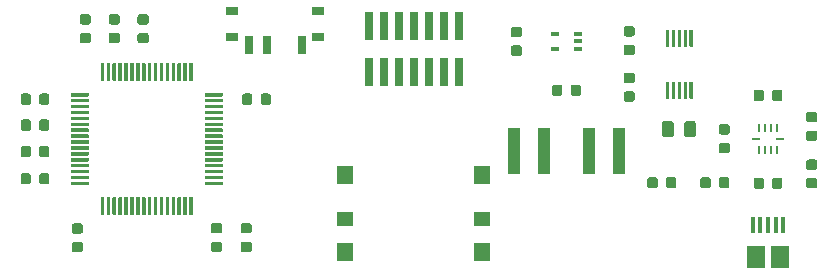
<source format=gbr>
G04 #@! TF.GenerationSoftware,KiCad,Pcbnew,(5.1.5)-3*
G04 #@! TF.CreationDate,2021-08-11T14:04:56+02:00*
G04 #@! TF.ProjectId,18650_UPS_PCB,31383635-305f-4555-9053-5f5043422e6b,rev?*
G04 #@! TF.SameCoordinates,Original*
G04 #@! TF.FileFunction,Paste,Top*
G04 #@! TF.FilePolarity,Positive*
%FSLAX46Y46*%
G04 Gerber Fmt 4.6, Leading zero omitted, Abs format (unit mm)*
G04 Created by KiCad (PCBNEW (5.1.5)-3) date 2021-08-11 14:04:56*
%MOMM*%
%LPD*%
G04 APERTURE LIST*
%ADD10C,0.100000*%
%ADD11R,1.400000X1.500000*%
%ADD12R,1.400000X1.300000*%
%ADD13R,1.000000X4.000000*%
%ADD14R,1.000000X0.800000*%
%ADD15R,0.700000X1.500000*%
%ADD16R,0.250000X0.750000*%
%ADD17R,0.750000X0.250000*%
%ADD18R,0.650000X0.400000*%
%ADD19R,1.500000X1.900000*%
%ADD20R,0.400000X1.350000*%
%ADD21R,0.740000X2.400000*%
G04 APERTURE END LIST*
D10*
G36*
X203590191Y-87413553D02*
G01*
X203611426Y-87416703D01*
X203632250Y-87421919D01*
X203652462Y-87429151D01*
X203671868Y-87438330D01*
X203690281Y-87449366D01*
X203707524Y-87462154D01*
X203723430Y-87476570D01*
X203737846Y-87492476D01*
X203750634Y-87509719D01*
X203761670Y-87528132D01*
X203770849Y-87547538D01*
X203778081Y-87567750D01*
X203783297Y-87588574D01*
X203786447Y-87609809D01*
X203787500Y-87631250D01*
X203787500Y-88068750D01*
X203786447Y-88090191D01*
X203783297Y-88111426D01*
X203778081Y-88132250D01*
X203770849Y-88152462D01*
X203761670Y-88171868D01*
X203750634Y-88190281D01*
X203737846Y-88207524D01*
X203723430Y-88223430D01*
X203707524Y-88237846D01*
X203690281Y-88250634D01*
X203671868Y-88261670D01*
X203652462Y-88270849D01*
X203632250Y-88278081D01*
X203611426Y-88283297D01*
X203590191Y-88286447D01*
X203568750Y-88287500D01*
X203056250Y-88287500D01*
X203034809Y-88286447D01*
X203013574Y-88283297D01*
X202992750Y-88278081D01*
X202972538Y-88270849D01*
X202953132Y-88261670D01*
X202934719Y-88250634D01*
X202917476Y-88237846D01*
X202901570Y-88223430D01*
X202887154Y-88207524D01*
X202874366Y-88190281D01*
X202863330Y-88171868D01*
X202854151Y-88152462D01*
X202846919Y-88132250D01*
X202841703Y-88111426D01*
X202838553Y-88090191D01*
X202837500Y-88068750D01*
X202837500Y-87631250D01*
X202838553Y-87609809D01*
X202841703Y-87588574D01*
X202846919Y-87567750D01*
X202854151Y-87547538D01*
X202863330Y-87528132D01*
X202874366Y-87509719D01*
X202887154Y-87492476D01*
X202901570Y-87476570D01*
X202917476Y-87462154D01*
X202934719Y-87449366D01*
X202953132Y-87438330D01*
X202972538Y-87429151D01*
X202992750Y-87421919D01*
X203013574Y-87416703D01*
X203034809Y-87413553D01*
X203056250Y-87412500D01*
X203568750Y-87412500D01*
X203590191Y-87413553D01*
G37*
G36*
X203590191Y-88988553D02*
G01*
X203611426Y-88991703D01*
X203632250Y-88996919D01*
X203652462Y-89004151D01*
X203671868Y-89013330D01*
X203690281Y-89024366D01*
X203707524Y-89037154D01*
X203723430Y-89051570D01*
X203737846Y-89067476D01*
X203750634Y-89084719D01*
X203761670Y-89103132D01*
X203770849Y-89122538D01*
X203778081Y-89142750D01*
X203783297Y-89163574D01*
X203786447Y-89184809D01*
X203787500Y-89206250D01*
X203787500Y-89643750D01*
X203786447Y-89665191D01*
X203783297Y-89686426D01*
X203778081Y-89707250D01*
X203770849Y-89727462D01*
X203761670Y-89746868D01*
X203750634Y-89765281D01*
X203737846Y-89782524D01*
X203723430Y-89798430D01*
X203707524Y-89812846D01*
X203690281Y-89825634D01*
X203671868Y-89836670D01*
X203652462Y-89845849D01*
X203632250Y-89853081D01*
X203611426Y-89858297D01*
X203590191Y-89861447D01*
X203568750Y-89862500D01*
X203056250Y-89862500D01*
X203034809Y-89861447D01*
X203013574Y-89858297D01*
X202992750Y-89853081D01*
X202972538Y-89845849D01*
X202953132Y-89836670D01*
X202934719Y-89825634D01*
X202917476Y-89812846D01*
X202901570Y-89798430D01*
X202887154Y-89782524D01*
X202874366Y-89765281D01*
X202863330Y-89746868D01*
X202854151Y-89727462D01*
X202846919Y-89707250D01*
X202841703Y-89686426D01*
X202838553Y-89665191D01*
X202837500Y-89643750D01*
X202837500Y-89206250D01*
X202838553Y-89184809D01*
X202841703Y-89163574D01*
X202846919Y-89142750D01*
X202854151Y-89122538D01*
X202863330Y-89103132D01*
X202874366Y-89084719D01*
X202887154Y-89067476D01*
X202901570Y-89051570D01*
X202917476Y-89037154D01*
X202934719Y-89024366D01*
X202953132Y-89013330D01*
X202972538Y-89004151D01*
X202992750Y-88996919D01*
X203013574Y-88991703D01*
X203034809Y-88988553D01*
X203056250Y-88987500D01*
X203568750Y-88987500D01*
X203590191Y-88988553D01*
G37*
D11*
X175400000Y-88750000D03*
D12*
X175400000Y-92450000D03*
D11*
X175400000Y-95250000D03*
X163800000Y-95250000D03*
D12*
X163800000Y-92450000D03*
D11*
X163800000Y-88750000D03*
D10*
G36*
X182002691Y-81076053D02*
G01*
X182023926Y-81079203D01*
X182044750Y-81084419D01*
X182064962Y-81091651D01*
X182084368Y-81100830D01*
X182102781Y-81111866D01*
X182120024Y-81124654D01*
X182135930Y-81139070D01*
X182150346Y-81154976D01*
X182163134Y-81172219D01*
X182174170Y-81190632D01*
X182183349Y-81210038D01*
X182190581Y-81230250D01*
X182195797Y-81251074D01*
X182198947Y-81272309D01*
X182200000Y-81293750D01*
X182200000Y-81806250D01*
X182198947Y-81827691D01*
X182195797Y-81848926D01*
X182190581Y-81869750D01*
X182183349Y-81889962D01*
X182174170Y-81909368D01*
X182163134Y-81927781D01*
X182150346Y-81945024D01*
X182135930Y-81960930D01*
X182120024Y-81975346D01*
X182102781Y-81988134D01*
X182084368Y-81999170D01*
X182064962Y-82008349D01*
X182044750Y-82015581D01*
X182023926Y-82020797D01*
X182002691Y-82023947D01*
X181981250Y-82025000D01*
X181543750Y-82025000D01*
X181522309Y-82023947D01*
X181501074Y-82020797D01*
X181480250Y-82015581D01*
X181460038Y-82008349D01*
X181440632Y-81999170D01*
X181422219Y-81988134D01*
X181404976Y-81975346D01*
X181389070Y-81960930D01*
X181374654Y-81945024D01*
X181361866Y-81927781D01*
X181350830Y-81909368D01*
X181341651Y-81889962D01*
X181334419Y-81869750D01*
X181329203Y-81848926D01*
X181326053Y-81827691D01*
X181325000Y-81806250D01*
X181325000Y-81293750D01*
X181326053Y-81272309D01*
X181329203Y-81251074D01*
X181334419Y-81230250D01*
X181341651Y-81210038D01*
X181350830Y-81190632D01*
X181361866Y-81172219D01*
X181374654Y-81154976D01*
X181389070Y-81139070D01*
X181404976Y-81124654D01*
X181422219Y-81111866D01*
X181440632Y-81100830D01*
X181460038Y-81091651D01*
X181480250Y-81084419D01*
X181501074Y-81079203D01*
X181522309Y-81076053D01*
X181543750Y-81075000D01*
X181981250Y-81075000D01*
X182002691Y-81076053D01*
G37*
G36*
X183577691Y-81076053D02*
G01*
X183598926Y-81079203D01*
X183619750Y-81084419D01*
X183639962Y-81091651D01*
X183659368Y-81100830D01*
X183677781Y-81111866D01*
X183695024Y-81124654D01*
X183710930Y-81139070D01*
X183725346Y-81154976D01*
X183738134Y-81172219D01*
X183749170Y-81190632D01*
X183758349Y-81210038D01*
X183765581Y-81230250D01*
X183770797Y-81251074D01*
X183773947Y-81272309D01*
X183775000Y-81293750D01*
X183775000Y-81806250D01*
X183773947Y-81827691D01*
X183770797Y-81848926D01*
X183765581Y-81869750D01*
X183758349Y-81889962D01*
X183749170Y-81909368D01*
X183738134Y-81927781D01*
X183725346Y-81945024D01*
X183710930Y-81960930D01*
X183695024Y-81975346D01*
X183677781Y-81988134D01*
X183659368Y-81999170D01*
X183639962Y-82008349D01*
X183619750Y-82015581D01*
X183598926Y-82020797D01*
X183577691Y-82023947D01*
X183556250Y-82025000D01*
X183118750Y-82025000D01*
X183097309Y-82023947D01*
X183076074Y-82020797D01*
X183055250Y-82015581D01*
X183035038Y-82008349D01*
X183015632Y-81999170D01*
X182997219Y-81988134D01*
X182979976Y-81975346D01*
X182964070Y-81960930D01*
X182949654Y-81945024D01*
X182936866Y-81927781D01*
X182925830Y-81909368D01*
X182916651Y-81889962D01*
X182909419Y-81869750D01*
X182904203Y-81848926D01*
X182901053Y-81827691D01*
X182900000Y-81806250D01*
X182900000Y-81293750D01*
X182901053Y-81272309D01*
X182904203Y-81251074D01*
X182909419Y-81230250D01*
X182916651Y-81210038D01*
X182925830Y-81190632D01*
X182936866Y-81172219D01*
X182949654Y-81154976D01*
X182964070Y-81139070D01*
X182979976Y-81124654D01*
X182997219Y-81111866D01*
X183015632Y-81100830D01*
X183035038Y-81091651D01*
X183055250Y-81084419D01*
X183076074Y-81079203D01*
X183097309Y-81076053D01*
X183118750Y-81075000D01*
X183556250Y-81075000D01*
X183577691Y-81076053D01*
G37*
G36*
X178577691Y-76176053D02*
G01*
X178598926Y-76179203D01*
X178619750Y-76184419D01*
X178639962Y-76191651D01*
X178659368Y-76200830D01*
X178677781Y-76211866D01*
X178695024Y-76224654D01*
X178710930Y-76239070D01*
X178725346Y-76254976D01*
X178738134Y-76272219D01*
X178749170Y-76290632D01*
X178758349Y-76310038D01*
X178765581Y-76330250D01*
X178770797Y-76351074D01*
X178773947Y-76372309D01*
X178775000Y-76393750D01*
X178775000Y-76831250D01*
X178773947Y-76852691D01*
X178770797Y-76873926D01*
X178765581Y-76894750D01*
X178758349Y-76914962D01*
X178749170Y-76934368D01*
X178738134Y-76952781D01*
X178725346Y-76970024D01*
X178710930Y-76985930D01*
X178695024Y-77000346D01*
X178677781Y-77013134D01*
X178659368Y-77024170D01*
X178639962Y-77033349D01*
X178619750Y-77040581D01*
X178598926Y-77045797D01*
X178577691Y-77048947D01*
X178556250Y-77050000D01*
X178043750Y-77050000D01*
X178022309Y-77048947D01*
X178001074Y-77045797D01*
X177980250Y-77040581D01*
X177960038Y-77033349D01*
X177940632Y-77024170D01*
X177922219Y-77013134D01*
X177904976Y-77000346D01*
X177889070Y-76985930D01*
X177874654Y-76970024D01*
X177861866Y-76952781D01*
X177850830Y-76934368D01*
X177841651Y-76914962D01*
X177834419Y-76894750D01*
X177829203Y-76873926D01*
X177826053Y-76852691D01*
X177825000Y-76831250D01*
X177825000Y-76393750D01*
X177826053Y-76372309D01*
X177829203Y-76351074D01*
X177834419Y-76330250D01*
X177841651Y-76310038D01*
X177850830Y-76290632D01*
X177861866Y-76272219D01*
X177874654Y-76254976D01*
X177889070Y-76239070D01*
X177904976Y-76224654D01*
X177922219Y-76211866D01*
X177940632Y-76200830D01*
X177960038Y-76191651D01*
X177980250Y-76184419D01*
X178001074Y-76179203D01*
X178022309Y-76176053D01*
X178043750Y-76175000D01*
X178556250Y-76175000D01*
X178577691Y-76176053D01*
G37*
G36*
X178577691Y-77751053D02*
G01*
X178598926Y-77754203D01*
X178619750Y-77759419D01*
X178639962Y-77766651D01*
X178659368Y-77775830D01*
X178677781Y-77786866D01*
X178695024Y-77799654D01*
X178710930Y-77814070D01*
X178725346Y-77829976D01*
X178738134Y-77847219D01*
X178749170Y-77865632D01*
X178758349Y-77885038D01*
X178765581Y-77905250D01*
X178770797Y-77926074D01*
X178773947Y-77947309D01*
X178775000Y-77968750D01*
X178775000Y-78406250D01*
X178773947Y-78427691D01*
X178770797Y-78448926D01*
X178765581Y-78469750D01*
X178758349Y-78489962D01*
X178749170Y-78509368D01*
X178738134Y-78527781D01*
X178725346Y-78545024D01*
X178710930Y-78560930D01*
X178695024Y-78575346D01*
X178677781Y-78588134D01*
X178659368Y-78599170D01*
X178639962Y-78608349D01*
X178619750Y-78615581D01*
X178598926Y-78620797D01*
X178577691Y-78623947D01*
X178556250Y-78625000D01*
X178043750Y-78625000D01*
X178022309Y-78623947D01*
X178001074Y-78620797D01*
X177980250Y-78615581D01*
X177960038Y-78608349D01*
X177940632Y-78599170D01*
X177922219Y-78588134D01*
X177904976Y-78575346D01*
X177889070Y-78560930D01*
X177874654Y-78545024D01*
X177861866Y-78527781D01*
X177850830Y-78509368D01*
X177841651Y-78489962D01*
X177834419Y-78469750D01*
X177829203Y-78448926D01*
X177826053Y-78427691D01*
X177825000Y-78406250D01*
X177825000Y-77968750D01*
X177826053Y-77947309D01*
X177829203Y-77926074D01*
X177834419Y-77905250D01*
X177841651Y-77885038D01*
X177850830Y-77865632D01*
X177861866Y-77847219D01*
X177874654Y-77829976D01*
X177889070Y-77814070D01*
X177904976Y-77799654D01*
X177922219Y-77786866D01*
X177940632Y-77775830D01*
X177960038Y-77766651D01*
X177980250Y-77759419D01*
X178001074Y-77754203D01*
X178022309Y-77751053D01*
X178043750Y-77750000D01*
X178556250Y-77750000D01*
X178577691Y-77751053D01*
G37*
G36*
X142042351Y-81785361D02*
G01*
X142049632Y-81786441D01*
X142056771Y-81788229D01*
X142063701Y-81790709D01*
X142070355Y-81793856D01*
X142076668Y-81797640D01*
X142082579Y-81802024D01*
X142088033Y-81806967D01*
X142092976Y-81812421D01*
X142097360Y-81818332D01*
X142101144Y-81824645D01*
X142104291Y-81831299D01*
X142106771Y-81838229D01*
X142108559Y-81845368D01*
X142109639Y-81852649D01*
X142110000Y-81860000D01*
X142110000Y-82010000D01*
X142109639Y-82017351D01*
X142108559Y-82024632D01*
X142106771Y-82031771D01*
X142104291Y-82038701D01*
X142101144Y-82045355D01*
X142097360Y-82051668D01*
X142092976Y-82057579D01*
X142088033Y-82063033D01*
X142082579Y-82067976D01*
X142076668Y-82072360D01*
X142070355Y-82076144D01*
X142063701Y-82079291D01*
X142056771Y-82081771D01*
X142049632Y-82083559D01*
X142042351Y-82084639D01*
X142035000Y-82085000D01*
X140635000Y-82085000D01*
X140627649Y-82084639D01*
X140620368Y-82083559D01*
X140613229Y-82081771D01*
X140606299Y-82079291D01*
X140599645Y-82076144D01*
X140593332Y-82072360D01*
X140587421Y-82067976D01*
X140581967Y-82063033D01*
X140577024Y-82057579D01*
X140572640Y-82051668D01*
X140568856Y-82045355D01*
X140565709Y-82038701D01*
X140563229Y-82031771D01*
X140561441Y-82024632D01*
X140560361Y-82017351D01*
X140560000Y-82010000D01*
X140560000Y-81860000D01*
X140560361Y-81852649D01*
X140561441Y-81845368D01*
X140563229Y-81838229D01*
X140565709Y-81831299D01*
X140568856Y-81824645D01*
X140572640Y-81818332D01*
X140577024Y-81812421D01*
X140581967Y-81806967D01*
X140587421Y-81802024D01*
X140593332Y-81797640D01*
X140599645Y-81793856D01*
X140606299Y-81790709D01*
X140613229Y-81788229D01*
X140620368Y-81786441D01*
X140627649Y-81785361D01*
X140635000Y-81785000D01*
X142035000Y-81785000D01*
X142042351Y-81785361D01*
G37*
G36*
X142042351Y-82285361D02*
G01*
X142049632Y-82286441D01*
X142056771Y-82288229D01*
X142063701Y-82290709D01*
X142070355Y-82293856D01*
X142076668Y-82297640D01*
X142082579Y-82302024D01*
X142088033Y-82306967D01*
X142092976Y-82312421D01*
X142097360Y-82318332D01*
X142101144Y-82324645D01*
X142104291Y-82331299D01*
X142106771Y-82338229D01*
X142108559Y-82345368D01*
X142109639Y-82352649D01*
X142110000Y-82360000D01*
X142110000Y-82510000D01*
X142109639Y-82517351D01*
X142108559Y-82524632D01*
X142106771Y-82531771D01*
X142104291Y-82538701D01*
X142101144Y-82545355D01*
X142097360Y-82551668D01*
X142092976Y-82557579D01*
X142088033Y-82563033D01*
X142082579Y-82567976D01*
X142076668Y-82572360D01*
X142070355Y-82576144D01*
X142063701Y-82579291D01*
X142056771Y-82581771D01*
X142049632Y-82583559D01*
X142042351Y-82584639D01*
X142035000Y-82585000D01*
X140635000Y-82585000D01*
X140627649Y-82584639D01*
X140620368Y-82583559D01*
X140613229Y-82581771D01*
X140606299Y-82579291D01*
X140599645Y-82576144D01*
X140593332Y-82572360D01*
X140587421Y-82567976D01*
X140581967Y-82563033D01*
X140577024Y-82557579D01*
X140572640Y-82551668D01*
X140568856Y-82545355D01*
X140565709Y-82538701D01*
X140563229Y-82531771D01*
X140561441Y-82524632D01*
X140560361Y-82517351D01*
X140560000Y-82510000D01*
X140560000Y-82360000D01*
X140560361Y-82352649D01*
X140561441Y-82345368D01*
X140563229Y-82338229D01*
X140565709Y-82331299D01*
X140568856Y-82324645D01*
X140572640Y-82318332D01*
X140577024Y-82312421D01*
X140581967Y-82306967D01*
X140587421Y-82302024D01*
X140593332Y-82297640D01*
X140599645Y-82293856D01*
X140606299Y-82290709D01*
X140613229Y-82288229D01*
X140620368Y-82286441D01*
X140627649Y-82285361D01*
X140635000Y-82285000D01*
X142035000Y-82285000D01*
X142042351Y-82285361D01*
G37*
G36*
X142042351Y-82785361D02*
G01*
X142049632Y-82786441D01*
X142056771Y-82788229D01*
X142063701Y-82790709D01*
X142070355Y-82793856D01*
X142076668Y-82797640D01*
X142082579Y-82802024D01*
X142088033Y-82806967D01*
X142092976Y-82812421D01*
X142097360Y-82818332D01*
X142101144Y-82824645D01*
X142104291Y-82831299D01*
X142106771Y-82838229D01*
X142108559Y-82845368D01*
X142109639Y-82852649D01*
X142110000Y-82860000D01*
X142110000Y-83010000D01*
X142109639Y-83017351D01*
X142108559Y-83024632D01*
X142106771Y-83031771D01*
X142104291Y-83038701D01*
X142101144Y-83045355D01*
X142097360Y-83051668D01*
X142092976Y-83057579D01*
X142088033Y-83063033D01*
X142082579Y-83067976D01*
X142076668Y-83072360D01*
X142070355Y-83076144D01*
X142063701Y-83079291D01*
X142056771Y-83081771D01*
X142049632Y-83083559D01*
X142042351Y-83084639D01*
X142035000Y-83085000D01*
X140635000Y-83085000D01*
X140627649Y-83084639D01*
X140620368Y-83083559D01*
X140613229Y-83081771D01*
X140606299Y-83079291D01*
X140599645Y-83076144D01*
X140593332Y-83072360D01*
X140587421Y-83067976D01*
X140581967Y-83063033D01*
X140577024Y-83057579D01*
X140572640Y-83051668D01*
X140568856Y-83045355D01*
X140565709Y-83038701D01*
X140563229Y-83031771D01*
X140561441Y-83024632D01*
X140560361Y-83017351D01*
X140560000Y-83010000D01*
X140560000Y-82860000D01*
X140560361Y-82852649D01*
X140561441Y-82845368D01*
X140563229Y-82838229D01*
X140565709Y-82831299D01*
X140568856Y-82824645D01*
X140572640Y-82818332D01*
X140577024Y-82812421D01*
X140581967Y-82806967D01*
X140587421Y-82802024D01*
X140593332Y-82797640D01*
X140599645Y-82793856D01*
X140606299Y-82790709D01*
X140613229Y-82788229D01*
X140620368Y-82786441D01*
X140627649Y-82785361D01*
X140635000Y-82785000D01*
X142035000Y-82785000D01*
X142042351Y-82785361D01*
G37*
G36*
X142042351Y-83285361D02*
G01*
X142049632Y-83286441D01*
X142056771Y-83288229D01*
X142063701Y-83290709D01*
X142070355Y-83293856D01*
X142076668Y-83297640D01*
X142082579Y-83302024D01*
X142088033Y-83306967D01*
X142092976Y-83312421D01*
X142097360Y-83318332D01*
X142101144Y-83324645D01*
X142104291Y-83331299D01*
X142106771Y-83338229D01*
X142108559Y-83345368D01*
X142109639Y-83352649D01*
X142110000Y-83360000D01*
X142110000Y-83510000D01*
X142109639Y-83517351D01*
X142108559Y-83524632D01*
X142106771Y-83531771D01*
X142104291Y-83538701D01*
X142101144Y-83545355D01*
X142097360Y-83551668D01*
X142092976Y-83557579D01*
X142088033Y-83563033D01*
X142082579Y-83567976D01*
X142076668Y-83572360D01*
X142070355Y-83576144D01*
X142063701Y-83579291D01*
X142056771Y-83581771D01*
X142049632Y-83583559D01*
X142042351Y-83584639D01*
X142035000Y-83585000D01*
X140635000Y-83585000D01*
X140627649Y-83584639D01*
X140620368Y-83583559D01*
X140613229Y-83581771D01*
X140606299Y-83579291D01*
X140599645Y-83576144D01*
X140593332Y-83572360D01*
X140587421Y-83567976D01*
X140581967Y-83563033D01*
X140577024Y-83557579D01*
X140572640Y-83551668D01*
X140568856Y-83545355D01*
X140565709Y-83538701D01*
X140563229Y-83531771D01*
X140561441Y-83524632D01*
X140560361Y-83517351D01*
X140560000Y-83510000D01*
X140560000Y-83360000D01*
X140560361Y-83352649D01*
X140561441Y-83345368D01*
X140563229Y-83338229D01*
X140565709Y-83331299D01*
X140568856Y-83324645D01*
X140572640Y-83318332D01*
X140577024Y-83312421D01*
X140581967Y-83306967D01*
X140587421Y-83302024D01*
X140593332Y-83297640D01*
X140599645Y-83293856D01*
X140606299Y-83290709D01*
X140613229Y-83288229D01*
X140620368Y-83286441D01*
X140627649Y-83285361D01*
X140635000Y-83285000D01*
X142035000Y-83285000D01*
X142042351Y-83285361D01*
G37*
G36*
X142042351Y-83785361D02*
G01*
X142049632Y-83786441D01*
X142056771Y-83788229D01*
X142063701Y-83790709D01*
X142070355Y-83793856D01*
X142076668Y-83797640D01*
X142082579Y-83802024D01*
X142088033Y-83806967D01*
X142092976Y-83812421D01*
X142097360Y-83818332D01*
X142101144Y-83824645D01*
X142104291Y-83831299D01*
X142106771Y-83838229D01*
X142108559Y-83845368D01*
X142109639Y-83852649D01*
X142110000Y-83860000D01*
X142110000Y-84010000D01*
X142109639Y-84017351D01*
X142108559Y-84024632D01*
X142106771Y-84031771D01*
X142104291Y-84038701D01*
X142101144Y-84045355D01*
X142097360Y-84051668D01*
X142092976Y-84057579D01*
X142088033Y-84063033D01*
X142082579Y-84067976D01*
X142076668Y-84072360D01*
X142070355Y-84076144D01*
X142063701Y-84079291D01*
X142056771Y-84081771D01*
X142049632Y-84083559D01*
X142042351Y-84084639D01*
X142035000Y-84085000D01*
X140635000Y-84085000D01*
X140627649Y-84084639D01*
X140620368Y-84083559D01*
X140613229Y-84081771D01*
X140606299Y-84079291D01*
X140599645Y-84076144D01*
X140593332Y-84072360D01*
X140587421Y-84067976D01*
X140581967Y-84063033D01*
X140577024Y-84057579D01*
X140572640Y-84051668D01*
X140568856Y-84045355D01*
X140565709Y-84038701D01*
X140563229Y-84031771D01*
X140561441Y-84024632D01*
X140560361Y-84017351D01*
X140560000Y-84010000D01*
X140560000Y-83860000D01*
X140560361Y-83852649D01*
X140561441Y-83845368D01*
X140563229Y-83838229D01*
X140565709Y-83831299D01*
X140568856Y-83824645D01*
X140572640Y-83818332D01*
X140577024Y-83812421D01*
X140581967Y-83806967D01*
X140587421Y-83802024D01*
X140593332Y-83797640D01*
X140599645Y-83793856D01*
X140606299Y-83790709D01*
X140613229Y-83788229D01*
X140620368Y-83786441D01*
X140627649Y-83785361D01*
X140635000Y-83785000D01*
X142035000Y-83785000D01*
X142042351Y-83785361D01*
G37*
G36*
X142042351Y-84285361D02*
G01*
X142049632Y-84286441D01*
X142056771Y-84288229D01*
X142063701Y-84290709D01*
X142070355Y-84293856D01*
X142076668Y-84297640D01*
X142082579Y-84302024D01*
X142088033Y-84306967D01*
X142092976Y-84312421D01*
X142097360Y-84318332D01*
X142101144Y-84324645D01*
X142104291Y-84331299D01*
X142106771Y-84338229D01*
X142108559Y-84345368D01*
X142109639Y-84352649D01*
X142110000Y-84360000D01*
X142110000Y-84510000D01*
X142109639Y-84517351D01*
X142108559Y-84524632D01*
X142106771Y-84531771D01*
X142104291Y-84538701D01*
X142101144Y-84545355D01*
X142097360Y-84551668D01*
X142092976Y-84557579D01*
X142088033Y-84563033D01*
X142082579Y-84567976D01*
X142076668Y-84572360D01*
X142070355Y-84576144D01*
X142063701Y-84579291D01*
X142056771Y-84581771D01*
X142049632Y-84583559D01*
X142042351Y-84584639D01*
X142035000Y-84585000D01*
X140635000Y-84585000D01*
X140627649Y-84584639D01*
X140620368Y-84583559D01*
X140613229Y-84581771D01*
X140606299Y-84579291D01*
X140599645Y-84576144D01*
X140593332Y-84572360D01*
X140587421Y-84567976D01*
X140581967Y-84563033D01*
X140577024Y-84557579D01*
X140572640Y-84551668D01*
X140568856Y-84545355D01*
X140565709Y-84538701D01*
X140563229Y-84531771D01*
X140561441Y-84524632D01*
X140560361Y-84517351D01*
X140560000Y-84510000D01*
X140560000Y-84360000D01*
X140560361Y-84352649D01*
X140561441Y-84345368D01*
X140563229Y-84338229D01*
X140565709Y-84331299D01*
X140568856Y-84324645D01*
X140572640Y-84318332D01*
X140577024Y-84312421D01*
X140581967Y-84306967D01*
X140587421Y-84302024D01*
X140593332Y-84297640D01*
X140599645Y-84293856D01*
X140606299Y-84290709D01*
X140613229Y-84288229D01*
X140620368Y-84286441D01*
X140627649Y-84285361D01*
X140635000Y-84285000D01*
X142035000Y-84285000D01*
X142042351Y-84285361D01*
G37*
G36*
X142042351Y-84785361D02*
G01*
X142049632Y-84786441D01*
X142056771Y-84788229D01*
X142063701Y-84790709D01*
X142070355Y-84793856D01*
X142076668Y-84797640D01*
X142082579Y-84802024D01*
X142088033Y-84806967D01*
X142092976Y-84812421D01*
X142097360Y-84818332D01*
X142101144Y-84824645D01*
X142104291Y-84831299D01*
X142106771Y-84838229D01*
X142108559Y-84845368D01*
X142109639Y-84852649D01*
X142110000Y-84860000D01*
X142110000Y-85010000D01*
X142109639Y-85017351D01*
X142108559Y-85024632D01*
X142106771Y-85031771D01*
X142104291Y-85038701D01*
X142101144Y-85045355D01*
X142097360Y-85051668D01*
X142092976Y-85057579D01*
X142088033Y-85063033D01*
X142082579Y-85067976D01*
X142076668Y-85072360D01*
X142070355Y-85076144D01*
X142063701Y-85079291D01*
X142056771Y-85081771D01*
X142049632Y-85083559D01*
X142042351Y-85084639D01*
X142035000Y-85085000D01*
X140635000Y-85085000D01*
X140627649Y-85084639D01*
X140620368Y-85083559D01*
X140613229Y-85081771D01*
X140606299Y-85079291D01*
X140599645Y-85076144D01*
X140593332Y-85072360D01*
X140587421Y-85067976D01*
X140581967Y-85063033D01*
X140577024Y-85057579D01*
X140572640Y-85051668D01*
X140568856Y-85045355D01*
X140565709Y-85038701D01*
X140563229Y-85031771D01*
X140561441Y-85024632D01*
X140560361Y-85017351D01*
X140560000Y-85010000D01*
X140560000Y-84860000D01*
X140560361Y-84852649D01*
X140561441Y-84845368D01*
X140563229Y-84838229D01*
X140565709Y-84831299D01*
X140568856Y-84824645D01*
X140572640Y-84818332D01*
X140577024Y-84812421D01*
X140581967Y-84806967D01*
X140587421Y-84802024D01*
X140593332Y-84797640D01*
X140599645Y-84793856D01*
X140606299Y-84790709D01*
X140613229Y-84788229D01*
X140620368Y-84786441D01*
X140627649Y-84785361D01*
X140635000Y-84785000D01*
X142035000Y-84785000D01*
X142042351Y-84785361D01*
G37*
G36*
X142042351Y-85285361D02*
G01*
X142049632Y-85286441D01*
X142056771Y-85288229D01*
X142063701Y-85290709D01*
X142070355Y-85293856D01*
X142076668Y-85297640D01*
X142082579Y-85302024D01*
X142088033Y-85306967D01*
X142092976Y-85312421D01*
X142097360Y-85318332D01*
X142101144Y-85324645D01*
X142104291Y-85331299D01*
X142106771Y-85338229D01*
X142108559Y-85345368D01*
X142109639Y-85352649D01*
X142110000Y-85360000D01*
X142110000Y-85510000D01*
X142109639Y-85517351D01*
X142108559Y-85524632D01*
X142106771Y-85531771D01*
X142104291Y-85538701D01*
X142101144Y-85545355D01*
X142097360Y-85551668D01*
X142092976Y-85557579D01*
X142088033Y-85563033D01*
X142082579Y-85567976D01*
X142076668Y-85572360D01*
X142070355Y-85576144D01*
X142063701Y-85579291D01*
X142056771Y-85581771D01*
X142049632Y-85583559D01*
X142042351Y-85584639D01*
X142035000Y-85585000D01*
X140635000Y-85585000D01*
X140627649Y-85584639D01*
X140620368Y-85583559D01*
X140613229Y-85581771D01*
X140606299Y-85579291D01*
X140599645Y-85576144D01*
X140593332Y-85572360D01*
X140587421Y-85567976D01*
X140581967Y-85563033D01*
X140577024Y-85557579D01*
X140572640Y-85551668D01*
X140568856Y-85545355D01*
X140565709Y-85538701D01*
X140563229Y-85531771D01*
X140561441Y-85524632D01*
X140560361Y-85517351D01*
X140560000Y-85510000D01*
X140560000Y-85360000D01*
X140560361Y-85352649D01*
X140561441Y-85345368D01*
X140563229Y-85338229D01*
X140565709Y-85331299D01*
X140568856Y-85324645D01*
X140572640Y-85318332D01*
X140577024Y-85312421D01*
X140581967Y-85306967D01*
X140587421Y-85302024D01*
X140593332Y-85297640D01*
X140599645Y-85293856D01*
X140606299Y-85290709D01*
X140613229Y-85288229D01*
X140620368Y-85286441D01*
X140627649Y-85285361D01*
X140635000Y-85285000D01*
X142035000Y-85285000D01*
X142042351Y-85285361D01*
G37*
G36*
X142042351Y-85785361D02*
G01*
X142049632Y-85786441D01*
X142056771Y-85788229D01*
X142063701Y-85790709D01*
X142070355Y-85793856D01*
X142076668Y-85797640D01*
X142082579Y-85802024D01*
X142088033Y-85806967D01*
X142092976Y-85812421D01*
X142097360Y-85818332D01*
X142101144Y-85824645D01*
X142104291Y-85831299D01*
X142106771Y-85838229D01*
X142108559Y-85845368D01*
X142109639Y-85852649D01*
X142110000Y-85860000D01*
X142110000Y-86010000D01*
X142109639Y-86017351D01*
X142108559Y-86024632D01*
X142106771Y-86031771D01*
X142104291Y-86038701D01*
X142101144Y-86045355D01*
X142097360Y-86051668D01*
X142092976Y-86057579D01*
X142088033Y-86063033D01*
X142082579Y-86067976D01*
X142076668Y-86072360D01*
X142070355Y-86076144D01*
X142063701Y-86079291D01*
X142056771Y-86081771D01*
X142049632Y-86083559D01*
X142042351Y-86084639D01*
X142035000Y-86085000D01*
X140635000Y-86085000D01*
X140627649Y-86084639D01*
X140620368Y-86083559D01*
X140613229Y-86081771D01*
X140606299Y-86079291D01*
X140599645Y-86076144D01*
X140593332Y-86072360D01*
X140587421Y-86067976D01*
X140581967Y-86063033D01*
X140577024Y-86057579D01*
X140572640Y-86051668D01*
X140568856Y-86045355D01*
X140565709Y-86038701D01*
X140563229Y-86031771D01*
X140561441Y-86024632D01*
X140560361Y-86017351D01*
X140560000Y-86010000D01*
X140560000Y-85860000D01*
X140560361Y-85852649D01*
X140561441Y-85845368D01*
X140563229Y-85838229D01*
X140565709Y-85831299D01*
X140568856Y-85824645D01*
X140572640Y-85818332D01*
X140577024Y-85812421D01*
X140581967Y-85806967D01*
X140587421Y-85802024D01*
X140593332Y-85797640D01*
X140599645Y-85793856D01*
X140606299Y-85790709D01*
X140613229Y-85788229D01*
X140620368Y-85786441D01*
X140627649Y-85785361D01*
X140635000Y-85785000D01*
X142035000Y-85785000D01*
X142042351Y-85785361D01*
G37*
G36*
X142042351Y-86285361D02*
G01*
X142049632Y-86286441D01*
X142056771Y-86288229D01*
X142063701Y-86290709D01*
X142070355Y-86293856D01*
X142076668Y-86297640D01*
X142082579Y-86302024D01*
X142088033Y-86306967D01*
X142092976Y-86312421D01*
X142097360Y-86318332D01*
X142101144Y-86324645D01*
X142104291Y-86331299D01*
X142106771Y-86338229D01*
X142108559Y-86345368D01*
X142109639Y-86352649D01*
X142110000Y-86360000D01*
X142110000Y-86510000D01*
X142109639Y-86517351D01*
X142108559Y-86524632D01*
X142106771Y-86531771D01*
X142104291Y-86538701D01*
X142101144Y-86545355D01*
X142097360Y-86551668D01*
X142092976Y-86557579D01*
X142088033Y-86563033D01*
X142082579Y-86567976D01*
X142076668Y-86572360D01*
X142070355Y-86576144D01*
X142063701Y-86579291D01*
X142056771Y-86581771D01*
X142049632Y-86583559D01*
X142042351Y-86584639D01*
X142035000Y-86585000D01*
X140635000Y-86585000D01*
X140627649Y-86584639D01*
X140620368Y-86583559D01*
X140613229Y-86581771D01*
X140606299Y-86579291D01*
X140599645Y-86576144D01*
X140593332Y-86572360D01*
X140587421Y-86567976D01*
X140581967Y-86563033D01*
X140577024Y-86557579D01*
X140572640Y-86551668D01*
X140568856Y-86545355D01*
X140565709Y-86538701D01*
X140563229Y-86531771D01*
X140561441Y-86524632D01*
X140560361Y-86517351D01*
X140560000Y-86510000D01*
X140560000Y-86360000D01*
X140560361Y-86352649D01*
X140561441Y-86345368D01*
X140563229Y-86338229D01*
X140565709Y-86331299D01*
X140568856Y-86324645D01*
X140572640Y-86318332D01*
X140577024Y-86312421D01*
X140581967Y-86306967D01*
X140587421Y-86302024D01*
X140593332Y-86297640D01*
X140599645Y-86293856D01*
X140606299Y-86290709D01*
X140613229Y-86288229D01*
X140620368Y-86286441D01*
X140627649Y-86285361D01*
X140635000Y-86285000D01*
X142035000Y-86285000D01*
X142042351Y-86285361D01*
G37*
G36*
X142042351Y-86785361D02*
G01*
X142049632Y-86786441D01*
X142056771Y-86788229D01*
X142063701Y-86790709D01*
X142070355Y-86793856D01*
X142076668Y-86797640D01*
X142082579Y-86802024D01*
X142088033Y-86806967D01*
X142092976Y-86812421D01*
X142097360Y-86818332D01*
X142101144Y-86824645D01*
X142104291Y-86831299D01*
X142106771Y-86838229D01*
X142108559Y-86845368D01*
X142109639Y-86852649D01*
X142110000Y-86860000D01*
X142110000Y-87010000D01*
X142109639Y-87017351D01*
X142108559Y-87024632D01*
X142106771Y-87031771D01*
X142104291Y-87038701D01*
X142101144Y-87045355D01*
X142097360Y-87051668D01*
X142092976Y-87057579D01*
X142088033Y-87063033D01*
X142082579Y-87067976D01*
X142076668Y-87072360D01*
X142070355Y-87076144D01*
X142063701Y-87079291D01*
X142056771Y-87081771D01*
X142049632Y-87083559D01*
X142042351Y-87084639D01*
X142035000Y-87085000D01*
X140635000Y-87085000D01*
X140627649Y-87084639D01*
X140620368Y-87083559D01*
X140613229Y-87081771D01*
X140606299Y-87079291D01*
X140599645Y-87076144D01*
X140593332Y-87072360D01*
X140587421Y-87067976D01*
X140581967Y-87063033D01*
X140577024Y-87057579D01*
X140572640Y-87051668D01*
X140568856Y-87045355D01*
X140565709Y-87038701D01*
X140563229Y-87031771D01*
X140561441Y-87024632D01*
X140560361Y-87017351D01*
X140560000Y-87010000D01*
X140560000Y-86860000D01*
X140560361Y-86852649D01*
X140561441Y-86845368D01*
X140563229Y-86838229D01*
X140565709Y-86831299D01*
X140568856Y-86824645D01*
X140572640Y-86818332D01*
X140577024Y-86812421D01*
X140581967Y-86806967D01*
X140587421Y-86802024D01*
X140593332Y-86797640D01*
X140599645Y-86793856D01*
X140606299Y-86790709D01*
X140613229Y-86788229D01*
X140620368Y-86786441D01*
X140627649Y-86785361D01*
X140635000Y-86785000D01*
X142035000Y-86785000D01*
X142042351Y-86785361D01*
G37*
G36*
X142042351Y-87285361D02*
G01*
X142049632Y-87286441D01*
X142056771Y-87288229D01*
X142063701Y-87290709D01*
X142070355Y-87293856D01*
X142076668Y-87297640D01*
X142082579Y-87302024D01*
X142088033Y-87306967D01*
X142092976Y-87312421D01*
X142097360Y-87318332D01*
X142101144Y-87324645D01*
X142104291Y-87331299D01*
X142106771Y-87338229D01*
X142108559Y-87345368D01*
X142109639Y-87352649D01*
X142110000Y-87360000D01*
X142110000Y-87510000D01*
X142109639Y-87517351D01*
X142108559Y-87524632D01*
X142106771Y-87531771D01*
X142104291Y-87538701D01*
X142101144Y-87545355D01*
X142097360Y-87551668D01*
X142092976Y-87557579D01*
X142088033Y-87563033D01*
X142082579Y-87567976D01*
X142076668Y-87572360D01*
X142070355Y-87576144D01*
X142063701Y-87579291D01*
X142056771Y-87581771D01*
X142049632Y-87583559D01*
X142042351Y-87584639D01*
X142035000Y-87585000D01*
X140635000Y-87585000D01*
X140627649Y-87584639D01*
X140620368Y-87583559D01*
X140613229Y-87581771D01*
X140606299Y-87579291D01*
X140599645Y-87576144D01*
X140593332Y-87572360D01*
X140587421Y-87567976D01*
X140581967Y-87563033D01*
X140577024Y-87557579D01*
X140572640Y-87551668D01*
X140568856Y-87545355D01*
X140565709Y-87538701D01*
X140563229Y-87531771D01*
X140561441Y-87524632D01*
X140560361Y-87517351D01*
X140560000Y-87510000D01*
X140560000Y-87360000D01*
X140560361Y-87352649D01*
X140561441Y-87345368D01*
X140563229Y-87338229D01*
X140565709Y-87331299D01*
X140568856Y-87324645D01*
X140572640Y-87318332D01*
X140577024Y-87312421D01*
X140581967Y-87306967D01*
X140587421Y-87302024D01*
X140593332Y-87297640D01*
X140599645Y-87293856D01*
X140606299Y-87290709D01*
X140613229Y-87288229D01*
X140620368Y-87286441D01*
X140627649Y-87285361D01*
X140635000Y-87285000D01*
X142035000Y-87285000D01*
X142042351Y-87285361D01*
G37*
G36*
X142042351Y-87785361D02*
G01*
X142049632Y-87786441D01*
X142056771Y-87788229D01*
X142063701Y-87790709D01*
X142070355Y-87793856D01*
X142076668Y-87797640D01*
X142082579Y-87802024D01*
X142088033Y-87806967D01*
X142092976Y-87812421D01*
X142097360Y-87818332D01*
X142101144Y-87824645D01*
X142104291Y-87831299D01*
X142106771Y-87838229D01*
X142108559Y-87845368D01*
X142109639Y-87852649D01*
X142110000Y-87860000D01*
X142110000Y-88010000D01*
X142109639Y-88017351D01*
X142108559Y-88024632D01*
X142106771Y-88031771D01*
X142104291Y-88038701D01*
X142101144Y-88045355D01*
X142097360Y-88051668D01*
X142092976Y-88057579D01*
X142088033Y-88063033D01*
X142082579Y-88067976D01*
X142076668Y-88072360D01*
X142070355Y-88076144D01*
X142063701Y-88079291D01*
X142056771Y-88081771D01*
X142049632Y-88083559D01*
X142042351Y-88084639D01*
X142035000Y-88085000D01*
X140635000Y-88085000D01*
X140627649Y-88084639D01*
X140620368Y-88083559D01*
X140613229Y-88081771D01*
X140606299Y-88079291D01*
X140599645Y-88076144D01*
X140593332Y-88072360D01*
X140587421Y-88067976D01*
X140581967Y-88063033D01*
X140577024Y-88057579D01*
X140572640Y-88051668D01*
X140568856Y-88045355D01*
X140565709Y-88038701D01*
X140563229Y-88031771D01*
X140561441Y-88024632D01*
X140560361Y-88017351D01*
X140560000Y-88010000D01*
X140560000Y-87860000D01*
X140560361Y-87852649D01*
X140561441Y-87845368D01*
X140563229Y-87838229D01*
X140565709Y-87831299D01*
X140568856Y-87824645D01*
X140572640Y-87818332D01*
X140577024Y-87812421D01*
X140581967Y-87806967D01*
X140587421Y-87802024D01*
X140593332Y-87797640D01*
X140599645Y-87793856D01*
X140606299Y-87790709D01*
X140613229Y-87788229D01*
X140620368Y-87786441D01*
X140627649Y-87785361D01*
X140635000Y-87785000D01*
X142035000Y-87785000D01*
X142042351Y-87785361D01*
G37*
G36*
X142042351Y-88285361D02*
G01*
X142049632Y-88286441D01*
X142056771Y-88288229D01*
X142063701Y-88290709D01*
X142070355Y-88293856D01*
X142076668Y-88297640D01*
X142082579Y-88302024D01*
X142088033Y-88306967D01*
X142092976Y-88312421D01*
X142097360Y-88318332D01*
X142101144Y-88324645D01*
X142104291Y-88331299D01*
X142106771Y-88338229D01*
X142108559Y-88345368D01*
X142109639Y-88352649D01*
X142110000Y-88360000D01*
X142110000Y-88510000D01*
X142109639Y-88517351D01*
X142108559Y-88524632D01*
X142106771Y-88531771D01*
X142104291Y-88538701D01*
X142101144Y-88545355D01*
X142097360Y-88551668D01*
X142092976Y-88557579D01*
X142088033Y-88563033D01*
X142082579Y-88567976D01*
X142076668Y-88572360D01*
X142070355Y-88576144D01*
X142063701Y-88579291D01*
X142056771Y-88581771D01*
X142049632Y-88583559D01*
X142042351Y-88584639D01*
X142035000Y-88585000D01*
X140635000Y-88585000D01*
X140627649Y-88584639D01*
X140620368Y-88583559D01*
X140613229Y-88581771D01*
X140606299Y-88579291D01*
X140599645Y-88576144D01*
X140593332Y-88572360D01*
X140587421Y-88567976D01*
X140581967Y-88563033D01*
X140577024Y-88557579D01*
X140572640Y-88551668D01*
X140568856Y-88545355D01*
X140565709Y-88538701D01*
X140563229Y-88531771D01*
X140561441Y-88524632D01*
X140560361Y-88517351D01*
X140560000Y-88510000D01*
X140560000Y-88360000D01*
X140560361Y-88352649D01*
X140561441Y-88345368D01*
X140563229Y-88338229D01*
X140565709Y-88331299D01*
X140568856Y-88324645D01*
X140572640Y-88318332D01*
X140577024Y-88312421D01*
X140581967Y-88306967D01*
X140587421Y-88302024D01*
X140593332Y-88297640D01*
X140599645Y-88293856D01*
X140606299Y-88290709D01*
X140613229Y-88288229D01*
X140620368Y-88286441D01*
X140627649Y-88285361D01*
X140635000Y-88285000D01*
X142035000Y-88285000D01*
X142042351Y-88285361D01*
G37*
G36*
X142042351Y-88785361D02*
G01*
X142049632Y-88786441D01*
X142056771Y-88788229D01*
X142063701Y-88790709D01*
X142070355Y-88793856D01*
X142076668Y-88797640D01*
X142082579Y-88802024D01*
X142088033Y-88806967D01*
X142092976Y-88812421D01*
X142097360Y-88818332D01*
X142101144Y-88824645D01*
X142104291Y-88831299D01*
X142106771Y-88838229D01*
X142108559Y-88845368D01*
X142109639Y-88852649D01*
X142110000Y-88860000D01*
X142110000Y-89010000D01*
X142109639Y-89017351D01*
X142108559Y-89024632D01*
X142106771Y-89031771D01*
X142104291Y-89038701D01*
X142101144Y-89045355D01*
X142097360Y-89051668D01*
X142092976Y-89057579D01*
X142088033Y-89063033D01*
X142082579Y-89067976D01*
X142076668Y-89072360D01*
X142070355Y-89076144D01*
X142063701Y-89079291D01*
X142056771Y-89081771D01*
X142049632Y-89083559D01*
X142042351Y-89084639D01*
X142035000Y-89085000D01*
X140635000Y-89085000D01*
X140627649Y-89084639D01*
X140620368Y-89083559D01*
X140613229Y-89081771D01*
X140606299Y-89079291D01*
X140599645Y-89076144D01*
X140593332Y-89072360D01*
X140587421Y-89067976D01*
X140581967Y-89063033D01*
X140577024Y-89057579D01*
X140572640Y-89051668D01*
X140568856Y-89045355D01*
X140565709Y-89038701D01*
X140563229Y-89031771D01*
X140561441Y-89024632D01*
X140560361Y-89017351D01*
X140560000Y-89010000D01*
X140560000Y-88860000D01*
X140560361Y-88852649D01*
X140561441Y-88845368D01*
X140563229Y-88838229D01*
X140565709Y-88831299D01*
X140568856Y-88824645D01*
X140572640Y-88818332D01*
X140577024Y-88812421D01*
X140581967Y-88806967D01*
X140587421Y-88802024D01*
X140593332Y-88797640D01*
X140599645Y-88793856D01*
X140606299Y-88790709D01*
X140613229Y-88788229D01*
X140620368Y-88786441D01*
X140627649Y-88785361D01*
X140635000Y-88785000D01*
X142035000Y-88785000D01*
X142042351Y-88785361D01*
G37*
G36*
X142042351Y-89285361D02*
G01*
X142049632Y-89286441D01*
X142056771Y-89288229D01*
X142063701Y-89290709D01*
X142070355Y-89293856D01*
X142076668Y-89297640D01*
X142082579Y-89302024D01*
X142088033Y-89306967D01*
X142092976Y-89312421D01*
X142097360Y-89318332D01*
X142101144Y-89324645D01*
X142104291Y-89331299D01*
X142106771Y-89338229D01*
X142108559Y-89345368D01*
X142109639Y-89352649D01*
X142110000Y-89360000D01*
X142110000Y-89510000D01*
X142109639Y-89517351D01*
X142108559Y-89524632D01*
X142106771Y-89531771D01*
X142104291Y-89538701D01*
X142101144Y-89545355D01*
X142097360Y-89551668D01*
X142092976Y-89557579D01*
X142088033Y-89563033D01*
X142082579Y-89567976D01*
X142076668Y-89572360D01*
X142070355Y-89576144D01*
X142063701Y-89579291D01*
X142056771Y-89581771D01*
X142049632Y-89583559D01*
X142042351Y-89584639D01*
X142035000Y-89585000D01*
X140635000Y-89585000D01*
X140627649Y-89584639D01*
X140620368Y-89583559D01*
X140613229Y-89581771D01*
X140606299Y-89579291D01*
X140599645Y-89576144D01*
X140593332Y-89572360D01*
X140587421Y-89567976D01*
X140581967Y-89563033D01*
X140577024Y-89557579D01*
X140572640Y-89551668D01*
X140568856Y-89545355D01*
X140565709Y-89538701D01*
X140563229Y-89531771D01*
X140561441Y-89524632D01*
X140560361Y-89517351D01*
X140560000Y-89510000D01*
X140560000Y-89360000D01*
X140560361Y-89352649D01*
X140561441Y-89345368D01*
X140563229Y-89338229D01*
X140565709Y-89331299D01*
X140568856Y-89324645D01*
X140572640Y-89318332D01*
X140577024Y-89312421D01*
X140581967Y-89306967D01*
X140587421Y-89302024D01*
X140593332Y-89297640D01*
X140599645Y-89293856D01*
X140606299Y-89290709D01*
X140613229Y-89288229D01*
X140620368Y-89286441D01*
X140627649Y-89285361D01*
X140635000Y-89285000D01*
X142035000Y-89285000D01*
X142042351Y-89285361D01*
G37*
G36*
X143342351Y-90585361D02*
G01*
X143349632Y-90586441D01*
X143356771Y-90588229D01*
X143363701Y-90590709D01*
X143370355Y-90593856D01*
X143376668Y-90597640D01*
X143382579Y-90602024D01*
X143388033Y-90606967D01*
X143392976Y-90612421D01*
X143397360Y-90618332D01*
X143401144Y-90624645D01*
X143404291Y-90631299D01*
X143406771Y-90638229D01*
X143408559Y-90645368D01*
X143409639Y-90652649D01*
X143410000Y-90660000D01*
X143410000Y-92060000D01*
X143409639Y-92067351D01*
X143408559Y-92074632D01*
X143406771Y-92081771D01*
X143404291Y-92088701D01*
X143401144Y-92095355D01*
X143397360Y-92101668D01*
X143392976Y-92107579D01*
X143388033Y-92113033D01*
X143382579Y-92117976D01*
X143376668Y-92122360D01*
X143370355Y-92126144D01*
X143363701Y-92129291D01*
X143356771Y-92131771D01*
X143349632Y-92133559D01*
X143342351Y-92134639D01*
X143335000Y-92135000D01*
X143185000Y-92135000D01*
X143177649Y-92134639D01*
X143170368Y-92133559D01*
X143163229Y-92131771D01*
X143156299Y-92129291D01*
X143149645Y-92126144D01*
X143143332Y-92122360D01*
X143137421Y-92117976D01*
X143131967Y-92113033D01*
X143127024Y-92107579D01*
X143122640Y-92101668D01*
X143118856Y-92095355D01*
X143115709Y-92088701D01*
X143113229Y-92081771D01*
X143111441Y-92074632D01*
X143110361Y-92067351D01*
X143110000Y-92060000D01*
X143110000Y-90660000D01*
X143110361Y-90652649D01*
X143111441Y-90645368D01*
X143113229Y-90638229D01*
X143115709Y-90631299D01*
X143118856Y-90624645D01*
X143122640Y-90618332D01*
X143127024Y-90612421D01*
X143131967Y-90606967D01*
X143137421Y-90602024D01*
X143143332Y-90597640D01*
X143149645Y-90593856D01*
X143156299Y-90590709D01*
X143163229Y-90588229D01*
X143170368Y-90586441D01*
X143177649Y-90585361D01*
X143185000Y-90585000D01*
X143335000Y-90585000D01*
X143342351Y-90585361D01*
G37*
G36*
X143842351Y-90585361D02*
G01*
X143849632Y-90586441D01*
X143856771Y-90588229D01*
X143863701Y-90590709D01*
X143870355Y-90593856D01*
X143876668Y-90597640D01*
X143882579Y-90602024D01*
X143888033Y-90606967D01*
X143892976Y-90612421D01*
X143897360Y-90618332D01*
X143901144Y-90624645D01*
X143904291Y-90631299D01*
X143906771Y-90638229D01*
X143908559Y-90645368D01*
X143909639Y-90652649D01*
X143910000Y-90660000D01*
X143910000Y-92060000D01*
X143909639Y-92067351D01*
X143908559Y-92074632D01*
X143906771Y-92081771D01*
X143904291Y-92088701D01*
X143901144Y-92095355D01*
X143897360Y-92101668D01*
X143892976Y-92107579D01*
X143888033Y-92113033D01*
X143882579Y-92117976D01*
X143876668Y-92122360D01*
X143870355Y-92126144D01*
X143863701Y-92129291D01*
X143856771Y-92131771D01*
X143849632Y-92133559D01*
X143842351Y-92134639D01*
X143835000Y-92135000D01*
X143685000Y-92135000D01*
X143677649Y-92134639D01*
X143670368Y-92133559D01*
X143663229Y-92131771D01*
X143656299Y-92129291D01*
X143649645Y-92126144D01*
X143643332Y-92122360D01*
X143637421Y-92117976D01*
X143631967Y-92113033D01*
X143627024Y-92107579D01*
X143622640Y-92101668D01*
X143618856Y-92095355D01*
X143615709Y-92088701D01*
X143613229Y-92081771D01*
X143611441Y-92074632D01*
X143610361Y-92067351D01*
X143610000Y-92060000D01*
X143610000Y-90660000D01*
X143610361Y-90652649D01*
X143611441Y-90645368D01*
X143613229Y-90638229D01*
X143615709Y-90631299D01*
X143618856Y-90624645D01*
X143622640Y-90618332D01*
X143627024Y-90612421D01*
X143631967Y-90606967D01*
X143637421Y-90602024D01*
X143643332Y-90597640D01*
X143649645Y-90593856D01*
X143656299Y-90590709D01*
X143663229Y-90588229D01*
X143670368Y-90586441D01*
X143677649Y-90585361D01*
X143685000Y-90585000D01*
X143835000Y-90585000D01*
X143842351Y-90585361D01*
G37*
G36*
X144342351Y-90585361D02*
G01*
X144349632Y-90586441D01*
X144356771Y-90588229D01*
X144363701Y-90590709D01*
X144370355Y-90593856D01*
X144376668Y-90597640D01*
X144382579Y-90602024D01*
X144388033Y-90606967D01*
X144392976Y-90612421D01*
X144397360Y-90618332D01*
X144401144Y-90624645D01*
X144404291Y-90631299D01*
X144406771Y-90638229D01*
X144408559Y-90645368D01*
X144409639Y-90652649D01*
X144410000Y-90660000D01*
X144410000Y-92060000D01*
X144409639Y-92067351D01*
X144408559Y-92074632D01*
X144406771Y-92081771D01*
X144404291Y-92088701D01*
X144401144Y-92095355D01*
X144397360Y-92101668D01*
X144392976Y-92107579D01*
X144388033Y-92113033D01*
X144382579Y-92117976D01*
X144376668Y-92122360D01*
X144370355Y-92126144D01*
X144363701Y-92129291D01*
X144356771Y-92131771D01*
X144349632Y-92133559D01*
X144342351Y-92134639D01*
X144335000Y-92135000D01*
X144185000Y-92135000D01*
X144177649Y-92134639D01*
X144170368Y-92133559D01*
X144163229Y-92131771D01*
X144156299Y-92129291D01*
X144149645Y-92126144D01*
X144143332Y-92122360D01*
X144137421Y-92117976D01*
X144131967Y-92113033D01*
X144127024Y-92107579D01*
X144122640Y-92101668D01*
X144118856Y-92095355D01*
X144115709Y-92088701D01*
X144113229Y-92081771D01*
X144111441Y-92074632D01*
X144110361Y-92067351D01*
X144110000Y-92060000D01*
X144110000Y-90660000D01*
X144110361Y-90652649D01*
X144111441Y-90645368D01*
X144113229Y-90638229D01*
X144115709Y-90631299D01*
X144118856Y-90624645D01*
X144122640Y-90618332D01*
X144127024Y-90612421D01*
X144131967Y-90606967D01*
X144137421Y-90602024D01*
X144143332Y-90597640D01*
X144149645Y-90593856D01*
X144156299Y-90590709D01*
X144163229Y-90588229D01*
X144170368Y-90586441D01*
X144177649Y-90585361D01*
X144185000Y-90585000D01*
X144335000Y-90585000D01*
X144342351Y-90585361D01*
G37*
G36*
X144842351Y-90585361D02*
G01*
X144849632Y-90586441D01*
X144856771Y-90588229D01*
X144863701Y-90590709D01*
X144870355Y-90593856D01*
X144876668Y-90597640D01*
X144882579Y-90602024D01*
X144888033Y-90606967D01*
X144892976Y-90612421D01*
X144897360Y-90618332D01*
X144901144Y-90624645D01*
X144904291Y-90631299D01*
X144906771Y-90638229D01*
X144908559Y-90645368D01*
X144909639Y-90652649D01*
X144910000Y-90660000D01*
X144910000Y-92060000D01*
X144909639Y-92067351D01*
X144908559Y-92074632D01*
X144906771Y-92081771D01*
X144904291Y-92088701D01*
X144901144Y-92095355D01*
X144897360Y-92101668D01*
X144892976Y-92107579D01*
X144888033Y-92113033D01*
X144882579Y-92117976D01*
X144876668Y-92122360D01*
X144870355Y-92126144D01*
X144863701Y-92129291D01*
X144856771Y-92131771D01*
X144849632Y-92133559D01*
X144842351Y-92134639D01*
X144835000Y-92135000D01*
X144685000Y-92135000D01*
X144677649Y-92134639D01*
X144670368Y-92133559D01*
X144663229Y-92131771D01*
X144656299Y-92129291D01*
X144649645Y-92126144D01*
X144643332Y-92122360D01*
X144637421Y-92117976D01*
X144631967Y-92113033D01*
X144627024Y-92107579D01*
X144622640Y-92101668D01*
X144618856Y-92095355D01*
X144615709Y-92088701D01*
X144613229Y-92081771D01*
X144611441Y-92074632D01*
X144610361Y-92067351D01*
X144610000Y-92060000D01*
X144610000Y-90660000D01*
X144610361Y-90652649D01*
X144611441Y-90645368D01*
X144613229Y-90638229D01*
X144615709Y-90631299D01*
X144618856Y-90624645D01*
X144622640Y-90618332D01*
X144627024Y-90612421D01*
X144631967Y-90606967D01*
X144637421Y-90602024D01*
X144643332Y-90597640D01*
X144649645Y-90593856D01*
X144656299Y-90590709D01*
X144663229Y-90588229D01*
X144670368Y-90586441D01*
X144677649Y-90585361D01*
X144685000Y-90585000D01*
X144835000Y-90585000D01*
X144842351Y-90585361D01*
G37*
G36*
X145342351Y-90585361D02*
G01*
X145349632Y-90586441D01*
X145356771Y-90588229D01*
X145363701Y-90590709D01*
X145370355Y-90593856D01*
X145376668Y-90597640D01*
X145382579Y-90602024D01*
X145388033Y-90606967D01*
X145392976Y-90612421D01*
X145397360Y-90618332D01*
X145401144Y-90624645D01*
X145404291Y-90631299D01*
X145406771Y-90638229D01*
X145408559Y-90645368D01*
X145409639Y-90652649D01*
X145410000Y-90660000D01*
X145410000Y-92060000D01*
X145409639Y-92067351D01*
X145408559Y-92074632D01*
X145406771Y-92081771D01*
X145404291Y-92088701D01*
X145401144Y-92095355D01*
X145397360Y-92101668D01*
X145392976Y-92107579D01*
X145388033Y-92113033D01*
X145382579Y-92117976D01*
X145376668Y-92122360D01*
X145370355Y-92126144D01*
X145363701Y-92129291D01*
X145356771Y-92131771D01*
X145349632Y-92133559D01*
X145342351Y-92134639D01*
X145335000Y-92135000D01*
X145185000Y-92135000D01*
X145177649Y-92134639D01*
X145170368Y-92133559D01*
X145163229Y-92131771D01*
X145156299Y-92129291D01*
X145149645Y-92126144D01*
X145143332Y-92122360D01*
X145137421Y-92117976D01*
X145131967Y-92113033D01*
X145127024Y-92107579D01*
X145122640Y-92101668D01*
X145118856Y-92095355D01*
X145115709Y-92088701D01*
X145113229Y-92081771D01*
X145111441Y-92074632D01*
X145110361Y-92067351D01*
X145110000Y-92060000D01*
X145110000Y-90660000D01*
X145110361Y-90652649D01*
X145111441Y-90645368D01*
X145113229Y-90638229D01*
X145115709Y-90631299D01*
X145118856Y-90624645D01*
X145122640Y-90618332D01*
X145127024Y-90612421D01*
X145131967Y-90606967D01*
X145137421Y-90602024D01*
X145143332Y-90597640D01*
X145149645Y-90593856D01*
X145156299Y-90590709D01*
X145163229Y-90588229D01*
X145170368Y-90586441D01*
X145177649Y-90585361D01*
X145185000Y-90585000D01*
X145335000Y-90585000D01*
X145342351Y-90585361D01*
G37*
G36*
X145842351Y-90585361D02*
G01*
X145849632Y-90586441D01*
X145856771Y-90588229D01*
X145863701Y-90590709D01*
X145870355Y-90593856D01*
X145876668Y-90597640D01*
X145882579Y-90602024D01*
X145888033Y-90606967D01*
X145892976Y-90612421D01*
X145897360Y-90618332D01*
X145901144Y-90624645D01*
X145904291Y-90631299D01*
X145906771Y-90638229D01*
X145908559Y-90645368D01*
X145909639Y-90652649D01*
X145910000Y-90660000D01*
X145910000Y-92060000D01*
X145909639Y-92067351D01*
X145908559Y-92074632D01*
X145906771Y-92081771D01*
X145904291Y-92088701D01*
X145901144Y-92095355D01*
X145897360Y-92101668D01*
X145892976Y-92107579D01*
X145888033Y-92113033D01*
X145882579Y-92117976D01*
X145876668Y-92122360D01*
X145870355Y-92126144D01*
X145863701Y-92129291D01*
X145856771Y-92131771D01*
X145849632Y-92133559D01*
X145842351Y-92134639D01*
X145835000Y-92135000D01*
X145685000Y-92135000D01*
X145677649Y-92134639D01*
X145670368Y-92133559D01*
X145663229Y-92131771D01*
X145656299Y-92129291D01*
X145649645Y-92126144D01*
X145643332Y-92122360D01*
X145637421Y-92117976D01*
X145631967Y-92113033D01*
X145627024Y-92107579D01*
X145622640Y-92101668D01*
X145618856Y-92095355D01*
X145615709Y-92088701D01*
X145613229Y-92081771D01*
X145611441Y-92074632D01*
X145610361Y-92067351D01*
X145610000Y-92060000D01*
X145610000Y-90660000D01*
X145610361Y-90652649D01*
X145611441Y-90645368D01*
X145613229Y-90638229D01*
X145615709Y-90631299D01*
X145618856Y-90624645D01*
X145622640Y-90618332D01*
X145627024Y-90612421D01*
X145631967Y-90606967D01*
X145637421Y-90602024D01*
X145643332Y-90597640D01*
X145649645Y-90593856D01*
X145656299Y-90590709D01*
X145663229Y-90588229D01*
X145670368Y-90586441D01*
X145677649Y-90585361D01*
X145685000Y-90585000D01*
X145835000Y-90585000D01*
X145842351Y-90585361D01*
G37*
G36*
X146342351Y-90585361D02*
G01*
X146349632Y-90586441D01*
X146356771Y-90588229D01*
X146363701Y-90590709D01*
X146370355Y-90593856D01*
X146376668Y-90597640D01*
X146382579Y-90602024D01*
X146388033Y-90606967D01*
X146392976Y-90612421D01*
X146397360Y-90618332D01*
X146401144Y-90624645D01*
X146404291Y-90631299D01*
X146406771Y-90638229D01*
X146408559Y-90645368D01*
X146409639Y-90652649D01*
X146410000Y-90660000D01*
X146410000Y-92060000D01*
X146409639Y-92067351D01*
X146408559Y-92074632D01*
X146406771Y-92081771D01*
X146404291Y-92088701D01*
X146401144Y-92095355D01*
X146397360Y-92101668D01*
X146392976Y-92107579D01*
X146388033Y-92113033D01*
X146382579Y-92117976D01*
X146376668Y-92122360D01*
X146370355Y-92126144D01*
X146363701Y-92129291D01*
X146356771Y-92131771D01*
X146349632Y-92133559D01*
X146342351Y-92134639D01*
X146335000Y-92135000D01*
X146185000Y-92135000D01*
X146177649Y-92134639D01*
X146170368Y-92133559D01*
X146163229Y-92131771D01*
X146156299Y-92129291D01*
X146149645Y-92126144D01*
X146143332Y-92122360D01*
X146137421Y-92117976D01*
X146131967Y-92113033D01*
X146127024Y-92107579D01*
X146122640Y-92101668D01*
X146118856Y-92095355D01*
X146115709Y-92088701D01*
X146113229Y-92081771D01*
X146111441Y-92074632D01*
X146110361Y-92067351D01*
X146110000Y-92060000D01*
X146110000Y-90660000D01*
X146110361Y-90652649D01*
X146111441Y-90645368D01*
X146113229Y-90638229D01*
X146115709Y-90631299D01*
X146118856Y-90624645D01*
X146122640Y-90618332D01*
X146127024Y-90612421D01*
X146131967Y-90606967D01*
X146137421Y-90602024D01*
X146143332Y-90597640D01*
X146149645Y-90593856D01*
X146156299Y-90590709D01*
X146163229Y-90588229D01*
X146170368Y-90586441D01*
X146177649Y-90585361D01*
X146185000Y-90585000D01*
X146335000Y-90585000D01*
X146342351Y-90585361D01*
G37*
G36*
X146842351Y-90585361D02*
G01*
X146849632Y-90586441D01*
X146856771Y-90588229D01*
X146863701Y-90590709D01*
X146870355Y-90593856D01*
X146876668Y-90597640D01*
X146882579Y-90602024D01*
X146888033Y-90606967D01*
X146892976Y-90612421D01*
X146897360Y-90618332D01*
X146901144Y-90624645D01*
X146904291Y-90631299D01*
X146906771Y-90638229D01*
X146908559Y-90645368D01*
X146909639Y-90652649D01*
X146910000Y-90660000D01*
X146910000Y-92060000D01*
X146909639Y-92067351D01*
X146908559Y-92074632D01*
X146906771Y-92081771D01*
X146904291Y-92088701D01*
X146901144Y-92095355D01*
X146897360Y-92101668D01*
X146892976Y-92107579D01*
X146888033Y-92113033D01*
X146882579Y-92117976D01*
X146876668Y-92122360D01*
X146870355Y-92126144D01*
X146863701Y-92129291D01*
X146856771Y-92131771D01*
X146849632Y-92133559D01*
X146842351Y-92134639D01*
X146835000Y-92135000D01*
X146685000Y-92135000D01*
X146677649Y-92134639D01*
X146670368Y-92133559D01*
X146663229Y-92131771D01*
X146656299Y-92129291D01*
X146649645Y-92126144D01*
X146643332Y-92122360D01*
X146637421Y-92117976D01*
X146631967Y-92113033D01*
X146627024Y-92107579D01*
X146622640Y-92101668D01*
X146618856Y-92095355D01*
X146615709Y-92088701D01*
X146613229Y-92081771D01*
X146611441Y-92074632D01*
X146610361Y-92067351D01*
X146610000Y-92060000D01*
X146610000Y-90660000D01*
X146610361Y-90652649D01*
X146611441Y-90645368D01*
X146613229Y-90638229D01*
X146615709Y-90631299D01*
X146618856Y-90624645D01*
X146622640Y-90618332D01*
X146627024Y-90612421D01*
X146631967Y-90606967D01*
X146637421Y-90602024D01*
X146643332Y-90597640D01*
X146649645Y-90593856D01*
X146656299Y-90590709D01*
X146663229Y-90588229D01*
X146670368Y-90586441D01*
X146677649Y-90585361D01*
X146685000Y-90585000D01*
X146835000Y-90585000D01*
X146842351Y-90585361D01*
G37*
G36*
X147342351Y-90585361D02*
G01*
X147349632Y-90586441D01*
X147356771Y-90588229D01*
X147363701Y-90590709D01*
X147370355Y-90593856D01*
X147376668Y-90597640D01*
X147382579Y-90602024D01*
X147388033Y-90606967D01*
X147392976Y-90612421D01*
X147397360Y-90618332D01*
X147401144Y-90624645D01*
X147404291Y-90631299D01*
X147406771Y-90638229D01*
X147408559Y-90645368D01*
X147409639Y-90652649D01*
X147410000Y-90660000D01*
X147410000Y-92060000D01*
X147409639Y-92067351D01*
X147408559Y-92074632D01*
X147406771Y-92081771D01*
X147404291Y-92088701D01*
X147401144Y-92095355D01*
X147397360Y-92101668D01*
X147392976Y-92107579D01*
X147388033Y-92113033D01*
X147382579Y-92117976D01*
X147376668Y-92122360D01*
X147370355Y-92126144D01*
X147363701Y-92129291D01*
X147356771Y-92131771D01*
X147349632Y-92133559D01*
X147342351Y-92134639D01*
X147335000Y-92135000D01*
X147185000Y-92135000D01*
X147177649Y-92134639D01*
X147170368Y-92133559D01*
X147163229Y-92131771D01*
X147156299Y-92129291D01*
X147149645Y-92126144D01*
X147143332Y-92122360D01*
X147137421Y-92117976D01*
X147131967Y-92113033D01*
X147127024Y-92107579D01*
X147122640Y-92101668D01*
X147118856Y-92095355D01*
X147115709Y-92088701D01*
X147113229Y-92081771D01*
X147111441Y-92074632D01*
X147110361Y-92067351D01*
X147110000Y-92060000D01*
X147110000Y-90660000D01*
X147110361Y-90652649D01*
X147111441Y-90645368D01*
X147113229Y-90638229D01*
X147115709Y-90631299D01*
X147118856Y-90624645D01*
X147122640Y-90618332D01*
X147127024Y-90612421D01*
X147131967Y-90606967D01*
X147137421Y-90602024D01*
X147143332Y-90597640D01*
X147149645Y-90593856D01*
X147156299Y-90590709D01*
X147163229Y-90588229D01*
X147170368Y-90586441D01*
X147177649Y-90585361D01*
X147185000Y-90585000D01*
X147335000Y-90585000D01*
X147342351Y-90585361D01*
G37*
G36*
X147842351Y-90585361D02*
G01*
X147849632Y-90586441D01*
X147856771Y-90588229D01*
X147863701Y-90590709D01*
X147870355Y-90593856D01*
X147876668Y-90597640D01*
X147882579Y-90602024D01*
X147888033Y-90606967D01*
X147892976Y-90612421D01*
X147897360Y-90618332D01*
X147901144Y-90624645D01*
X147904291Y-90631299D01*
X147906771Y-90638229D01*
X147908559Y-90645368D01*
X147909639Y-90652649D01*
X147910000Y-90660000D01*
X147910000Y-92060000D01*
X147909639Y-92067351D01*
X147908559Y-92074632D01*
X147906771Y-92081771D01*
X147904291Y-92088701D01*
X147901144Y-92095355D01*
X147897360Y-92101668D01*
X147892976Y-92107579D01*
X147888033Y-92113033D01*
X147882579Y-92117976D01*
X147876668Y-92122360D01*
X147870355Y-92126144D01*
X147863701Y-92129291D01*
X147856771Y-92131771D01*
X147849632Y-92133559D01*
X147842351Y-92134639D01*
X147835000Y-92135000D01*
X147685000Y-92135000D01*
X147677649Y-92134639D01*
X147670368Y-92133559D01*
X147663229Y-92131771D01*
X147656299Y-92129291D01*
X147649645Y-92126144D01*
X147643332Y-92122360D01*
X147637421Y-92117976D01*
X147631967Y-92113033D01*
X147627024Y-92107579D01*
X147622640Y-92101668D01*
X147618856Y-92095355D01*
X147615709Y-92088701D01*
X147613229Y-92081771D01*
X147611441Y-92074632D01*
X147610361Y-92067351D01*
X147610000Y-92060000D01*
X147610000Y-90660000D01*
X147610361Y-90652649D01*
X147611441Y-90645368D01*
X147613229Y-90638229D01*
X147615709Y-90631299D01*
X147618856Y-90624645D01*
X147622640Y-90618332D01*
X147627024Y-90612421D01*
X147631967Y-90606967D01*
X147637421Y-90602024D01*
X147643332Y-90597640D01*
X147649645Y-90593856D01*
X147656299Y-90590709D01*
X147663229Y-90588229D01*
X147670368Y-90586441D01*
X147677649Y-90585361D01*
X147685000Y-90585000D01*
X147835000Y-90585000D01*
X147842351Y-90585361D01*
G37*
G36*
X148342351Y-90585361D02*
G01*
X148349632Y-90586441D01*
X148356771Y-90588229D01*
X148363701Y-90590709D01*
X148370355Y-90593856D01*
X148376668Y-90597640D01*
X148382579Y-90602024D01*
X148388033Y-90606967D01*
X148392976Y-90612421D01*
X148397360Y-90618332D01*
X148401144Y-90624645D01*
X148404291Y-90631299D01*
X148406771Y-90638229D01*
X148408559Y-90645368D01*
X148409639Y-90652649D01*
X148410000Y-90660000D01*
X148410000Y-92060000D01*
X148409639Y-92067351D01*
X148408559Y-92074632D01*
X148406771Y-92081771D01*
X148404291Y-92088701D01*
X148401144Y-92095355D01*
X148397360Y-92101668D01*
X148392976Y-92107579D01*
X148388033Y-92113033D01*
X148382579Y-92117976D01*
X148376668Y-92122360D01*
X148370355Y-92126144D01*
X148363701Y-92129291D01*
X148356771Y-92131771D01*
X148349632Y-92133559D01*
X148342351Y-92134639D01*
X148335000Y-92135000D01*
X148185000Y-92135000D01*
X148177649Y-92134639D01*
X148170368Y-92133559D01*
X148163229Y-92131771D01*
X148156299Y-92129291D01*
X148149645Y-92126144D01*
X148143332Y-92122360D01*
X148137421Y-92117976D01*
X148131967Y-92113033D01*
X148127024Y-92107579D01*
X148122640Y-92101668D01*
X148118856Y-92095355D01*
X148115709Y-92088701D01*
X148113229Y-92081771D01*
X148111441Y-92074632D01*
X148110361Y-92067351D01*
X148110000Y-92060000D01*
X148110000Y-90660000D01*
X148110361Y-90652649D01*
X148111441Y-90645368D01*
X148113229Y-90638229D01*
X148115709Y-90631299D01*
X148118856Y-90624645D01*
X148122640Y-90618332D01*
X148127024Y-90612421D01*
X148131967Y-90606967D01*
X148137421Y-90602024D01*
X148143332Y-90597640D01*
X148149645Y-90593856D01*
X148156299Y-90590709D01*
X148163229Y-90588229D01*
X148170368Y-90586441D01*
X148177649Y-90585361D01*
X148185000Y-90585000D01*
X148335000Y-90585000D01*
X148342351Y-90585361D01*
G37*
G36*
X148842351Y-90585361D02*
G01*
X148849632Y-90586441D01*
X148856771Y-90588229D01*
X148863701Y-90590709D01*
X148870355Y-90593856D01*
X148876668Y-90597640D01*
X148882579Y-90602024D01*
X148888033Y-90606967D01*
X148892976Y-90612421D01*
X148897360Y-90618332D01*
X148901144Y-90624645D01*
X148904291Y-90631299D01*
X148906771Y-90638229D01*
X148908559Y-90645368D01*
X148909639Y-90652649D01*
X148910000Y-90660000D01*
X148910000Y-92060000D01*
X148909639Y-92067351D01*
X148908559Y-92074632D01*
X148906771Y-92081771D01*
X148904291Y-92088701D01*
X148901144Y-92095355D01*
X148897360Y-92101668D01*
X148892976Y-92107579D01*
X148888033Y-92113033D01*
X148882579Y-92117976D01*
X148876668Y-92122360D01*
X148870355Y-92126144D01*
X148863701Y-92129291D01*
X148856771Y-92131771D01*
X148849632Y-92133559D01*
X148842351Y-92134639D01*
X148835000Y-92135000D01*
X148685000Y-92135000D01*
X148677649Y-92134639D01*
X148670368Y-92133559D01*
X148663229Y-92131771D01*
X148656299Y-92129291D01*
X148649645Y-92126144D01*
X148643332Y-92122360D01*
X148637421Y-92117976D01*
X148631967Y-92113033D01*
X148627024Y-92107579D01*
X148622640Y-92101668D01*
X148618856Y-92095355D01*
X148615709Y-92088701D01*
X148613229Y-92081771D01*
X148611441Y-92074632D01*
X148610361Y-92067351D01*
X148610000Y-92060000D01*
X148610000Y-90660000D01*
X148610361Y-90652649D01*
X148611441Y-90645368D01*
X148613229Y-90638229D01*
X148615709Y-90631299D01*
X148618856Y-90624645D01*
X148622640Y-90618332D01*
X148627024Y-90612421D01*
X148631967Y-90606967D01*
X148637421Y-90602024D01*
X148643332Y-90597640D01*
X148649645Y-90593856D01*
X148656299Y-90590709D01*
X148663229Y-90588229D01*
X148670368Y-90586441D01*
X148677649Y-90585361D01*
X148685000Y-90585000D01*
X148835000Y-90585000D01*
X148842351Y-90585361D01*
G37*
G36*
X149342351Y-90585361D02*
G01*
X149349632Y-90586441D01*
X149356771Y-90588229D01*
X149363701Y-90590709D01*
X149370355Y-90593856D01*
X149376668Y-90597640D01*
X149382579Y-90602024D01*
X149388033Y-90606967D01*
X149392976Y-90612421D01*
X149397360Y-90618332D01*
X149401144Y-90624645D01*
X149404291Y-90631299D01*
X149406771Y-90638229D01*
X149408559Y-90645368D01*
X149409639Y-90652649D01*
X149410000Y-90660000D01*
X149410000Y-92060000D01*
X149409639Y-92067351D01*
X149408559Y-92074632D01*
X149406771Y-92081771D01*
X149404291Y-92088701D01*
X149401144Y-92095355D01*
X149397360Y-92101668D01*
X149392976Y-92107579D01*
X149388033Y-92113033D01*
X149382579Y-92117976D01*
X149376668Y-92122360D01*
X149370355Y-92126144D01*
X149363701Y-92129291D01*
X149356771Y-92131771D01*
X149349632Y-92133559D01*
X149342351Y-92134639D01*
X149335000Y-92135000D01*
X149185000Y-92135000D01*
X149177649Y-92134639D01*
X149170368Y-92133559D01*
X149163229Y-92131771D01*
X149156299Y-92129291D01*
X149149645Y-92126144D01*
X149143332Y-92122360D01*
X149137421Y-92117976D01*
X149131967Y-92113033D01*
X149127024Y-92107579D01*
X149122640Y-92101668D01*
X149118856Y-92095355D01*
X149115709Y-92088701D01*
X149113229Y-92081771D01*
X149111441Y-92074632D01*
X149110361Y-92067351D01*
X149110000Y-92060000D01*
X149110000Y-90660000D01*
X149110361Y-90652649D01*
X149111441Y-90645368D01*
X149113229Y-90638229D01*
X149115709Y-90631299D01*
X149118856Y-90624645D01*
X149122640Y-90618332D01*
X149127024Y-90612421D01*
X149131967Y-90606967D01*
X149137421Y-90602024D01*
X149143332Y-90597640D01*
X149149645Y-90593856D01*
X149156299Y-90590709D01*
X149163229Y-90588229D01*
X149170368Y-90586441D01*
X149177649Y-90585361D01*
X149185000Y-90585000D01*
X149335000Y-90585000D01*
X149342351Y-90585361D01*
G37*
G36*
X149842351Y-90585361D02*
G01*
X149849632Y-90586441D01*
X149856771Y-90588229D01*
X149863701Y-90590709D01*
X149870355Y-90593856D01*
X149876668Y-90597640D01*
X149882579Y-90602024D01*
X149888033Y-90606967D01*
X149892976Y-90612421D01*
X149897360Y-90618332D01*
X149901144Y-90624645D01*
X149904291Y-90631299D01*
X149906771Y-90638229D01*
X149908559Y-90645368D01*
X149909639Y-90652649D01*
X149910000Y-90660000D01*
X149910000Y-92060000D01*
X149909639Y-92067351D01*
X149908559Y-92074632D01*
X149906771Y-92081771D01*
X149904291Y-92088701D01*
X149901144Y-92095355D01*
X149897360Y-92101668D01*
X149892976Y-92107579D01*
X149888033Y-92113033D01*
X149882579Y-92117976D01*
X149876668Y-92122360D01*
X149870355Y-92126144D01*
X149863701Y-92129291D01*
X149856771Y-92131771D01*
X149849632Y-92133559D01*
X149842351Y-92134639D01*
X149835000Y-92135000D01*
X149685000Y-92135000D01*
X149677649Y-92134639D01*
X149670368Y-92133559D01*
X149663229Y-92131771D01*
X149656299Y-92129291D01*
X149649645Y-92126144D01*
X149643332Y-92122360D01*
X149637421Y-92117976D01*
X149631967Y-92113033D01*
X149627024Y-92107579D01*
X149622640Y-92101668D01*
X149618856Y-92095355D01*
X149615709Y-92088701D01*
X149613229Y-92081771D01*
X149611441Y-92074632D01*
X149610361Y-92067351D01*
X149610000Y-92060000D01*
X149610000Y-90660000D01*
X149610361Y-90652649D01*
X149611441Y-90645368D01*
X149613229Y-90638229D01*
X149615709Y-90631299D01*
X149618856Y-90624645D01*
X149622640Y-90618332D01*
X149627024Y-90612421D01*
X149631967Y-90606967D01*
X149637421Y-90602024D01*
X149643332Y-90597640D01*
X149649645Y-90593856D01*
X149656299Y-90590709D01*
X149663229Y-90588229D01*
X149670368Y-90586441D01*
X149677649Y-90585361D01*
X149685000Y-90585000D01*
X149835000Y-90585000D01*
X149842351Y-90585361D01*
G37*
G36*
X150342351Y-90585361D02*
G01*
X150349632Y-90586441D01*
X150356771Y-90588229D01*
X150363701Y-90590709D01*
X150370355Y-90593856D01*
X150376668Y-90597640D01*
X150382579Y-90602024D01*
X150388033Y-90606967D01*
X150392976Y-90612421D01*
X150397360Y-90618332D01*
X150401144Y-90624645D01*
X150404291Y-90631299D01*
X150406771Y-90638229D01*
X150408559Y-90645368D01*
X150409639Y-90652649D01*
X150410000Y-90660000D01*
X150410000Y-92060000D01*
X150409639Y-92067351D01*
X150408559Y-92074632D01*
X150406771Y-92081771D01*
X150404291Y-92088701D01*
X150401144Y-92095355D01*
X150397360Y-92101668D01*
X150392976Y-92107579D01*
X150388033Y-92113033D01*
X150382579Y-92117976D01*
X150376668Y-92122360D01*
X150370355Y-92126144D01*
X150363701Y-92129291D01*
X150356771Y-92131771D01*
X150349632Y-92133559D01*
X150342351Y-92134639D01*
X150335000Y-92135000D01*
X150185000Y-92135000D01*
X150177649Y-92134639D01*
X150170368Y-92133559D01*
X150163229Y-92131771D01*
X150156299Y-92129291D01*
X150149645Y-92126144D01*
X150143332Y-92122360D01*
X150137421Y-92117976D01*
X150131967Y-92113033D01*
X150127024Y-92107579D01*
X150122640Y-92101668D01*
X150118856Y-92095355D01*
X150115709Y-92088701D01*
X150113229Y-92081771D01*
X150111441Y-92074632D01*
X150110361Y-92067351D01*
X150110000Y-92060000D01*
X150110000Y-90660000D01*
X150110361Y-90652649D01*
X150111441Y-90645368D01*
X150113229Y-90638229D01*
X150115709Y-90631299D01*
X150118856Y-90624645D01*
X150122640Y-90618332D01*
X150127024Y-90612421D01*
X150131967Y-90606967D01*
X150137421Y-90602024D01*
X150143332Y-90597640D01*
X150149645Y-90593856D01*
X150156299Y-90590709D01*
X150163229Y-90588229D01*
X150170368Y-90586441D01*
X150177649Y-90585361D01*
X150185000Y-90585000D01*
X150335000Y-90585000D01*
X150342351Y-90585361D01*
G37*
G36*
X150842351Y-90585361D02*
G01*
X150849632Y-90586441D01*
X150856771Y-90588229D01*
X150863701Y-90590709D01*
X150870355Y-90593856D01*
X150876668Y-90597640D01*
X150882579Y-90602024D01*
X150888033Y-90606967D01*
X150892976Y-90612421D01*
X150897360Y-90618332D01*
X150901144Y-90624645D01*
X150904291Y-90631299D01*
X150906771Y-90638229D01*
X150908559Y-90645368D01*
X150909639Y-90652649D01*
X150910000Y-90660000D01*
X150910000Y-92060000D01*
X150909639Y-92067351D01*
X150908559Y-92074632D01*
X150906771Y-92081771D01*
X150904291Y-92088701D01*
X150901144Y-92095355D01*
X150897360Y-92101668D01*
X150892976Y-92107579D01*
X150888033Y-92113033D01*
X150882579Y-92117976D01*
X150876668Y-92122360D01*
X150870355Y-92126144D01*
X150863701Y-92129291D01*
X150856771Y-92131771D01*
X150849632Y-92133559D01*
X150842351Y-92134639D01*
X150835000Y-92135000D01*
X150685000Y-92135000D01*
X150677649Y-92134639D01*
X150670368Y-92133559D01*
X150663229Y-92131771D01*
X150656299Y-92129291D01*
X150649645Y-92126144D01*
X150643332Y-92122360D01*
X150637421Y-92117976D01*
X150631967Y-92113033D01*
X150627024Y-92107579D01*
X150622640Y-92101668D01*
X150618856Y-92095355D01*
X150615709Y-92088701D01*
X150613229Y-92081771D01*
X150611441Y-92074632D01*
X150610361Y-92067351D01*
X150610000Y-92060000D01*
X150610000Y-90660000D01*
X150610361Y-90652649D01*
X150611441Y-90645368D01*
X150613229Y-90638229D01*
X150615709Y-90631299D01*
X150618856Y-90624645D01*
X150622640Y-90618332D01*
X150627024Y-90612421D01*
X150631967Y-90606967D01*
X150637421Y-90602024D01*
X150643332Y-90597640D01*
X150649645Y-90593856D01*
X150656299Y-90590709D01*
X150663229Y-90588229D01*
X150670368Y-90586441D01*
X150677649Y-90585361D01*
X150685000Y-90585000D01*
X150835000Y-90585000D01*
X150842351Y-90585361D01*
G37*
G36*
X153392351Y-89285361D02*
G01*
X153399632Y-89286441D01*
X153406771Y-89288229D01*
X153413701Y-89290709D01*
X153420355Y-89293856D01*
X153426668Y-89297640D01*
X153432579Y-89302024D01*
X153438033Y-89306967D01*
X153442976Y-89312421D01*
X153447360Y-89318332D01*
X153451144Y-89324645D01*
X153454291Y-89331299D01*
X153456771Y-89338229D01*
X153458559Y-89345368D01*
X153459639Y-89352649D01*
X153460000Y-89360000D01*
X153460000Y-89510000D01*
X153459639Y-89517351D01*
X153458559Y-89524632D01*
X153456771Y-89531771D01*
X153454291Y-89538701D01*
X153451144Y-89545355D01*
X153447360Y-89551668D01*
X153442976Y-89557579D01*
X153438033Y-89563033D01*
X153432579Y-89567976D01*
X153426668Y-89572360D01*
X153420355Y-89576144D01*
X153413701Y-89579291D01*
X153406771Y-89581771D01*
X153399632Y-89583559D01*
X153392351Y-89584639D01*
X153385000Y-89585000D01*
X151985000Y-89585000D01*
X151977649Y-89584639D01*
X151970368Y-89583559D01*
X151963229Y-89581771D01*
X151956299Y-89579291D01*
X151949645Y-89576144D01*
X151943332Y-89572360D01*
X151937421Y-89567976D01*
X151931967Y-89563033D01*
X151927024Y-89557579D01*
X151922640Y-89551668D01*
X151918856Y-89545355D01*
X151915709Y-89538701D01*
X151913229Y-89531771D01*
X151911441Y-89524632D01*
X151910361Y-89517351D01*
X151910000Y-89510000D01*
X151910000Y-89360000D01*
X151910361Y-89352649D01*
X151911441Y-89345368D01*
X151913229Y-89338229D01*
X151915709Y-89331299D01*
X151918856Y-89324645D01*
X151922640Y-89318332D01*
X151927024Y-89312421D01*
X151931967Y-89306967D01*
X151937421Y-89302024D01*
X151943332Y-89297640D01*
X151949645Y-89293856D01*
X151956299Y-89290709D01*
X151963229Y-89288229D01*
X151970368Y-89286441D01*
X151977649Y-89285361D01*
X151985000Y-89285000D01*
X153385000Y-89285000D01*
X153392351Y-89285361D01*
G37*
G36*
X153392351Y-88785361D02*
G01*
X153399632Y-88786441D01*
X153406771Y-88788229D01*
X153413701Y-88790709D01*
X153420355Y-88793856D01*
X153426668Y-88797640D01*
X153432579Y-88802024D01*
X153438033Y-88806967D01*
X153442976Y-88812421D01*
X153447360Y-88818332D01*
X153451144Y-88824645D01*
X153454291Y-88831299D01*
X153456771Y-88838229D01*
X153458559Y-88845368D01*
X153459639Y-88852649D01*
X153460000Y-88860000D01*
X153460000Y-89010000D01*
X153459639Y-89017351D01*
X153458559Y-89024632D01*
X153456771Y-89031771D01*
X153454291Y-89038701D01*
X153451144Y-89045355D01*
X153447360Y-89051668D01*
X153442976Y-89057579D01*
X153438033Y-89063033D01*
X153432579Y-89067976D01*
X153426668Y-89072360D01*
X153420355Y-89076144D01*
X153413701Y-89079291D01*
X153406771Y-89081771D01*
X153399632Y-89083559D01*
X153392351Y-89084639D01*
X153385000Y-89085000D01*
X151985000Y-89085000D01*
X151977649Y-89084639D01*
X151970368Y-89083559D01*
X151963229Y-89081771D01*
X151956299Y-89079291D01*
X151949645Y-89076144D01*
X151943332Y-89072360D01*
X151937421Y-89067976D01*
X151931967Y-89063033D01*
X151927024Y-89057579D01*
X151922640Y-89051668D01*
X151918856Y-89045355D01*
X151915709Y-89038701D01*
X151913229Y-89031771D01*
X151911441Y-89024632D01*
X151910361Y-89017351D01*
X151910000Y-89010000D01*
X151910000Y-88860000D01*
X151910361Y-88852649D01*
X151911441Y-88845368D01*
X151913229Y-88838229D01*
X151915709Y-88831299D01*
X151918856Y-88824645D01*
X151922640Y-88818332D01*
X151927024Y-88812421D01*
X151931967Y-88806967D01*
X151937421Y-88802024D01*
X151943332Y-88797640D01*
X151949645Y-88793856D01*
X151956299Y-88790709D01*
X151963229Y-88788229D01*
X151970368Y-88786441D01*
X151977649Y-88785361D01*
X151985000Y-88785000D01*
X153385000Y-88785000D01*
X153392351Y-88785361D01*
G37*
G36*
X153392351Y-88285361D02*
G01*
X153399632Y-88286441D01*
X153406771Y-88288229D01*
X153413701Y-88290709D01*
X153420355Y-88293856D01*
X153426668Y-88297640D01*
X153432579Y-88302024D01*
X153438033Y-88306967D01*
X153442976Y-88312421D01*
X153447360Y-88318332D01*
X153451144Y-88324645D01*
X153454291Y-88331299D01*
X153456771Y-88338229D01*
X153458559Y-88345368D01*
X153459639Y-88352649D01*
X153460000Y-88360000D01*
X153460000Y-88510000D01*
X153459639Y-88517351D01*
X153458559Y-88524632D01*
X153456771Y-88531771D01*
X153454291Y-88538701D01*
X153451144Y-88545355D01*
X153447360Y-88551668D01*
X153442976Y-88557579D01*
X153438033Y-88563033D01*
X153432579Y-88567976D01*
X153426668Y-88572360D01*
X153420355Y-88576144D01*
X153413701Y-88579291D01*
X153406771Y-88581771D01*
X153399632Y-88583559D01*
X153392351Y-88584639D01*
X153385000Y-88585000D01*
X151985000Y-88585000D01*
X151977649Y-88584639D01*
X151970368Y-88583559D01*
X151963229Y-88581771D01*
X151956299Y-88579291D01*
X151949645Y-88576144D01*
X151943332Y-88572360D01*
X151937421Y-88567976D01*
X151931967Y-88563033D01*
X151927024Y-88557579D01*
X151922640Y-88551668D01*
X151918856Y-88545355D01*
X151915709Y-88538701D01*
X151913229Y-88531771D01*
X151911441Y-88524632D01*
X151910361Y-88517351D01*
X151910000Y-88510000D01*
X151910000Y-88360000D01*
X151910361Y-88352649D01*
X151911441Y-88345368D01*
X151913229Y-88338229D01*
X151915709Y-88331299D01*
X151918856Y-88324645D01*
X151922640Y-88318332D01*
X151927024Y-88312421D01*
X151931967Y-88306967D01*
X151937421Y-88302024D01*
X151943332Y-88297640D01*
X151949645Y-88293856D01*
X151956299Y-88290709D01*
X151963229Y-88288229D01*
X151970368Y-88286441D01*
X151977649Y-88285361D01*
X151985000Y-88285000D01*
X153385000Y-88285000D01*
X153392351Y-88285361D01*
G37*
G36*
X153392351Y-87785361D02*
G01*
X153399632Y-87786441D01*
X153406771Y-87788229D01*
X153413701Y-87790709D01*
X153420355Y-87793856D01*
X153426668Y-87797640D01*
X153432579Y-87802024D01*
X153438033Y-87806967D01*
X153442976Y-87812421D01*
X153447360Y-87818332D01*
X153451144Y-87824645D01*
X153454291Y-87831299D01*
X153456771Y-87838229D01*
X153458559Y-87845368D01*
X153459639Y-87852649D01*
X153460000Y-87860000D01*
X153460000Y-88010000D01*
X153459639Y-88017351D01*
X153458559Y-88024632D01*
X153456771Y-88031771D01*
X153454291Y-88038701D01*
X153451144Y-88045355D01*
X153447360Y-88051668D01*
X153442976Y-88057579D01*
X153438033Y-88063033D01*
X153432579Y-88067976D01*
X153426668Y-88072360D01*
X153420355Y-88076144D01*
X153413701Y-88079291D01*
X153406771Y-88081771D01*
X153399632Y-88083559D01*
X153392351Y-88084639D01*
X153385000Y-88085000D01*
X151985000Y-88085000D01*
X151977649Y-88084639D01*
X151970368Y-88083559D01*
X151963229Y-88081771D01*
X151956299Y-88079291D01*
X151949645Y-88076144D01*
X151943332Y-88072360D01*
X151937421Y-88067976D01*
X151931967Y-88063033D01*
X151927024Y-88057579D01*
X151922640Y-88051668D01*
X151918856Y-88045355D01*
X151915709Y-88038701D01*
X151913229Y-88031771D01*
X151911441Y-88024632D01*
X151910361Y-88017351D01*
X151910000Y-88010000D01*
X151910000Y-87860000D01*
X151910361Y-87852649D01*
X151911441Y-87845368D01*
X151913229Y-87838229D01*
X151915709Y-87831299D01*
X151918856Y-87824645D01*
X151922640Y-87818332D01*
X151927024Y-87812421D01*
X151931967Y-87806967D01*
X151937421Y-87802024D01*
X151943332Y-87797640D01*
X151949645Y-87793856D01*
X151956299Y-87790709D01*
X151963229Y-87788229D01*
X151970368Y-87786441D01*
X151977649Y-87785361D01*
X151985000Y-87785000D01*
X153385000Y-87785000D01*
X153392351Y-87785361D01*
G37*
G36*
X153392351Y-87285361D02*
G01*
X153399632Y-87286441D01*
X153406771Y-87288229D01*
X153413701Y-87290709D01*
X153420355Y-87293856D01*
X153426668Y-87297640D01*
X153432579Y-87302024D01*
X153438033Y-87306967D01*
X153442976Y-87312421D01*
X153447360Y-87318332D01*
X153451144Y-87324645D01*
X153454291Y-87331299D01*
X153456771Y-87338229D01*
X153458559Y-87345368D01*
X153459639Y-87352649D01*
X153460000Y-87360000D01*
X153460000Y-87510000D01*
X153459639Y-87517351D01*
X153458559Y-87524632D01*
X153456771Y-87531771D01*
X153454291Y-87538701D01*
X153451144Y-87545355D01*
X153447360Y-87551668D01*
X153442976Y-87557579D01*
X153438033Y-87563033D01*
X153432579Y-87567976D01*
X153426668Y-87572360D01*
X153420355Y-87576144D01*
X153413701Y-87579291D01*
X153406771Y-87581771D01*
X153399632Y-87583559D01*
X153392351Y-87584639D01*
X153385000Y-87585000D01*
X151985000Y-87585000D01*
X151977649Y-87584639D01*
X151970368Y-87583559D01*
X151963229Y-87581771D01*
X151956299Y-87579291D01*
X151949645Y-87576144D01*
X151943332Y-87572360D01*
X151937421Y-87567976D01*
X151931967Y-87563033D01*
X151927024Y-87557579D01*
X151922640Y-87551668D01*
X151918856Y-87545355D01*
X151915709Y-87538701D01*
X151913229Y-87531771D01*
X151911441Y-87524632D01*
X151910361Y-87517351D01*
X151910000Y-87510000D01*
X151910000Y-87360000D01*
X151910361Y-87352649D01*
X151911441Y-87345368D01*
X151913229Y-87338229D01*
X151915709Y-87331299D01*
X151918856Y-87324645D01*
X151922640Y-87318332D01*
X151927024Y-87312421D01*
X151931967Y-87306967D01*
X151937421Y-87302024D01*
X151943332Y-87297640D01*
X151949645Y-87293856D01*
X151956299Y-87290709D01*
X151963229Y-87288229D01*
X151970368Y-87286441D01*
X151977649Y-87285361D01*
X151985000Y-87285000D01*
X153385000Y-87285000D01*
X153392351Y-87285361D01*
G37*
G36*
X153392351Y-86785361D02*
G01*
X153399632Y-86786441D01*
X153406771Y-86788229D01*
X153413701Y-86790709D01*
X153420355Y-86793856D01*
X153426668Y-86797640D01*
X153432579Y-86802024D01*
X153438033Y-86806967D01*
X153442976Y-86812421D01*
X153447360Y-86818332D01*
X153451144Y-86824645D01*
X153454291Y-86831299D01*
X153456771Y-86838229D01*
X153458559Y-86845368D01*
X153459639Y-86852649D01*
X153460000Y-86860000D01*
X153460000Y-87010000D01*
X153459639Y-87017351D01*
X153458559Y-87024632D01*
X153456771Y-87031771D01*
X153454291Y-87038701D01*
X153451144Y-87045355D01*
X153447360Y-87051668D01*
X153442976Y-87057579D01*
X153438033Y-87063033D01*
X153432579Y-87067976D01*
X153426668Y-87072360D01*
X153420355Y-87076144D01*
X153413701Y-87079291D01*
X153406771Y-87081771D01*
X153399632Y-87083559D01*
X153392351Y-87084639D01*
X153385000Y-87085000D01*
X151985000Y-87085000D01*
X151977649Y-87084639D01*
X151970368Y-87083559D01*
X151963229Y-87081771D01*
X151956299Y-87079291D01*
X151949645Y-87076144D01*
X151943332Y-87072360D01*
X151937421Y-87067976D01*
X151931967Y-87063033D01*
X151927024Y-87057579D01*
X151922640Y-87051668D01*
X151918856Y-87045355D01*
X151915709Y-87038701D01*
X151913229Y-87031771D01*
X151911441Y-87024632D01*
X151910361Y-87017351D01*
X151910000Y-87010000D01*
X151910000Y-86860000D01*
X151910361Y-86852649D01*
X151911441Y-86845368D01*
X151913229Y-86838229D01*
X151915709Y-86831299D01*
X151918856Y-86824645D01*
X151922640Y-86818332D01*
X151927024Y-86812421D01*
X151931967Y-86806967D01*
X151937421Y-86802024D01*
X151943332Y-86797640D01*
X151949645Y-86793856D01*
X151956299Y-86790709D01*
X151963229Y-86788229D01*
X151970368Y-86786441D01*
X151977649Y-86785361D01*
X151985000Y-86785000D01*
X153385000Y-86785000D01*
X153392351Y-86785361D01*
G37*
G36*
X153392351Y-86285361D02*
G01*
X153399632Y-86286441D01*
X153406771Y-86288229D01*
X153413701Y-86290709D01*
X153420355Y-86293856D01*
X153426668Y-86297640D01*
X153432579Y-86302024D01*
X153438033Y-86306967D01*
X153442976Y-86312421D01*
X153447360Y-86318332D01*
X153451144Y-86324645D01*
X153454291Y-86331299D01*
X153456771Y-86338229D01*
X153458559Y-86345368D01*
X153459639Y-86352649D01*
X153460000Y-86360000D01*
X153460000Y-86510000D01*
X153459639Y-86517351D01*
X153458559Y-86524632D01*
X153456771Y-86531771D01*
X153454291Y-86538701D01*
X153451144Y-86545355D01*
X153447360Y-86551668D01*
X153442976Y-86557579D01*
X153438033Y-86563033D01*
X153432579Y-86567976D01*
X153426668Y-86572360D01*
X153420355Y-86576144D01*
X153413701Y-86579291D01*
X153406771Y-86581771D01*
X153399632Y-86583559D01*
X153392351Y-86584639D01*
X153385000Y-86585000D01*
X151985000Y-86585000D01*
X151977649Y-86584639D01*
X151970368Y-86583559D01*
X151963229Y-86581771D01*
X151956299Y-86579291D01*
X151949645Y-86576144D01*
X151943332Y-86572360D01*
X151937421Y-86567976D01*
X151931967Y-86563033D01*
X151927024Y-86557579D01*
X151922640Y-86551668D01*
X151918856Y-86545355D01*
X151915709Y-86538701D01*
X151913229Y-86531771D01*
X151911441Y-86524632D01*
X151910361Y-86517351D01*
X151910000Y-86510000D01*
X151910000Y-86360000D01*
X151910361Y-86352649D01*
X151911441Y-86345368D01*
X151913229Y-86338229D01*
X151915709Y-86331299D01*
X151918856Y-86324645D01*
X151922640Y-86318332D01*
X151927024Y-86312421D01*
X151931967Y-86306967D01*
X151937421Y-86302024D01*
X151943332Y-86297640D01*
X151949645Y-86293856D01*
X151956299Y-86290709D01*
X151963229Y-86288229D01*
X151970368Y-86286441D01*
X151977649Y-86285361D01*
X151985000Y-86285000D01*
X153385000Y-86285000D01*
X153392351Y-86285361D01*
G37*
G36*
X153392351Y-85785361D02*
G01*
X153399632Y-85786441D01*
X153406771Y-85788229D01*
X153413701Y-85790709D01*
X153420355Y-85793856D01*
X153426668Y-85797640D01*
X153432579Y-85802024D01*
X153438033Y-85806967D01*
X153442976Y-85812421D01*
X153447360Y-85818332D01*
X153451144Y-85824645D01*
X153454291Y-85831299D01*
X153456771Y-85838229D01*
X153458559Y-85845368D01*
X153459639Y-85852649D01*
X153460000Y-85860000D01*
X153460000Y-86010000D01*
X153459639Y-86017351D01*
X153458559Y-86024632D01*
X153456771Y-86031771D01*
X153454291Y-86038701D01*
X153451144Y-86045355D01*
X153447360Y-86051668D01*
X153442976Y-86057579D01*
X153438033Y-86063033D01*
X153432579Y-86067976D01*
X153426668Y-86072360D01*
X153420355Y-86076144D01*
X153413701Y-86079291D01*
X153406771Y-86081771D01*
X153399632Y-86083559D01*
X153392351Y-86084639D01*
X153385000Y-86085000D01*
X151985000Y-86085000D01*
X151977649Y-86084639D01*
X151970368Y-86083559D01*
X151963229Y-86081771D01*
X151956299Y-86079291D01*
X151949645Y-86076144D01*
X151943332Y-86072360D01*
X151937421Y-86067976D01*
X151931967Y-86063033D01*
X151927024Y-86057579D01*
X151922640Y-86051668D01*
X151918856Y-86045355D01*
X151915709Y-86038701D01*
X151913229Y-86031771D01*
X151911441Y-86024632D01*
X151910361Y-86017351D01*
X151910000Y-86010000D01*
X151910000Y-85860000D01*
X151910361Y-85852649D01*
X151911441Y-85845368D01*
X151913229Y-85838229D01*
X151915709Y-85831299D01*
X151918856Y-85824645D01*
X151922640Y-85818332D01*
X151927024Y-85812421D01*
X151931967Y-85806967D01*
X151937421Y-85802024D01*
X151943332Y-85797640D01*
X151949645Y-85793856D01*
X151956299Y-85790709D01*
X151963229Y-85788229D01*
X151970368Y-85786441D01*
X151977649Y-85785361D01*
X151985000Y-85785000D01*
X153385000Y-85785000D01*
X153392351Y-85785361D01*
G37*
G36*
X153392351Y-85285361D02*
G01*
X153399632Y-85286441D01*
X153406771Y-85288229D01*
X153413701Y-85290709D01*
X153420355Y-85293856D01*
X153426668Y-85297640D01*
X153432579Y-85302024D01*
X153438033Y-85306967D01*
X153442976Y-85312421D01*
X153447360Y-85318332D01*
X153451144Y-85324645D01*
X153454291Y-85331299D01*
X153456771Y-85338229D01*
X153458559Y-85345368D01*
X153459639Y-85352649D01*
X153460000Y-85360000D01*
X153460000Y-85510000D01*
X153459639Y-85517351D01*
X153458559Y-85524632D01*
X153456771Y-85531771D01*
X153454291Y-85538701D01*
X153451144Y-85545355D01*
X153447360Y-85551668D01*
X153442976Y-85557579D01*
X153438033Y-85563033D01*
X153432579Y-85567976D01*
X153426668Y-85572360D01*
X153420355Y-85576144D01*
X153413701Y-85579291D01*
X153406771Y-85581771D01*
X153399632Y-85583559D01*
X153392351Y-85584639D01*
X153385000Y-85585000D01*
X151985000Y-85585000D01*
X151977649Y-85584639D01*
X151970368Y-85583559D01*
X151963229Y-85581771D01*
X151956299Y-85579291D01*
X151949645Y-85576144D01*
X151943332Y-85572360D01*
X151937421Y-85567976D01*
X151931967Y-85563033D01*
X151927024Y-85557579D01*
X151922640Y-85551668D01*
X151918856Y-85545355D01*
X151915709Y-85538701D01*
X151913229Y-85531771D01*
X151911441Y-85524632D01*
X151910361Y-85517351D01*
X151910000Y-85510000D01*
X151910000Y-85360000D01*
X151910361Y-85352649D01*
X151911441Y-85345368D01*
X151913229Y-85338229D01*
X151915709Y-85331299D01*
X151918856Y-85324645D01*
X151922640Y-85318332D01*
X151927024Y-85312421D01*
X151931967Y-85306967D01*
X151937421Y-85302024D01*
X151943332Y-85297640D01*
X151949645Y-85293856D01*
X151956299Y-85290709D01*
X151963229Y-85288229D01*
X151970368Y-85286441D01*
X151977649Y-85285361D01*
X151985000Y-85285000D01*
X153385000Y-85285000D01*
X153392351Y-85285361D01*
G37*
G36*
X153392351Y-84785361D02*
G01*
X153399632Y-84786441D01*
X153406771Y-84788229D01*
X153413701Y-84790709D01*
X153420355Y-84793856D01*
X153426668Y-84797640D01*
X153432579Y-84802024D01*
X153438033Y-84806967D01*
X153442976Y-84812421D01*
X153447360Y-84818332D01*
X153451144Y-84824645D01*
X153454291Y-84831299D01*
X153456771Y-84838229D01*
X153458559Y-84845368D01*
X153459639Y-84852649D01*
X153460000Y-84860000D01*
X153460000Y-85010000D01*
X153459639Y-85017351D01*
X153458559Y-85024632D01*
X153456771Y-85031771D01*
X153454291Y-85038701D01*
X153451144Y-85045355D01*
X153447360Y-85051668D01*
X153442976Y-85057579D01*
X153438033Y-85063033D01*
X153432579Y-85067976D01*
X153426668Y-85072360D01*
X153420355Y-85076144D01*
X153413701Y-85079291D01*
X153406771Y-85081771D01*
X153399632Y-85083559D01*
X153392351Y-85084639D01*
X153385000Y-85085000D01*
X151985000Y-85085000D01*
X151977649Y-85084639D01*
X151970368Y-85083559D01*
X151963229Y-85081771D01*
X151956299Y-85079291D01*
X151949645Y-85076144D01*
X151943332Y-85072360D01*
X151937421Y-85067976D01*
X151931967Y-85063033D01*
X151927024Y-85057579D01*
X151922640Y-85051668D01*
X151918856Y-85045355D01*
X151915709Y-85038701D01*
X151913229Y-85031771D01*
X151911441Y-85024632D01*
X151910361Y-85017351D01*
X151910000Y-85010000D01*
X151910000Y-84860000D01*
X151910361Y-84852649D01*
X151911441Y-84845368D01*
X151913229Y-84838229D01*
X151915709Y-84831299D01*
X151918856Y-84824645D01*
X151922640Y-84818332D01*
X151927024Y-84812421D01*
X151931967Y-84806967D01*
X151937421Y-84802024D01*
X151943332Y-84797640D01*
X151949645Y-84793856D01*
X151956299Y-84790709D01*
X151963229Y-84788229D01*
X151970368Y-84786441D01*
X151977649Y-84785361D01*
X151985000Y-84785000D01*
X153385000Y-84785000D01*
X153392351Y-84785361D01*
G37*
G36*
X153392351Y-84285361D02*
G01*
X153399632Y-84286441D01*
X153406771Y-84288229D01*
X153413701Y-84290709D01*
X153420355Y-84293856D01*
X153426668Y-84297640D01*
X153432579Y-84302024D01*
X153438033Y-84306967D01*
X153442976Y-84312421D01*
X153447360Y-84318332D01*
X153451144Y-84324645D01*
X153454291Y-84331299D01*
X153456771Y-84338229D01*
X153458559Y-84345368D01*
X153459639Y-84352649D01*
X153460000Y-84360000D01*
X153460000Y-84510000D01*
X153459639Y-84517351D01*
X153458559Y-84524632D01*
X153456771Y-84531771D01*
X153454291Y-84538701D01*
X153451144Y-84545355D01*
X153447360Y-84551668D01*
X153442976Y-84557579D01*
X153438033Y-84563033D01*
X153432579Y-84567976D01*
X153426668Y-84572360D01*
X153420355Y-84576144D01*
X153413701Y-84579291D01*
X153406771Y-84581771D01*
X153399632Y-84583559D01*
X153392351Y-84584639D01*
X153385000Y-84585000D01*
X151985000Y-84585000D01*
X151977649Y-84584639D01*
X151970368Y-84583559D01*
X151963229Y-84581771D01*
X151956299Y-84579291D01*
X151949645Y-84576144D01*
X151943332Y-84572360D01*
X151937421Y-84567976D01*
X151931967Y-84563033D01*
X151927024Y-84557579D01*
X151922640Y-84551668D01*
X151918856Y-84545355D01*
X151915709Y-84538701D01*
X151913229Y-84531771D01*
X151911441Y-84524632D01*
X151910361Y-84517351D01*
X151910000Y-84510000D01*
X151910000Y-84360000D01*
X151910361Y-84352649D01*
X151911441Y-84345368D01*
X151913229Y-84338229D01*
X151915709Y-84331299D01*
X151918856Y-84324645D01*
X151922640Y-84318332D01*
X151927024Y-84312421D01*
X151931967Y-84306967D01*
X151937421Y-84302024D01*
X151943332Y-84297640D01*
X151949645Y-84293856D01*
X151956299Y-84290709D01*
X151963229Y-84288229D01*
X151970368Y-84286441D01*
X151977649Y-84285361D01*
X151985000Y-84285000D01*
X153385000Y-84285000D01*
X153392351Y-84285361D01*
G37*
G36*
X153392351Y-83785361D02*
G01*
X153399632Y-83786441D01*
X153406771Y-83788229D01*
X153413701Y-83790709D01*
X153420355Y-83793856D01*
X153426668Y-83797640D01*
X153432579Y-83802024D01*
X153438033Y-83806967D01*
X153442976Y-83812421D01*
X153447360Y-83818332D01*
X153451144Y-83824645D01*
X153454291Y-83831299D01*
X153456771Y-83838229D01*
X153458559Y-83845368D01*
X153459639Y-83852649D01*
X153460000Y-83860000D01*
X153460000Y-84010000D01*
X153459639Y-84017351D01*
X153458559Y-84024632D01*
X153456771Y-84031771D01*
X153454291Y-84038701D01*
X153451144Y-84045355D01*
X153447360Y-84051668D01*
X153442976Y-84057579D01*
X153438033Y-84063033D01*
X153432579Y-84067976D01*
X153426668Y-84072360D01*
X153420355Y-84076144D01*
X153413701Y-84079291D01*
X153406771Y-84081771D01*
X153399632Y-84083559D01*
X153392351Y-84084639D01*
X153385000Y-84085000D01*
X151985000Y-84085000D01*
X151977649Y-84084639D01*
X151970368Y-84083559D01*
X151963229Y-84081771D01*
X151956299Y-84079291D01*
X151949645Y-84076144D01*
X151943332Y-84072360D01*
X151937421Y-84067976D01*
X151931967Y-84063033D01*
X151927024Y-84057579D01*
X151922640Y-84051668D01*
X151918856Y-84045355D01*
X151915709Y-84038701D01*
X151913229Y-84031771D01*
X151911441Y-84024632D01*
X151910361Y-84017351D01*
X151910000Y-84010000D01*
X151910000Y-83860000D01*
X151910361Y-83852649D01*
X151911441Y-83845368D01*
X151913229Y-83838229D01*
X151915709Y-83831299D01*
X151918856Y-83824645D01*
X151922640Y-83818332D01*
X151927024Y-83812421D01*
X151931967Y-83806967D01*
X151937421Y-83802024D01*
X151943332Y-83797640D01*
X151949645Y-83793856D01*
X151956299Y-83790709D01*
X151963229Y-83788229D01*
X151970368Y-83786441D01*
X151977649Y-83785361D01*
X151985000Y-83785000D01*
X153385000Y-83785000D01*
X153392351Y-83785361D01*
G37*
G36*
X153392351Y-83285361D02*
G01*
X153399632Y-83286441D01*
X153406771Y-83288229D01*
X153413701Y-83290709D01*
X153420355Y-83293856D01*
X153426668Y-83297640D01*
X153432579Y-83302024D01*
X153438033Y-83306967D01*
X153442976Y-83312421D01*
X153447360Y-83318332D01*
X153451144Y-83324645D01*
X153454291Y-83331299D01*
X153456771Y-83338229D01*
X153458559Y-83345368D01*
X153459639Y-83352649D01*
X153460000Y-83360000D01*
X153460000Y-83510000D01*
X153459639Y-83517351D01*
X153458559Y-83524632D01*
X153456771Y-83531771D01*
X153454291Y-83538701D01*
X153451144Y-83545355D01*
X153447360Y-83551668D01*
X153442976Y-83557579D01*
X153438033Y-83563033D01*
X153432579Y-83567976D01*
X153426668Y-83572360D01*
X153420355Y-83576144D01*
X153413701Y-83579291D01*
X153406771Y-83581771D01*
X153399632Y-83583559D01*
X153392351Y-83584639D01*
X153385000Y-83585000D01*
X151985000Y-83585000D01*
X151977649Y-83584639D01*
X151970368Y-83583559D01*
X151963229Y-83581771D01*
X151956299Y-83579291D01*
X151949645Y-83576144D01*
X151943332Y-83572360D01*
X151937421Y-83567976D01*
X151931967Y-83563033D01*
X151927024Y-83557579D01*
X151922640Y-83551668D01*
X151918856Y-83545355D01*
X151915709Y-83538701D01*
X151913229Y-83531771D01*
X151911441Y-83524632D01*
X151910361Y-83517351D01*
X151910000Y-83510000D01*
X151910000Y-83360000D01*
X151910361Y-83352649D01*
X151911441Y-83345368D01*
X151913229Y-83338229D01*
X151915709Y-83331299D01*
X151918856Y-83324645D01*
X151922640Y-83318332D01*
X151927024Y-83312421D01*
X151931967Y-83306967D01*
X151937421Y-83302024D01*
X151943332Y-83297640D01*
X151949645Y-83293856D01*
X151956299Y-83290709D01*
X151963229Y-83288229D01*
X151970368Y-83286441D01*
X151977649Y-83285361D01*
X151985000Y-83285000D01*
X153385000Y-83285000D01*
X153392351Y-83285361D01*
G37*
G36*
X153392351Y-82785361D02*
G01*
X153399632Y-82786441D01*
X153406771Y-82788229D01*
X153413701Y-82790709D01*
X153420355Y-82793856D01*
X153426668Y-82797640D01*
X153432579Y-82802024D01*
X153438033Y-82806967D01*
X153442976Y-82812421D01*
X153447360Y-82818332D01*
X153451144Y-82824645D01*
X153454291Y-82831299D01*
X153456771Y-82838229D01*
X153458559Y-82845368D01*
X153459639Y-82852649D01*
X153460000Y-82860000D01*
X153460000Y-83010000D01*
X153459639Y-83017351D01*
X153458559Y-83024632D01*
X153456771Y-83031771D01*
X153454291Y-83038701D01*
X153451144Y-83045355D01*
X153447360Y-83051668D01*
X153442976Y-83057579D01*
X153438033Y-83063033D01*
X153432579Y-83067976D01*
X153426668Y-83072360D01*
X153420355Y-83076144D01*
X153413701Y-83079291D01*
X153406771Y-83081771D01*
X153399632Y-83083559D01*
X153392351Y-83084639D01*
X153385000Y-83085000D01*
X151985000Y-83085000D01*
X151977649Y-83084639D01*
X151970368Y-83083559D01*
X151963229Y-83081771D01*
X151956299Y-83079291D01*
X151949645Y-83076144D01*
X151943332Y-83072360D01*
X151937421Y-83067976D01*
X151931967Y-83063033D01*
X151927024Y-83057579D01*
X151922640Y-83051668D01*
X151918856Y-83045355D01*
X151915709Y-83038701D01*
X151913229Y-83031771D01*
X151911441Y-83024632D01*
X151910361Y-83017351D01*
X151910000Y-83010000D01*
X151910000Y-82860000D01*
X151910361Y-82852649D01*
X151911441Y-82845368D01*
X151913229Y-82838229D01*
X151915709Y-82831299D01*
X151918856Y-82824645D01*
X151922640Y-82818332D01*
X151927024Y-82812421D01*
X151931967Y-82806967D01*
X151937421Y-82802024D01*
X151943332Y-82797640D01*
X151949645Y-82793856D01*
X151956299Y-82790709D01*
X151963229Y-82788229D01*
X151970368Y-82786441D01*
X151977649Y-82785361D01*
X151985000Y-82785000D01*
X153385000Y-82785000D01*
X153392351Y-82785361D01*
G37*
G36*
X153392351Y-82285361D02*
G01*
X153399632Y-82286441D01*
X153406771Y-82288229D01*
X153413701Y-82290709D01*
X153420355Y-82293856D01*
X153426668Y-82297640D01*
X153432579Y-82302024D01*
X153438033Y-82306967D01*
X153442976Y-82312421D01*
X153447360Y-82318332D01*
X153451144Y-82324645D01*
X153454291Y-82331299D01*
X153456771Y-82338229D01*
X153458559Y-82345368D01*
X153459639Y-82352649D01*
X153460000Y-82360000D01*
X153460000Y-82510000D01*
X153459639Y-82517351D01*
X153458559Y-82524632D01*
X153456771Y-82531771D01*
X153454291Y-82538701D01*
X153451144Y-82545355D01*
X153447360Y-82551668D01*
X153442976Y-82557579D01*
X153438033Y-82563033D01*
X153432579Y-82567976D01*
X153426668Y-82572360D01*
X153420355Y-82576144D01*
X153413701Y-82579291D01*
X153406771Y-82581771D01*
X153399632Y-82583559D01*
X153392351Y-82584639D01*
X153385000Y-82585000D01*
X151985000Y-82585000D01*
X151977649Y-82584639D01*
X151970368Y-82583559D01*
X151963229Y-82581771D01*
X151956299Y-82579291D01*
X151949645Y-82576144D01*
X151943332Y-82572360D01*
X151937421Y-82567976D01*
X151931967Y-82563033D01*
X151927024Y-82557579D01*
X151922640Y-82551668D01*
X151918856Y-82545355D01*
X151915709Y-82538701D01*
X151913229Y-82531771D01*
X151911441Y-82524632D01*
X151910361Y-82517351D01*
X151910000Y-82510000D01*
X151910000Y-82360000D01*
X151910361Y-82352649D01*
X151911441Y-82345368D01*
X151913229Y-82338229D01*
X151915709Y-82331299D01*
X151918856Y-82324645D01*
X151922640Y-82318332D01*
X151927024Y-82312421D01*
X151931967Y-82306967D01*
X151937421Y-82302024D01*
X151943332Y-82297640D01*
X151949645Y-82293856D01*
X151956299Y-82290709D01*
X151963229Y-82288229D01*
X151970368Y-82286441D01*
X151977649Y-82285361D01*
X151985000Y-82285000D01*
X153385000Y-82285000D01*
X153392351Y-82285361D01*
G37*
G36*
X153392351Y-81785361D02*
G01*
X153399632Y-81786441D01*
X153406771Y-81788229D01*
X153413701Y-81790709D01*
X153420355Y-81793856D01*
X153426668Y-81797640D01*
X153432579Y-81802024D01*
X153438033Y-81806967D01*
X153442976Y-81812421D01*
X153447360Y-81818332D01*
X153451144Y-81824645D01*
X153454291Y-81831299D01*
X153456771Y-81838229D01*
X153458559Y-81845368D01*
X153459639Y-81852649D01*
X153460000Y-81860000D01*
X153460000Y-82010000D01*
X153459639Y-82017351D01*
X153458559Y-82024632D01*
X153456771Y-82031771D01*
X153454291Y-82038701D01*
X153451144Y-82045355D01*
X153447360Y-82051668D01*
X153442976Y-82057579D01*
X153438033Y-82063033D01*
X153432579Y-82067976D01*
X153426668Y-82072360D01*
X153420355Y-82076144D01*
X153413701Y-82079291D01*
X153406771Y-82081771D01*
X153399632Y-82083559D01*
X153392351Y-82084639D01*
X153385000Y-82085000D01*
X151985000Y-82085000D01*
X151977649Y-82084639D01*
X151970368Y-82083559D01*
X151963229Y-82081771D01*
X151956299Y-82079291D01*
X151949645Y-82076144D01*
X151943332Y-82072360D01*
X151937421Y-82067976D01*
X151931967Y-82063033D01*
X151927024Y-82057579D01*
X151922640Y-82051668D01*
X151918856Y-82045355D01*
X151915709Y-82038701D01*
X151913229Y-82031771D01*
X151911441Y-82024632D01*
X151910361Y-82017351D01*
X151910000Y-82010000D01*
X151910000Y-81860000D01*
X151910361Y-81852649D01*
X151911441Y-81845368D01*
X151913229Y-81838229D01*
X151915709Y-81831299D01*
X151918856Y-81824645D01*
X151922640Y-81818332D01*
X151927024Y-81812421D01*
X151931967Y-81806967D01*
X151937421Y-81802024D01*
X151943332Y-81797640D01*
X151949645Y-81793856D01*
X151956299Y-81790709D01*
X151963229Y-81788229D01*
X151970368Y-81786441D01*
X151977649Y-81785361D01*
X151985000Y-81785000D01*
X153385000Y-81785000D01*
X153392351Y-81785361D01*
G37*
G36*
X150842351Y-79235361D02*
G01*
X150849632Y-79236441D01*
X150856771Y-79238229D01*
X150863701Y-79240709D01*
X150870355Y-79243856D01*
X150876668Y-79247640D01*
X150882579Y-79252024D01*
X150888033Y-79256967D01*
X150892976Y-79262421D01*
X150897360Y-79268332D01*
X150901144Y-79274645D01*
X150904291Y-79281299D01*
X150906771Y-79288229D01*
X150908559Y-79295368D01*
X150909639Y-79302649D01*
X150910000Y-79310000D01*
X150910000Y-80710000D01*
X150909639Y-80717351D01*
X150908559Y-80724632D01*
X150906771Y-80731771D01*
X150904291Y-80738701D01*
X150901144Y-80745355D01*
X150897360Y-80751668D01*
X150892976Y-80757579D01*
X150888033Y-80763033D01*
X150882579Y-80767976D01*
X150876668Y-80772360D01*
X150870355Y-80776144D01*
X150863701Y-80779291D01*
X150856771Y-80781771D01*
X150849632Y-80783559D01*
X150842351Y-80784639D01*
X150835000Y-80785000D01*
X150685000Y-80785000D01*
X150677649Y-80784639D01*
X150670368Y-80783559D01*
X150663229Y-80781771D01*
X150656299Y-80779291D01*
X150649645Y-80776144D01*
X150643332Y-80772360D01*
X150637421Y-80767976D01*
X150631967Y-80763033D01*
X150627024Y-80757579D01*
X150622640Y-80751668D01*
X150618856Y-80745355D01*
X150615709Y-80738701D01*
X150613229Y-80731771D01*
X150611441Y-80724632D01*
X150610361Y-80717351D01*
X150610000Y-80710000D01*
X150610000Y-79310000D01*
X150610361Y-79302649D01*
X150611441Y-79295368D01*
X150613229Y-79288229D01*
X150615709Y-79281299D01*
X150618856Y-79274645D01*
X150622640Y-79268332D01*
X150627024Y-79262421D01*
X150631967Y-79256967D01*
X150637421Y-79252024D01*
X150643332Y-79247640D01*
X150649645Y-79243856D01*
X150656299Y-79240709D01*
X150663229Y-79238229D01*
X150670368Y-79236441D01*
X150677649Y-79235361D01*
X150685000Y-79235000D01*
X150835000Y-79235000D01*
X150842351Y-79235361D01*
G37*
G36*
X150342351Y-79235361D02*
G01*
X150349632Y-79236441D01*
X150356771Y-79238229D01*
X150363701Y-79240709D01*
X150370355Y-79243856D01*
X150376668Y-79247640D01*
X150382579Y-79252024D01*
X150388033Y-79256967D01*
X150392976Y-79262421D01*
X150397360Y-79268332D01*
X150401144Y-79274645D01*
X150404291Y-79281299D01*
X150406771Y-79288229D01*
X150408559Y-79295368D01*
X150409639Y-79302649D01*
X150410000Y-79310000D01*
X150410000Y-80710000D01*
X150409639Y-80717351D01*
X150408559Y-80724632D01*
X150406771Y-80731771D01*
X150404291Y-80738701D01*
X150401144Y-80745355D01*
X150397360Y-80751668D01*
X150392976Y-80757579D01*
X150388033Y-80763033D01*
X150382579Y-80767976D01*
X150376668Y-80772360D01*
X150370355Y-80776144D01*
X150363701Y-80779291D01*
X150356771Y-80781771D01*
X150349632Y-80783559D01*
X150342351Y-80784639D01*
X150335000Y-80785000D01*
X150185000Y-80785000D01*
X150177649Y-80784639D01*
X150170368Y-80783559D01*
X150163229Y-80781771D01*
X150156299Y-80779291D01*
X150149645Y-80776144D01*
X150143332Y-80772360D01*
X150137421Y-80767976D01*
X150131967Y-80763033D01*
X150127024Y-80757579D01*
X150122640Y-80751668D01*
X150118856Y-80745355D01*
X150115709Y-80738701D01*
X150113229Y-80731771D01*
X150111441Y-80724632D01*
X150110361Y-80717351D01*
X150110000Y-80710000D01*
X150110000Y-79310000D01*
X150110361Y-79302649D01*
X150111441Y-79295368D01*
X150113229Y-79288229D01*
X150115709Y-79281299D01*
X150118856Y-79274645D01*
X150122640Y-79268332D01*
X150127024Y-79262421D01*
X150131967Y-79256967D01*
X150137421Y-79252024D01*
X150143332Y-79247640D01*
X150149645Y-79243856D01*
X150156299Y-79240709D01*
X150163229Y-79238229D01*
X150170368Y-79236441D01*
X150177649Y-79235361D01*
X150185000Y-79235000D01*
X150335000Y-79235000D01*
X150342351Y-79235361D01*
G37*
G36*
X149842351Y-79235361D02*
G01*
X149849632Y-79236441D01*
X149856771Y-79238229D01*
X149863701Y-79240709D01*
X149870355Y-79243856D01*
X149876668Y-79247640D01*
X149882579Y-79252024D01*
X149888033Y-79256967D01*
X149892976Y-79262421D01*
X149897360Y-79268332D01*
X149901144Y-79274645D01*
X149904291Y-79281299D01*
X149906771Y-79288229D01*
X149908559Y-79295368D01*
X149909639Y-79302649D01*
X149910000Y-79310000D01*
X149910000Y-80710000D01*
X149909639Y-80717351D01*
X149908559Y-80724632D01*
X149906771Y-80731771D01*
X149904291Y-80738701D01*
X149901144Y-80745355D01*
X149897360Y-80751668D01*
X149892976Y-80757579D01*
X149888033Y-80763033D01*
X149882579Y-80767976D01*
X149876668Y-80772360D01*
X149870355Y-80776144D01*
X149863701Y-80779291D01*
X149856771Y-80781771D01*
X149849632Y-80783559D01*
X149842351Y-80784639D01*
X149835000Y-80785000D01*
X149685000Y-80785000D01*
X149677649Y-80784639D01*
X149670368Y-80783559D01*
X149663229Y-80781771D01*
X149656299Y-80779291D01*
X149649645Y-80776144D01*
X149643332Y-80772360D01*
X149637421Y-80767976D01*
X149631967Y-80763033D01*
X149627024Y-80757579D01*
X149622640Y-80751668D01*
X149618856Y-80745355D01*
X149615709Y-80738701D01*
X149613229Y-80731771D01*
X149611441Y-80724632D01*
X149610361Y-80717351D01*
X149610000Y-80710000D01*
X149610000Y-79310000D01*
X149610361Y-79302649D01*
X149611441Y-79295368D01*
X149613229Y-79288229D01*
X149615709Y-79281299D01*
X149618856Y-79274645D01*
X149622640Y-79268332D01*
X149627024Y-79262421D01*
X149631967Y-79256967D01*
X149637421Y-79252024D01*
X149643332Y-79247640D01*
X149649645Y-79243856D01*
X149656299Y-79240709D01*
X149663229Y-79238229D01*
X149670368Y-79236441D01*
X149677649Y-79235361D01*
X149685000Y-79235000D01*
X149835000Y-79235000D01*
X149842351Y-79235361D01*
G37*
G36*
X149342351Y-79235361D02*
G01*
X149349632Y-79236441D01*
X149356771Y-79238229D01*
X149363701Y-79240709D01*
X149370355Y-79243856D01*
X149376668Y-79247640D01*
X149382579Y-79252024D01*
X149388033Y-79256967D01*
X149392976Y-79262421D01*
X149397360Y-79268332D01*
X149401144Y-79274645D01*
X149404291Y-79281299D01*
X149406771Y-79288229D01*
X149408559Y-79295368D01*
X149409639Y-79302649D01*
X149410000Y-79310000D01*
X149410000Y-80710000D01*
X149409639Y-80717351D01*
X149408559Y-80724632D01*
X149406771Y-80731771D01*
X149404291Y-80738701D01*
X149401144Y-80745355D01*
X149397360Y-80751668D01*
X149392976Y-80757579D01*
X149388033Y-80763033D01*
X149382579Y-80767976D01*
X149376668Y-80772360D01*
X149370355Y-80776144D01*
X149363701Y-80779291D01*
X149356771Y-80781771D01*
X149349632Y-80783559D01*
X149342351Y-80784639D01*
X149335000Y-80785000D01*
X149185000Y-80785000D01*
X149177649Y-80784639D01*
X149170368Y-80783559D01*
X149163229Y-80781771D01*
X149156299Y-80779291D01*
X149149645Y-80776144D01*
X149143332Y-80772360D01*
X149137421Y-80767976D01*
X149131967Y-80763033D01*
X149127024Y-80757579D01*
X149122640Y-80751668D01*
X149118856Y-80745355D01*
X149115709Y-80738701D01*
X149113229Y-80731771D01*
X149111441Y-80724632D01*
X149110361Y-80717351D01*
X149110000Y-80710000D01*
X149110000Y-79310000D01*
X149110361Y-79302649D01*
X149111441Y-79295368D01*
X149113229Y-79288229D01*
X149115709Y-79281299D01*
X149118856Y-79274645D01*
X149122640Y-79268332D01*
X149127024Y-79262421D01*
X149131967Y-79256967D01*
X149137421Y-79252024D01*
X149143332Y-79247640D01*
X149149645Y-79243856D01*
X149156299Y-79240709D01*
X149163229Y-79238229D01*
X149170368Y-79236441D01*
X149177649Y-79235361D01*
X149185000Y-79235000D01*
X149335000Y-79235000D01*
X149342351Y-79235361D01*
G37*
G36*
X148842351Y-79235361D02*
G01*
X148849632Y-79236441D01*
X148856771Y-79238229D01*
X148863701Y-79240709D01*
X148870355Y-79243856D01*
X148876668Y-79247640D01*
X148882579Y-79252024D01*
X148888033Y-79256967D01*
X148892976Y-79262421D01*
X148897360Y-79268332D01*
X148901144Y-79274645D01*
X148904291Y-79281299D01*
X148906771Y-79288229D01*
X148908559Y-79295368D01*
X148909639Y-79302649D01*
X148910000Y-79310000D01*
X148910000Y-80710000D01*
X148909639Y-80717351D01*
X148908559Y-80724632D01*
X148906771Y-80731771D01*
X148904291Y-80738701D01*
X148901144Y-80745355D01*
X148897360Y-80751668D01*
X148892976Y-80757579D01*
X148888033Y-80763033D01*
X148882579Y-80767976D01*
X148876668Y-80772360D01*
X148870355Y-80776144D01*
X148863701Y-80779291D01*
X148856771Y-80781771D01*
X148849632Y-80783559D01*
X148842351Y-80784639D01*
X148835000Y-80785000D01*
X148685000Y-80785000D01*
X148677649Y-80784639D01*
X148670368Y-80783559D01*
X148663229Y-80781771D01*
X148656299Y-80779291D01*
X148649645Y-80776144D01*
X148643332Y-80772360D01*
X148637421Y-80767976D01*
X148631967Y-80763033D01*
X148627024Y-80757579D01*
X148622640Y-80751668D01*
X148618856Y-80745355D01*
X148615709Y-80738701D01*
X148613229Y-80731771D01*
X148611441Y-80724632D01*
X148610361Y-80717351D01*
X148610000Y-80710000D01*
X148610000Y-79310000D01*
X148610361Y-79302649D01*
X148611441Y-79295368D01*
X148613229Y-79288229D01*
X148615709Y-79281299D01*
X148618856Y-79274645D01*
X148622640Y-79268332D01*
X148627024Y-79262421D01*
X148631967Y-79256967D01*
X148637421Y-79252024D01*
X148643332Y-79247640D01*
X148649645Y-79243856D01*
X148656299Y-79240709D01*
X148663229Y-79238229D01*
X148670368Y-79236441D01*
X148677649Y-79235361D01*
X148685000Y-79235000D01*
X148835000Y-79235000D01*
X148842351Y-79235361D01*
G37*
G36*
X148342351Y-79235361D02*
G01*
X148349632Y-79236441D01*
X148356771Y-79238229D01*
X148363701Y-79240709D01*
X148370355Y-79243856D01*
X148376668Y-79247640D01*
X148382579Y-79252024D01*
X148388033Y-79256967D01*
X148392976Y-79262421D01*
X148397360Y-79268332D01*
X148401144Y-79274645D01*
X148404291Y-79281299D01*
X148406771Y-79288229D01*
X148408559Y-79295368D01*
X148409639Y-79302649D01*
X148410000Y-79310000D01*
X148410000Y-80710000D01*
X148409639Y-80717351D01*
X148408559Y-80724632D01*
X148406771Y-80731771D01*
X148404291Y-80738701D01*
X148401144Y-80745355D01*
X148397360Y-80751668D01*
X148392976Y-80757579D01*
X148388033Y-80763033D01*
X148382579Y-80767976D01*
X148376668Y-80772360D01*
X148370355Y-80776144D01*
X148363701Y-80779291D01*
X148356771Y-80781771D01*
X148349632Y-80783559D01*
X148342351Y-80784639D01*
X148335000Y-80785000D01*
X148185000Y-80785000D01*
X148177649Y-80784639D01*
X148170368Y-80783559D01*
X148163229Y-80781771D01*
X148156299Y-80779291D01*
X148149645Y-80776144D01*
X148143332Y-80772360D01*
X148137421Y-80767976D01*
X148131967Y-80763033D01*
X148127024Y-80757579D01*
X148122640Y-80751668D01*
X148118856Y-80745355D01*
X148115709Y-80738701D01*
X148113229Y-80731771D01*
X148111441Y-80724632D01*
X148110361Y-80717351D01*
X148110000Y-80710000D01*
X148110000Y-79310000D01*
X148110361Y-79302649D01*
X148111441Y-79295368D01*
X148113229Y-79288229D01*
X148115709Y-79281299D01*
X148118856Y-79274645D01*
X148122640Y-79268332D01*
X148127024Y-79262421D01*
X148131967Y-79256967D01*
X148137421Y-79252024D01*
X148143332Y-79247640D01*
X148149645Y-79243856D01*
X148156299Y-79240709D01*
X148163229Y-79238229D01*
X148170368Y-79236441D01*
X148177649Y-79235361D01*
X148185000Y-79235000D01*
X148335000Y-79235000D01*
X148342351Y-79235361D01*
G37*
G36*
X147842351Y-79235361D02*
G01*
X147849632Y-79236441D01*
X147856771Y-79238229D01*
X147863701Y-79240709D01*
X147870355Y-79243856D01*
X147876668Y-79247640D01*
X147882579Y-79252024D01*
X147888033Y-79256967D01*
X147892976Y-79262421D01*
X147897360Y-79268332D01*
X147901144Y-79274645D01*
X147904291Y-79281299D01*
X147906771Y-79288229D01*
X147908559Y-79295368D01*
X147909639Y-79302649D01*
X147910000Y-79310000D01*
X147910000Y-80710000D01*
X147909639Y-80717351D01*
X147908559Y-80724632D01*
X147906771Y-80731771D01*
X147904291Y-80738701D01*
X147901144Y-80745355D01*
X147897360Y-80751668D01*
X147892976Y-80757579D01*
X147888033Y-80763033D01*
X147882579Y-80767976D01*
X147876668Y-80772360D01*
X147870355Y-80776144D01*
X147863701Y-80779291D01*
X147856771Y-80781771D01*
X147849632Y-80783559D01*
X147842351Y-80784639D01*
X147835000Y-80785000D01*
X147685000Y-80785000D01*
X147677649Y-80784639D01*
X147670368Y-80783559D01*
X147663229Y-80781771D01*
X147656299Y-80779291D01*
X147649645Y-80776144D01*
X147643332Y-80772360D01*
X147637421Y-80767976D01*
X147631967Y-80763033D01*
X147627024Y-80757579D01*
X147622640Y-80751668D01*
X147618856Y-80745355D01*
X147615709Y-80738701D01*
X147613229Y-80731771D01*
X147611441Y-80724632D01*
X147610361Y-80717351D01*
X147610000Y-80710000D01*
X147610000Y-79310000D01*
X147610361Y-79302649D01*
X147611441Y-79295368D01*
X147613229Y-79288229D01*
X147615709Y-79281299D01*
X147618856Y-79274645D01*
X147622640Y-79268332D01*
X147627024Y-79262421D01*
X147631967Y-79256967D01*
X147637421Y-79252024D01*
X147643332Y-79247640D01*
X147649645Y-79243856D01*
X147656299Y-79240709D01*
X147663229Y-79238229D01*
X147670368Y-79236441D01*
X147677649Y-79235361D01*
X147685000Y-79235000D01*
X147835000Y-79235000D01*
X147842351Y-79235361D01*
G37*
G36*
X147342351Y-79235361D02*
G01*
X147349632Y-79236441D01*
X147356771Y-79238229D01*
X147363701Y-79240709D01*
X147370355Y-79243856D01*
X147376668Y-79247640D01*
X147382579Y-79252024D01*
X147388033Y-79256967D01*
X147392976Y-79262421D01*
X147397360Y-79268332D01*
X147401144Y-79274645D01*
X147404291Y-79281299D01*
X147406771Y-79288229D01*
X147408559Y-79295368D01*
X147409639Y-79302649D01*
X147410000Y-79310000D01*
X147410000Y-80710000D01*
X147409639Y-80717351D01*
X147408559Y-80724632D01*
X147406771Y-80731771D01*
X147404291Y-80738701D01*
X147401144Y-80745355D01*
X147397360Y-80751668D01*
X147392976Y-80757579D01*
X147388033Y-80763033D01*
X147382579Y-80767976D01*
X147376668Y-80772360D01*
X147370355Y-80776144D01*
X147363701Y-80779291D01*
X147356771Y-80781771D01*
X147349632Y-80783559D01*
X147342351Y-80784639D01*
X147335000Y-80785000D01*
X147185000Y-80785000D01*
X147177649Y-80784639D01*
X147170368Y-80783559D01*
X147163229Y-80781771D01*
X147156299Y-80779291D01*
X147149645Y-80776144D01*
X147143332Y-80772360D01*
X147137421Y-80767976D01*
X147131967Y-80763033D01*
X147127024Y-80757579D01*
X147122640Y-80751668D01*
X147118856Y-80745355D01*
X147115709Y-80738701D01*
X147113229Y-80731771D01*
X147111441Y-80724632D01*
X147110361Y-80717351D01*
X147110000Y-80710000D01*
X147110000Y-79310000D01*
X147110361Y-79302649D01*
X147111441Y-79295368D01*
X147113229Y-79288229D01*
X147115709Y-79281299D01*
X147118856Y-79274645D01*
X147122640Y-79268332D01*
X147127024Y-79262421D01*
X147131967Y-79256967D01*
X147137421Y-79252024D01*
X147143332Y-79247640D01*
X147149645Y-79243856D01*
X147156299Y-79240709D01*
X147163229Y-79238229D01*
X147170368Y-79236441D01*
X147177649Y-79235361D01*
X147185000Y-79235000D01*
X147335000Y-79235000D01*
X147342351Y-79235361D01*
G37*
G36*
X146842351Y-79235361D02*
G01*
X146849632Y-79236441D01*
X146856771Y-79238229D01*
X146863701Y-79240709D01*
X146870355Y-79243856D01*
X146876668Y-79247640D01*
X146882579Y-79252024D01*
X146888033Y-79256967D01*
X146892976Y-79262421D01*
X146897360Y-79268332D01*
X146901144Y-79274645D01*
X146904291Y-79281299D01*
X146906771Y-79288229D01*
X146908559Y-79295368D01*
X146909639Y-79302649D01*
X146910000Y-79310000D01*
X146910000Y-80710000D01*
X146909639Y-80717351D01*
X146908559Y-80724632D01*
X146906771Y-80731771D01*
X146904291Y-80738701D01*
X146901144Y-80745355D01*
X146897360Y-80751668D01*
X146892976Y-80757579D01*
X146888033Y-80763033D01*
X146882579Y-80767976D01*
X146876668Y-80772360D01*
X146870355Y-80776144D01*
X146863701Y-80779291D01*
X146856771Y-80781771D01*
X146849632Y-80783559D01*
X146842351Y-80784639D01*
X146835000Y-80785000D01*
X146685000Y-80785000D01*
X146677649Y-80784639D01*
X146670368Y-80783559D01*
X146663229Y-80781771D01*
X146656299Y-80779291D01*
X146649645Y-80776144D01*
X146643332Y-80772360D01*
X146637421Y-80767976D01*
X146631967Y-80763033D01*
X146627024Y-80757579D01*
X146622640Y-80751668D01*
X146618856Y-80745355D01*
X146615709Y-80738701D01*
X146613229Y-80731771D01*
X146611441Y-80724632D01*
X146610361Y-80717351D01*
X146610000Y-80710000D01*
X146610000Y-79310000D01*
X146610361Y-79302649D01*
X146611441Y-79295368D01*
X146613229Y-79288229D01*
X146615709Y-79281299D01*
X146618856Y-79274645D01*
X146622640Y-79268332D01*
X146627024Y-79262421D01*
X146631967Y-79256967D01*
X146637421Y-79252024D01*
X146643332Y-79247640D01*
X146649645Y-79243856D01*
X146656299Y-79240709D01*
X146663229Y-79238229D01*
X146670368Y-79236441D01*
X146677649Y-79235361D01*
X146685000Y-79235000D01*
X146835000Y-79235000D01*
X146842351Y-79235361D01*
G37*
G36*
X146342351Y-79235361D02*
G01*
X146349632Y-79236441D01*
X146356771Y-79238229D01*
X146363701Y-79240709D01*
X146370355Y-79243856D01*
X146376668Y-79247640D01*
X146382579Y-79252024D01*
X146388033Y-79256967D01*
X146392976Y-79262421D01*
X146397360Y-79268332D01*
X146401144Y-79274645D01*
X146404291Y-79281299D01*
X146406771Y-79288229D01*
X146408559Y-79295368D01*
X146409639Y-79302649D01*
X146410000Y-79310000D01*
X146410000Y-80710000D01*
X146409639Y-80717351D01*
X146408559Y-80724632D01*
X146406771Y-80731771D01*
X146404291Y-80738701D01*
X146401144Y-80745355D01*
X146397360Y-80751668D01*
X146392976Y-80757579D01*
X146388033Y-80763033D01*
X146382579Y-80767976D01*
X146376668Y-80772360D01*
X146370355Y-80776144D01*
X146363701Y-80779291D01*
X146356771Y-80781771D01*
X146349632Y-80783559D01*
X146342351Y-80784639D01*
X146335000Y-80785000D01*
X146185000Y-80785000D01*
X146177649Y-80784639D01*
X146170368Y-80783559D01*
X146163229Y-80781771D01*
X146156299Y-80779291D01*
X146149645Y-80776144D01*
X146143332Y-80772360D01*
X146137421Y-80767976D01*
X146131967Y-80763033D01*
X146127024Y-80757579D01*
X146122640Y-80751668D01*
X146118856Y-80745355D01*
X146115709Y-80738701D01*
X146113229Y-80731771D01*
X146111441Y-80724632D01*
X146110361Y-80717351D01*
X146110000Y-80710000D01*
X146110000Y-79310000D01*
X146110361Y-79302649D01*
X146111441Y-79295368D01*
X146113229Y-79288229D01*
X146115709Y-79281299D01*
X146118856Y-79274645D01*
X146122640Y-79268332D01*
X146127024Y-79262421D01*
X146131967Y-79256967D01*
X146137421Y-79252024D01*
X146143332Y-79247640D01*
X146149645Y-79243856D01*
X146156299Y-79240709D01*
X146163229Y-79238229D01*
X146170368Y-79236441D01*
X146177649Y-79235361D01*
X146185000Y-79235000D01*
X146335000Y-79235000D01*
X146342351Y-79235361D01*
G37*
G36*
X145842351Y-79235361D02*
G01*
X145849632Y-79236441D01*
X145856771Y-79238229D01*
X145863701Y-79240709D01*
X145870355Y-79243856D01*
X145876668Y-79247640D01*
X145882579Y-79252024D01*
X145888033Y-79256967D01*
X145892976Y-79262421D01*
X145897360Y-79268332D01*
X145901144Y-79274645D01*
X145904291Y-79281299D01*
X145906771Y-79288229D01*
X145908559Y-79295368D01*
X145909639Y-79302649D01*
X145910000Y-79310000D01*
X145910000Y-80710000D01*
X145909639Y-80717351D01*
X145908559Y-80724632D01*
X145906771Y-80731771D01*
X145904291Y-80738701D01*
X145901144Y-80745355D01*
X145897360Y-80751668D01*
X145892976Y-80757579D01*
X145888033Y-80763033D01*
X145882579Y-80767976D01*
X145876668Y-80772360D01*
X145870355Y-80776144D01*
X145863701Y-80779291D01*
X145856771Y-80781771D01*
X145849632Y-80783559D01*
X145842351Y-80784639D01*
X145835000Y-80785000D01*
X145685000Y-80785000D01*
X145677649Y-80784639D01*
X145670368Y-80783559D01*
X145663229Y-80781771D01*
X145656299Y-80779291D01*
X145649645Y-80776144D01*
X145643332Y-80772360D01*
X145637421Y-80767976D01*
X145631967Y-80763033D01*
X145627024Y-80757579D01*
X145622640Y-80751668D01*
X145618856Y-80745355D01*
X145615709Y-80738701D01*
X145613229Y-80731771D01*
X145611441Y-80724632D01*
X145610361Y-80717351D01*
X145610000Y-80710000D01*
X145610000Y-79310000D01*
X145610361Y-79302649D01*
X145611441Y-79295368D01*
X145613229Y-79288229D01*
X145615709Y-79281299D01*
X145618856Y-79274645D01*
X145622640Y-79268332D01*
X145627024Y-79262421D01*
X145631967Y-79256967D01*
X145637421Y-79252024D01*
X145643332Y-79247640D01*
X145649645Y-79243856D01*
X145656299Y-79240709D01*
X145663229Y-79238229D01*
X145670368Y-79236441D01*
X145677649Y-79235361D01*
X145685000Y-79235000D01*
X145835000Y-79235000D01*
X145842351Y-79235361D01*
G37*
G36*
X145342351Y-79235361D02*
G01*
X145349632Y-79236441D01*
X145356771Y-79238229D01*
X145363701Y-79240709D01*
X145370355Y-79243856D01*
X145376668Y-79247640D01*
X145382579Y-79252024D01*
X145388033Y-79256967D01*
X145392976Y-79262421D01*
X145397360Y-79268332D01*
X145401144Y-79274645D01*
X145404291Y-79281299D01*
X145406771Y-79288229D01*
X145408559Y-79295368D01*
X145409639Y-79302649D01*
X145410000Y-79310000D01*
X145410000Y-80710000D01*
X145409639Y-80717351D01*
X145408559Y-80724632D01*
X145406771Y-80731771D01*
X145404291Y-80738701D01*
X145401144Y-80745355D01*
X145397360Y-80751668D01*
X145392976Y-80757579D01*
X145388033Y-80763033D01*
X145382579Y-80767976D01*
X145376668Y-80772360D01*
X145370355Y-80776144D01*
X145363701Y-80779291D01*
X145356771Y-80781771D01*
X145349632Y-80783559D01*
X145342351Y-80784639D01*
X145335000Y-80785000D01*
X145185000Y-80785000D01*
X145177649Y-80784639D01*
X145170368Y-80783559D01*
X145163229Y-80781771D01*
X145156299Y-80779291D01*
X145149645Y-80776144D01*
X145143332Y-80772360D01*
X145137421Y-80767976D01*
X145131967Y-80763033D01*
X145127024Y-80757579D01*
X145122640Y-80751668D01*
X145118856Y-80745355D01*
X145115709Y-80738701D01*
X145113229Y-80731771D01*
X145111441Y-80724632D01*
X145110361Y-80717351D01*
X145110000Y-80710000D01*
X145110000Y-79310000D01*
X145110361Y-79302649D01*
X145111441Y-79295368D01*
X145113229Y-79288229D01*
X145115709Y-79281299D01*
X145118856Y-79274645D01*
X145122640Y-79268332D01*
X145127024Y-79262421D01*
X145131967Y-79256967D01*
X145137421Y-79252024D01*
X145143332Y-79247640D01*
X145149645Y-79243856D01*
X145156299Y-79240709D01*
X145163229Y-79238229D01*
X145170368Y-79236441D01*
X145177649Y-79235361D01*
X145185000Y-79235000D01*
X145335000Y-79235000D01*
X145342351Y-79235361D01*
G37*
G36*
X144842351Y-79235361D02*
G01*
X144849632Y-79236441D01*
X144856771Y-79238229D01*
X144863701Y-79240709D01*
X144870355Y-79243856D01*
X144876668Y-79247640D01*
X144882579Y-79252024D01*
X144888033Y-79256967D01*
X144892976Y-79262421D01*
X144897360Y-79268332D01*
X144901144Y-79274645D01*
X144904291Y-79281299D01*
X144906771Y-79288229D01*
X144908559Y-79295368D01*
X144909639Y-79302649D01*
X144910000Y-79310000D01*
X144910000Y-80710000D01*
X144909639Y-80717351D01*
X144908559Y-80724632D01*
X144906771Y-80731771D01*
X144904291Y-80738701D01*
X144901144Y-80745355D01*
X144897360Y-80751668D01*
X144892976Y-80757579D01*
X144888033Y-80763033D01*
X144882579Y-80767976D01*
X144876668Y-80772360D01*
X144870355Y-80776144D01*
X144863701Y-80779291D01*
X144856771Y-80781771D01*
X144849632Y-80783559D01*
X144842351Y-80784639D01*
X144835000Y-80785000D01*
X144685000Y-80785000D01*
X144677649Y-80784639D01*
X144670368Y-80783559D01*
X144663229Y-80781771D01*
X144656299Y-80779291D01*
X144649645Y-80776144D01*
X144643332Y-80772360D01*
X144637421Y-80767976D01*
X144631967Y-80763033D01*
X144627024Y-80757579D01*
X144622640Y-80751668D01*
X144618856Y-80745355D01*
X144615709Y-80738701D01*
X144613229Y-80731771D01*
X144611441Y-80724632D01*
X144610361Y-80717351D01*
X144610000Y-80710000D01*
X144610000Y-79310000D01*
X144610361Y-79302649D01*
X144611441Y-79295368D01*
X144613229Y-79288229D01*
X144615709Y-79281299D01*
X144618856Y-79274645D01*
X144622640Y-79268332D01*
X144627024Y-79262421D01*
X144631967Y-79256967D01*
X144637421Y-79252024D01*
X144643332Y-79247640D01*
X144649645Y-79243856D01*
X144656299Y-79240709D01*
X144663229Y-79238229D01*
X144670368Y-79236441D01*
X144677649Y-79235361D01*
X144685000Y-79235000D01*
X144835000Y-79235000D01*
X144842351Y-79235361D01*
G37*
G36*
X144342351Y-79235361D02*
G01*
X144349632Y-79236441D01*
X144356771Y-79238229D01*
X144363701Y-79240709D01*
X144370355Y-79243856D01*
X144376668Y-79247640D01*
X144382579Y-79252024D01*
X144388033Y-79256967D01*
X144392976Y-79262421D01*
X144397360Y-79268332D01*
X144401144Y-79274645D01*
X144404291Y-79281299D01*
X144406771Y-79288229D01*
X144408559Y-79295368D01*
X144409639Y-79302649D01*
X144410000Y-79310000D01*
X144410000Y-80710000D01*
X144409639Y-80717351D01*
X144408559Y-80724632D01*
X144406771Y-80731771D01*
X144404291Y-80738701D01*
X144401144Y-80745355D01*
X144397360Y-80751668D01*
X144392976Y-80757579D01*
X144388033Y-80763033D01*
X144382579Y-80767976D01*
X144376668Y-80772360D01*
X144370355Y-80776144D01*
X144363701Y-80779291D01*
X144356771Y-80781771D01*
X144349632Y-80783559D01*
X144342351Y-80784639D01*
X144335000Y-80785000D01*
X144185000Y-80785000D01*
X144177649Y-80784639D01*
X144170368Y-80783559D01*
X144163229Y-80781771D01*
X144156299Y-80779291D01*
X144149645Y-80776144D01*
X144143332Y-80772360D01*
X144137421Y-80767976D01*
X144131967Y-80763033D01*
X144127024Y-80757579D01*
X144122640Y-80751668D01*
X144118856Y-80745355D01*
X144115709Y-80738701D01*
X144113229Y-80731771D01*
X144111441Y-80724632D01*
X144110361Y-80717351D01*
X144110000Y-80710000D01*
X144110000Y-79310000D01*
X144110361Y-79302649D01*
X144111441Y-79295368D01*
X144113229Y-79288229D01*
X144115709Y-79281299D01*
X144118856Y-79274645D01*
X144122640Y-79268332D01*
X144127024Y-79262421D01*
X144131967Y-79256967D01*
X144137421Y-79252024D01*
X144143332Y-79247640D01*
X144149645Y-79243856D01*
X144156299Y-79240709D01*
X144163229Y-79238229D01*
X144170368Y-79236441D01*
X144177649Y-79235361D01*
X144185000Y-79235000D01*
X144335000Y-79235000D01*
X144342351Y-79235361D01*
G37*
G36*
X143842351Y-79235361D02*
G01*
X143849632Y-79236441D01*
X143856771Y-79238229D01*
X143863701Y-79240709D01*
X143870355Y-79243856D01*
X143876668Y-79247640D01*
X143882579Y-79252024D01*
X143888033Y-79256967D01*
X143892976Y-79262421D01*
X143897360Y-79268332D01*
X143901144Y-79274645D01*
X143904291Y-79281299D01*
X143906771Y-79288229D01*
X143908559Y-79295368D01*
X143909639Y-79302649D01*
X143910000Y-79310000D01*
X143910000Y-80710000D01*
X143909639Y-80717351D01*
X143908559Y-80724632D01*
X143906771Y-80731771D01*
X143904291Y-80738701D01*
X143901144Y-80745355D01*
X143897360Y-80751668D01*
X143892976Y-80757579D01*
X143888033Y-80763033D01*
X143882579Y-80767976D01*
X143876668Y-80772360D01*
X143870355Y-80776144D01*
X143863701Y-80779291D01*
X143856771Y-80781771D01*
X143849632Y-80783559D01*
X143842351Y-80784639D01*
X143835000Y-80785000D01*
X143685000Y-80785000D01*
X143677649Y-80784639D01*
X143670368Y-80783559D01*
X143663229Y-80781771D01*
X143656299Y-80779291D01*
X143649645Y-80776144D01*
X143643332Y-80772360D01*
X143637421Y-80767976D01*
X143631967Y-80763033D01*
X143627024Y-80757579D01*
X143622640Y-80751668D01*
X143618856Y-80745355D01*
X143615709Y-80738701D01*
X143613229Y-80731771D01*
X143611441Y-80724632D01*
X143610361Y-80717351D01*
X143610000Y-80710000D01*
X143610000Y-79310000D01*
X143610361Y-79302649D01*
X143611441Y-79295368D01*
X143613229Y-79288229D01*
X143615709Y-79281299D01*
X143618856Y-79274645D01*
X143622640Y-79268332D01*
X143627024Y-79262421D01*
X143631967Y-79256967D01*
X143637421Y-79252024D01*
X143643332Y-79247640D01*
X143649645Y-79243856D01*
X143656299Y-79240709D01*
X143663229Y-79238229D01*
X143670368Y-79236441D01*
X143677649Y-79235361D01*
X143685000Y-79235000D01*
X143835000Y-79235000D01*
X143842351Y-79235361D01*
G37*
G36*
X143342351Y-79235361D02*
G01*
X143349632Y-79236441D01*
X143356771Y-79238229D01*
X143363701Y-79240709D01*
X143370355Y-79243856D01*
X143376668Y-79247640D01*
X143382579Y-79252024D01*
X143388033Y-79256967D01*
X143392976Y-79262421D01*
X143397360Y-79268332D01*
X143401144Y-79274645D01*
X143404291Y-79281299D01*
X143406771Y-79288229D01*
X143408559Y-79295368D01*
X143409639Y-79302649D01*
X143410000Y-79310000D01*
X143410000Y-80710000D01*
X143409639Y-80717351D01*
X143408559Y-80724632D01*
X143406771Y-80731771D01*
X143404291Y-80738701D01*
X143401144Y-80745355D01*
X143397360Y-80751668D01*
X143392976Y-80757579D01*
X143388033Y-80763033D01*
X143382579Y-80767976D01*
X143376668Y-80772360D01*
X143370355Y-80776144D01*
X143363701Y-80779291D01*
X143356771Y-80781771D01*
X143349632Y-80783559D01*
X143342351Y-80784639D01*
X143335000Y-80785000D01*
X143185000Y-80785000D01*
X143177649Y-80784639D01*
X143170368Y-80783559D01*
X143163229Y-80781771D01*
X143156299Y-80779291D01*
X143149645Y-80776144D01*
X143143332Y-80772360D01*
X143137421Y-80767976D01*
X143131967Y-80763033D01*
X143127024Y-80757579D01*
X143122640Y-80751668D01*
X143118856Y-80745355D01*
X143115709Y-80738701D01*
X143113229Y-80731771D01*
X143111441Y-80724632D01*
X143110361Y-80717351D01*
X143110000Y-80710000D01*
X143110000Y-79310000D01*
X143110361Y-79302649D01*
X143111441Y-79295368D01*
X143113229Y-79288229D01*
X143115709Y-79281299D01*
X143118856Y-79274645D01*
X143122640Y-79268332D01*
X143127024Y-79262421D01*
X143131967Y-79256967D01*
X143137421Y-79252024D01*
X143143332Y-79247640D01*
X143149645Y-79243856D01*
X143156299Y-79240709D01*
X143163229Y-79238229D01*
X143170368Y-79236441D01*
X143177649Y-79235361D01*
X143185000Y-79235000D01*
X143335000Y-79235000D01*
X143342351Y-79235361D01*
G37*
G36*
X193192351Y-80825361D02*
G01*
X193199632Y-80826441D01*
X193206771Y-80828229D01*
X193213701Y-80830709D01*
X193220355Y-80833856D01*
X193226668Y-80837640D01*
X193232579Y-80842024D01*
X193238033Y-80846967D01*
X193242976Y-80852421D01*
X193247360Y-80858332D01*
X193251144Y-80864645D01*
X193254291Y-80871299D01*
X193256771Y-80878229D01*
X193258559Y-80885368D01*
X193259639Y-80892649D01*
X193260000Y-80900000D01*
X193260000Y-82200000D01*
X193259639Y-82207351D01*
X193258559Y-82214632D01*
X193256771Y-82221771D01*
X193254291Y-82228701D01*
X193251144Y-82235355D01*
X193247360Y-82241668D01*
X193242976Y-82247579D01*
X193238033Y-82253033D01*
X193232579Y-82257976D01*
X193226668Y-82262360D01*
X193220355Y-82266144D01*
X193213701Y-82269291D01*
X193206771Y-82271771D01*
X193199632Y-82273559D01*
X193192351Y-82274639D01*
X193185000Y-82275000D01*
X193035000Y-82275000D01*
X193027649Y-82274639D01*
X193020368Y-82273559D01*
X193013229Y-82271771D01*
X193006299Y-82269291D01*
X192999645Y-82266144D01*
X192993332Y-82262360D01*
X192987421Y-82257976D01*
X192981967Y-82253033D01*
X192977024Y-82247579D01*
X192972640Y-82241668D01*
X192968856Y-82235355D01*
X192965709Y-82228701D01*
X192963229Y-82221771D01*
X192961441Y-82214632D01*
X192960361Y-82207351D01*
X192960000Y-82200000D01*
X192960000Y-80900000D01*
X192960361Y-80892649D01*
X192961441Y-80885368D01*
X192963229Y-80878229D01*
X192965709Y-80871299D01*
X192968856Y-80864645D01*
X192972640Y-80858332D01*
X192977024Y-80852421D01*
X192981967Y-80846967D01*
X192987421Y-80842024D01*
X192993332Y-80837640D01*
X192999645Y-80833856D01*
X193006299Y-80830709D01*
X193013229Y-80828229D01*
X193020368Y-80826441D01*
X193027649Y-80825361D01*
X193035000Y-80825000D01*
X193185000Y-80825000D01*
X193192351Y-80825361D01*
G37*
G36*
X192692351Y-80825361D02*
G01*
X192699632Y-80826441D01*
X192706771Y-80828229D01*
X192713701Y-80830709D01*
X192720355Y-80833856D01*
X192726668Y-80837640D01*
X192732579Y-80842024D01*
X192738033Y-80846967D01*
X192742976Y-80852421D01*
X192747360Y-80858332D01*
X192751144Y-80864645D01*
X192754291Y-80871299D01*
X192756771Y-80878229D01*
X192758559Y-80885368D01*
X192759639Y-80892649D01*
X192760000Y-80900000D01*
X192760000Y-82200000D01*
X192759639Y-82207351D01*
X192758559Y-82214632D01*
X192756771Y-82221771D01*
X192754291Y-82228701D01*
X192751144Y-82235355D01*
X192747360Y-82241668D01*
X192742976Y-82247579D01*
X192738033Y-82253033D01*
X192732579Y-82257976D01*
X192726668Y-82262360D01*
X192720355Y-82266144D01*
X192713701Y-82269291D01*
X192706771Y-82271771D01*
X192699632Y-82273559D01*
X192692351Y-82274639D01*
X192685000Y-82275000D01*
X192535000Y-82275000D01*
X192527649Y-82274639D01*
X192520368Y-82273559D01*
X192513229Y-82271771D01*
X192506299Y-82269291D01*
X192499645Y-82266144D01*
X192493332Y-82262360D01*
X192487421Y-82257976D01*
X192481967Y-82253033D01*
X192477024Y-82247579D01*
X192472640Y-82241668D01*
X192468856Y-82235355D01*
X192465709Y-82228701D01*
X192463229Y-82221771D01*
X192461441Y-82214632D01*
X192460361Y-82207351D01*
X192460000Y-82200000D01*
X192460000Y-80900000D01*
X192460361Y-80892649D01*
X192461441Y-80885368D01*
X192463229Y-80878229D01*
X192465709Y-80871299D01*
X192468856Y-80864645D01*
X192472640Y-80858332D01*
X192477024Y-80852421D01*
X192481967Y-80846967D01*
X192487421Y-80842024D01*
X192493332Y-80837640D01*
X192499645Y-80833856D01*
X192506299Y-80830709D01*
X192513229Y-80828229D01*
X192520368Y-80826441D01*
X192527649Y-80825361D01*
X192535000Y-80825000D01*
X192685000Y-80825000D01*
X192692351Y-80825361D01*
G37*
G36*
X192192351Y-80825361D02*
G01*
X192199632Y-80826441D01*
X192206771Y-80828229D01*
X192213701Y-80830709D01*
X192220355Y-80833856D01*
X192226668Y-80837640D01*
X192232579Y-80842024D01*
X192238033Y-80846967D01*
X192242976Y-80852421D01*
X192247360Y-80858332D01*
X192251144Y-80864645D01*
X192254291Y-80871299D01*
X192256771Y-80878229D01*
X192258559Y-80885368D01*
X192259639Y-80892649D01*
X192260000Y-80900000D01*
X192260000Y-82200000D01*
X192259639Y-82207351D01*
X192258559Y-82214632D01*
X192256771Y-82221771D01*
X192254291Y-82228701D01*
X192251144Y-82235355D01*
X192247360Y-82241668D01*
X192242976Y-82247579D01*
X192238033Y-82253033D01*
X192232579Y-82257976D01*
X192226668Y-82262360D01*
X192220355Y-82266144D01*
X192213701Y-82269291D01*
X192206771Y-82271771D01*
X192199632Y-82273559D01*
X192192351Y-82274639D01*
X192185000Y-82275000D01*
X192035000Y-82275000D01*
X192027649Y-82274639D01*
X192020368Y-82273559D01*
X192013229Y-82271771D01*
X192006299Y-82269291D01*
X191999645Y-82266144D01*
X191993332Y-82262360D01*
X191987421Y-82257976D01*
X191981967Y-82253033D01*
X191977024Y-82247579D01*
X191972640Y-82241668D01*
X191968856Y-82235355D01*
X191965709Y-82228701D01*
X191963229Y-82221771D01*
X191961441Y-82214632D01*
X191960361Y-82207351D01*
X191960000Y-82200000D01*
X191960000Y-80900000D01*
X191960361Y-80892649D01*
X191961441Y-80885368D01*
X191963229Y-80878229D01*
X191965709Y-80871299D01*
X191968856Y-80864645D01*
X191972640Y-80858332D01*
X191977024Y-80852421D01*
X191981967Y-80846967D01*
X191987421Y-80842024D01*
X191993332Y-80837640D01*
X191999645Y-80833856D01*
X192006299Y-80830709D01*
X192013229Y-80828229D01*
X192020368Y-80826441D01*
X192027649Y-80825361D01*
X192035000Y-80825000D01*
X192185000Y-80825000D01*
X192192351Y-80825361D01*
G37*
G36*
X191692351Y-80825361D02*
G01*
X191699632Y-80826441D01*
X191706771Y-80828229D01*
X191713701Y-80830709D01*
X191720355Y-80833856D01*
X191726668Y-80837640D01*
X191732579Y-80842024D01*
X191738033Y-80846967D01*
X191742976Y-80852421D01*
X191747360Y-80858332D01*
X191751144Y-80864645D01*
X191754291Y-80871299D01*
X191756771Y-80878229D01*
X191758559Y-80885368D01*
X191759639Y-80892649D01*
X191760000Y-80900000D01*
X191760000Y-82200000D01*
X191759639Y-82207351D01*
X191758559Y-82214632D01*
X191756771Y-82221771D01*
X191754291Y-82228701D01*
X191751144Y-82235355D01*
X191747360Y-82241668D01*
X191742976Y-82247579D01*
X191738033Y-82253033D01*
X191732579Y-82257976D01*
X191726668Y-82262360D01*
X191720355Y-82266144D01*
X191713701Y-82269291D01*
X191706771Y-82271771D01*
X191699632Y-82273559D01*
X191692351Y-82274639D01*
X191685000Y-82275000D01*
X191535000Y-82275000D01*
X191527649Y-82274639D01*
X191520368Y-82273559D01*
X191513229Y-82271771D01*
X191506299Y-82269291D01*
X191499645Y-82266144D01*
X191493332Y-82262360D01*
X191487421Y-82257976D01*
X191481967Y-82253033D01*
X191477024Y-82247579D01*
X191472640Y-82241668D01*
X191468856Y-82235355D01*
X191465709Y-82228701D01*
X191463229Y-82221771D01*
X191461441Y-82214632D01*
X191460361Y-82207351D01*
X191460000Y-82200000D01*
X191460000Y-80900000D01*
X191460361Y-80892649D01*
X191461441Y-80885368D01*
X191463229Y-80878229D01*
X191465709Y-80871299D01*
X191468856Y-80864645D01*
X191472640Y-80858332D01*
X191477024Y-80852421D01*
X191481967Y-80846967D01*
X191487421Y-80842024D01*
X191493332Y-80837640D01*
X191499645Y-80833856D01*
X191506299Y-80830709D01*
X191513229Y-80828229D01*
X191520368Y-80826441D01*
X191527649Y-80825361D01*
X191535000Y-80825000D01*
X191685000Y-80825000D01*
X191692351Y-80825361D01*
G37*
G36*
X191192351Y-80825361D02*
G01*
X191199632Y-80826441D01*
X191206771Y-80828229D01*
X191213701Y-80830709D01*
X191220355Y-80833856D01*
X191226668Y-80837640D01*
X191232579Y-80842024D01*
X191238033Y-80846967D01*
X191242976Y-80852421D01*
X191247360Y-80858332D01*
X191251144Y-80864645D01*
X191254291Y-80871299D01*
X191256771Y-80878229D01*
X191258559Y-80885368D01*
X191259639Y-80892649D01*
X191260000Y-80900000D01*
X191260000Y-82200000D01*
X191259639Y-82207351D01*
X191258559Y-82214632D01*
X191256771Y-82221771D01*
X191254291Y-82228701D01*
X191251144Y-82235355D01*
X191247360Y-82241668D01*
X191242976Y-82247579D01*
X191238033Y-82253033D01*
X191232579Y-82257976D01*
X191226668Y-82262360D01*
X191220355Y-82266144D01*
X191213701Y-82269291D01*
X191206771Y-82271771D01*
X191199632Y-82273559D01*
X191192351Y-82274639D01*
X191185000Y-82275000D01*
X191035000Y-82275000D01*
X191027649Y-82274639D01*
X191020368Y-82273559D01*
X191013229Y-82271771D01*
X191006299Y-82269291D01*
X190999645Y-82266144D01*
X190993332Y-82262360D01*
X190987421Y-82257976D01*
X190981967Y-82253033D01*
X190977024Y-82247579D01*
X190972640Y-82241668D01*
X190968856Y-82235355D01*
X190965709Y-82228701D01*
X190963229Y-82221771D01*
X190961441Y-82214632D01*
X190960361Y-82207351D01*
X190960000Y-82200000D01*
X190960000Y-80900000D01*
X190960361Y-80892649D01*
X190961441Y-80885368D01*
X190963229Y-80878229D01*
X190965709Y-80871299D01*
X190968856Y-80864645D01*
X190972640Y-80858332D01*
X190977024Y-80852421D01*
X190981967Y-80846967D01*
X190987421Y-80842024D01*
X190993332Y-80837640D01*
X190999645Y-80833856D01*
X191006299Y-80830709D01*
X191013229Y-80828229D01*
X191020368Y-80826441D01*
X191027649Y-80825361D01*
X191035000Y-80825000D01*
X191185000Y-80825000D01*
X191192351Y-80825361D01*
G37*
G36*
X191192351Y-76425361D02*
G01*
X191199632Y-76426441D01*
X191206771Y-76428229D01*
X191213701Y-76430709D01*
X191220355Y-76433856D01*
X191226668Y-76437640D01*
X191232579Y-76442024D01*
X191238033Y-76446967D01*
X191242976Y-76452421D01*
X191247360Y-76458332D01*
X191251144Y-76464645D01*
X191254291Y-76471299D01*
X191256771Y-76478229D01*
X191258559Y-76485368D01*
X191259639Y-76492649D01*
X191260000Y-76500000D01*
X191260000Y-77800000D01*
X191259639Y-77807351D01*
X191258559Y-77814632D01*
X191256771Y-77821771D01*
X191254291Y-77828701D01*
X191251144Y-77835355D01*
X191247360Y-77841668D01*
X191242976Y-77847579D01*
X191238033Y-77853033D01*
X191232579Y-77857976D01*
X191226668Y-77862360D01*
X191220355Y-77866144D01*
X191213701Y-77869291D01*
X191206771Y-77871771D01*
X191199632Y-77873559D01*
X191192351Y-77874639D01*
X191185000Y-77875000D01*
X191035000Y-77875000D01*
X191027649Y-77874639D01*
X191020368Y-77873559D01*
X191013229Y-77871771D01*
X191006299Y-77869291D01*
X190999645Y-77866144D01*
X190993332Y-77862360D01*
X190987421Y-77857976D01*
X190981967Y-77853033D01*
X190977024Y-77847579D01*
X190972640Y-77841668D01*
X190968856Y-77835355D01*
X190965709Y-77828701D01*
X190963229Y-77821771D01*
X190961441Y-77814632D01*
X190960361Y-77807351D01*
X190960000Y-77800000D01*
X190960000Y-76500000D01*
X190960361Y-76492649D01*
X190961441Y-76485368D01*
X190963229Y-76478229D01*
X190965709Y-76471299D01*
X190968856Y-76464645D01*
X190972640Y-76458332D01*
X190977024Y-76452421D01*
X190981967Y-76446967D01*
X190987421Y-76442024D01*
X190993332Y-76437640D01*
X190999645Y-76433856D01*
X191006299Y-76430709D01*
X191013229Y-76428229D01*
X191020368Y-76426441D01*
X191027649Y-76425361D01*
X191035000Y-76425000D01*
X191185000Y-76425000D01*
X191192351Y-76425361D01*
G37*
G36*
X191692351Y-76425361D02*
G01*
X191699632Y-76426441D01*
X191706771Y-76428229D01*
X191713701Y-76430709D01*
X191720355Y-76433856D01*
X191726668Y-76437640D01*
X191732579Y-76442024D01*
X191738033Y-76446967D01*
X191742976Y-76452421D01*
X191747360Y-76458332D01*
X191751144Y-76464645D01*
X191754291Y-76471299D01*
X191756771Y-76478229D01*
X191758559Y-76485368D01*
X191759639Y-76492649D01*
X191760000Y-76500000D01*
X191760000Y-77800000D01*
X191759639Y-77807351D01*
X191758559Y-77814632D01*
X191756771Y-77821771D01*
X191754291Y-77828701D01*
X191751144Y-77835355D01*
X191747360Y-77841668D01*
X191742976Y-77847579D01*
X191738033Y-77853033D01*
X191732579Y-77857976D01*
X191726668Y-77862360D01*
X191720355Y-77866144D01*
X191713701Y-77869291D01*
X191706771Y-77871771D01*
X191699632Y-77873559D01*
X191692351Y-77874639D01*
X191685000Y-77875000D01*
X191535000Y-77875000D01*
X191527649Y-77874639D01*
X191520368Y-77873559D01*
X191513229Y-77871771D01*
X191506299Y-77869291D01*
X191499645Y-77866144D01*
X191493332Y-77862360D01*
X191487421Y-77857976D01*
X191481967Y-77853033D01*
X191477024Y-77847579D01*
X191472640Y-77841668D01*
X191468856Y-77835355D01*
X191465709Y-77828701D01*
X191463229Y-77821771D01*
X191461441Y-77814632D01*
X191460361Y-77807351D01*
X191460000Y-77800000D01*
X191460000Y-76500000D01*
X191460361Y-76492649D01*
X191461441Y-76485368D01*
X191463229Y-76478229D01*
X191465709Y-76471299D01*
X191468856Y-76464645D01*
X191472640Y-76458332D01*
X191477024Y-76452421D01*
X191481967Y-76446967D01*
X191487421Y-76442024D01*
X191493332Y-76437640D01*
X191499645Y-76433856D01*
X191506299Y-76430709D01*
X191513229Y-76428229D01*
X191520368Y-76426441D01*
X191527649Y-76425361D01*
X191535000Y-76425000D01*
X191685000Y-76425000D01*
X191692351Y-76425361D01*
G37*
G36*
X192192351Y-76425361D02*
G01*
X192199632Y-76426441D01*
X192206771Y-76428229D01*
X192213701Y-76430709D01*
X192220355Y-76433856D01*
X192226668Y-76437640D01*
X192232579Y-76442024D01*
X192238033Y-76446967D01*
X192242976Y-76452421D01*
X192247360Y-76458332D01*
X192251144Y-76464645D01*
X192254291Y-76471299D01*
X192256771Y-76478229D01*
X192258559Y-76485368D01*
X192259639Y-76492649D01*
X192260000Y-76500000D01*
X192260000Y-77800000D01*
X192259639Y-77807351D01*
X192258559Y-77814632D01*
X192256771Y-77821771D01*
X192254291Y-77828701D01*
X192251144Y-77835355D01*
X192247360Y-77841668D01*
X192242976Y-77847579D01*
X192238033Y-77853033D01*
X192232579Y-77857976D01*
X192226668Y-77862360D01*
X192220355Y-77866144D01*
X192213701Y-77869291D01*
X192206771Y-77871771D01*
X192199632Y-77873559D01*
X192192351Y-77874639D01*
X192185000Y-77875000D01*
X192035000Y-77875000D01*
X192027649Y-77874639D01*
X192020368Y-77873559D01*
X192013229Y-77871771D01*
X192006299Y-77869291D01*
X191999645Y-77866144D01*
X191993332Y-77862360D01*
X191987421Y-77857976D01*
X191981967Y-77853033D01*
X191977024Y-77847579D01*
X191972640Y-77841668D01*
X191968856Y-77835355D01*
X191965709Y-77828701D01*
X191963229Y-77821771D01*
X191961441Y-77814632D01*
X191960361Y-77807351D01*
X191960000Y-77800000D01*
X191960000Y-76500000D01*
X191960361Y-76492649D01*
X191961441Y-76485368D01*
X191963229Y-76478229D01*
X191965709Y-76471299D01*
X191968856Y-76464645D01*
X191972640Y-76458332D01*
X191977024Y-76452421D01*
X191981967Y-76446967D01*
X191987421Y-76442024D01*
X191993332Y-76437640D01*
X191999645Y-76433856D01*
X192006299Y-76430709D01*
X192013229Y-76428229D01*
X192020368Y-76426441D01*
X192027649Y-76425361D01*
X192035000Y-76425000D01*
X192185000Y-76425000D01*
X192192351Y-76425361D01*
G37*
G36*
X192692351Y-76425361D02*
G01*
X192699632Y-76426441D01*
X192706771Y-76428229D01*
X192713701Y-76430709D01*
X192720355Y-76433856D01*
X192726668Y-76437640D01*
X192732579Y-76442024D01*
X192738033Y-76446967D01*
X192742976Y-76452421D01*
X192747360Y-76458332D01*
X192751144Y-76464645D01*
X192754291Y-76471299D01*
X192756771Y-76478229D01*
X192758559Y-76485368D01*
X192759639Y-76492649D01*
X192760000Y-76500000D01*
X192760000Y-77800000D01*
X192759639Y-77807351D01*
X192758559Y-77814632D01*
X192756771Y-77821771D01*
X192754291Y-77828701D01*
X192751144Y-77835355D01*
X192747360Y-77841668D01*
X192742976Y-77847579D01*
X192738033Y-77853033D01*
X192732579Y-77857976D01*
X192726668Y-77862360D01*
X192720355Y-77866144D01*
X192713701Y-77869291D01*
X192706771Y-77871771D01*
X192699632Y-77873559D01*
X192692351Y-77874639D01*
X192685000Y-77875000D01*
X192535000Y-77875000D01*
X192527649Y-77874639D01*
X192520368Y-77873559D01*
X192513229Y-77871771D01*
X192506299Y-77869291D01*
X192499645Y-77866144D01*
X192493332Y-77862360D01*
X192487421Y-77857976D01*
X192481967Y-77853033D01*
X192477024Y-77847579D01*
X192472640Y-77841668D01*
X192468856Y-77835355D01*
X192465709Y-77828701D01*
X192463229Y-77821771D01*
X192461441Y-77814632D01*
X192460361Y-77807351D01*
X192460000Y-77800000D01*
X192460000Y-76500000D01*
X192460361Y-76492649D01*
X192461441Y-76485368D01*
X192463229Y-76478229D01*
X192465709Y-76471299D01*
X192468856Y-76464645D01*
X192472640Y-76458332D01*
X192477024Y-76452421D01*
X192481967Y-76446967D01*
X192487421Y-76442024D01*
X192493332Y-76437640D01*
X192499645Y-76433856D01*
X192506299Y-76430709D01*
X192513229Y-76428229D01*
X192520368Y-76426441D01*
X192527649Y-76425361D01*
X192535000Y-76425000D01*
X192685000Y-76425000D01*
X192692351Y-76425361D01*
G37*
G36*
X193192351Y-76425361D02*
G01*
X193199632Y-76426441D01*
X193206771Y-76428229D01*
X193213701Y-76430709D01*
X193220355Y-76433856D01*
X193226668Y-76437640D01*
X193232579Y-76442024D01*
X193238033Y-76446967D01*
X193242976Y-76452421D01*
X193247360Y-76458332D01*
X193251144Y-76464645D01*
X193254291Y-76471299D01*
X193256771Y-76478229D01*
X193258559Y-76485368D01*
X193259639Y-76492649D01*
X193260000Y-76500000D01*
X193260000Y-77800000D01*
X193259639Y-77807351D01*
X193258559Y-77814632D01*
X193256771Y-77821771D01*
X193254291Y-77828701D01*
X193251144Y-77835355D01*
X193247360Y-77841668D01*
X193242976Y-77847579D01*
X193238033Y-77853033D01*
X193232579Y-77857976D01*
X193226668Y-77862360D01*
X193220355Y-77866144D01*
X193213701Y-77869291D01*
X193206771Y-77871771D01*
X193199632Y-77873559D01*
X193192351Y-77874639D01*
X193185000Y-77875000D01*
X193035000Y-77875000D01*
X193027649Y-77874639D01*
X193020368Y-77873559D01*
X193013229Y-77871771D01*
X193006299Y-77869291D01*
X192999645Y-77866144D01*
X192993332Y-77862360D01*
X192987421Y-77857976D01*
X192981967Y-77853033D01*
X192977024Y-77847579D01*
X192972640Y-77841668D01*
X192968856Y-77835355D01*
X192965709Y-77828701D01*
X192963229Y-77821771D01*
X192961441Y-77814632D01*
X192960361Y-77807351D01*
X192960000Y-77800000D01*
X192960000Y-76500000D01*
X192960361Y-76492649D01*
X192961441Y-76485368D01*
X192963229Y-76478229D01*
X192965709Y-76471299D01*
X192968856Y-76464645D01*
X192972640Y-76458332D01*
X192977024Y-76452421D01*
X192981967Y-76446967D01*
X192987421Y-76442024D01*
X192993332Y-76437640D01*
X192999645Y-76433856D01*
X193006299Y-76430709D01*
X193013229Y-76428229D01*
X193020368Y-76426441D01*
X193027649Y-76425361D01*
X193035000Y-76425000D01*
X193185000Y-76425000D01*
X193192351Y-76425361D01*
G37*
G36*
X144527691Y-76688553D02*
G01*
X144548926Y-76691703D01*
X144569750Y-76696919D01*
X144589962Y-76704151D01*
X144609368Y-76713330D01*
X144627781Y-76724366D01*
X144645024Y-76737154D01*
X144660930Y-76751570D01*
X144675346Y-76767476D01*
X144688134Y-76784719D01*
X144699170Y-76803132D01*
X144708349Y-76822538D01*
X144715581Y-76842750D01*
X144720797Y-76863574D01*
X144723947Y-76884809D01*
X144725000Y-76906250D01*
X144725000Y-77343750D01*
X144723947Y-77365191D01*
X144720797Y-77386426D01*
X144715581Y-77407250D01*
X144708349Y-77427462D01*
X144699170Y-77446868D01*
X144688134Y-77465281D01*
X144675346Y-77482524D01*
X144660930Y-77498430D01*
X144645024Y-77512846D01*
X144627781Y-77525634D01*
X144609368Y-77536670D01*
X144589962Y-77545849D01*
X144569750Y-77553081D01*
X144548926Y-77558297D01*
X144527691Y-77561447D01*
X144506250Y-77562500D01*
X143993750Y-77562500D01*
X143972309Y-77561447D01*
X143951074Y-77558297D01*
X143930250Y-77553081D01*
X143910038Y-77545849D01*
X143890632Y-77536670D01*
X143872219Y-77525634D01*
X143854976Y-77512846D01*
X143839070Y-77498430D01*
X143824654Y-77482524D01*
X143811866Y-77465281D01*
X143800830Y-77446868D01*
X143791651Y-77427462D01*
X143784419Y-77407250D01*
X143779203Y-77386426D01*
X143776053Y-77365191D01*
X143775000Y-77343750D01*
X143775000Y-76906250D01*
X143776053Y-76884809D01*
X143779203Y-76863574D01*
X143784419Y-76842750D01*
X143791651Y-76822538D01*
X143800830Y-76803132D01*
X143811866Y-76784719D01*
X143824654Y-76767476D01*
X143839070Y-76751570D01*
X143854976Y-76737154D01*
X143872219Y-76724366D01*
X143890632Y-76713330D01*
X143910038Y-76704151D01*
X143930250Y-76696919D01*
X143951074Y-76691703D01*
X143972309Y-76688553D01*
X143993750Y-76687500D01*
X144506250Y-76687500D01*
X144527691Y-76688553D01*
G37*
G36*
X144527691Y-75113553D02*
G01*
X144548926Y-75116703D01*
X144569750Y-75121919D01*
X144589962Y-75129151D01*
X144609368Y-75138330D01*
X144627781Y-75149366D01*
X144645024Y-75162154D01*
X144660930Y-75176570D01*
X144675346Y-75192476D01*
X144688134Y-75209719D01*
X144699170Y-75228132D01*
X144708349Y-75247538D01*
X144715581Y-75267750D01*
X144720797Y-75288574D01*
X144723947Y-75309809D01*
X144725000Y-75331250D01*
X144725000Y-75768750D01*
X144723947Y-75790191D01*
X144720797Y-75811426D01*
X144715581Y-75832250D01*
X144708349Y-75852462D01*
X144699170Y-75871868D01*
X144688134Y-75890281D01*
X144675346Y-75907524D01*
X144660930Y-75923430D01*
X144645024Y-75937846D01*
X144627781Y-75950634D01*
X144609368Y-75961670D01*
X144589962Y-75970849D01*
X144569750Y-75978081D01*
X144548926Y-75983297D01*
X144527691Y-75986447D01*
X144506250Y-75987500D01*
X143993750Y-75987500D01*
X143972309Y-75986447D01*
X143951074Y-75983297D01*
X143930250Y-75978081D01*
X143910038Y-75970849D01*
X143890632Y-75961670D01*
X143872219Y-75950634D01*
X143854976Y-75937846D01*
X143839070Y-75923430D01*
X143824654Y-75907524D01*
X143811866Y-75890281D01*
X143800830Y-75871868D01*
X143791651Y-75852462D01*
X143784419Y-75832250D01*
X143779203Y-75811426D01*
X143776053Y-75790191D01*
X143775000Y-75768750D01*
X143775000Y-75331250D01*
X143776053Y-75309809D01*
X143779203Y-75288574D01*
X143784419Y-75267750D01*
X143791651Y-75247538D01*
X143800830Y-75228132D01*
X143811866Y-75209719D01*
X143824654Y-75192476D01*
X143839070Y-75176570D01*
X143854976Y-75162154D01*
X143872219Y-75149366D01*
X143890632Y-75138330D01*
X143910038Y-75129151D01*
X143930250Y-75121919D01*
X143951074Y-75116703D01*
X143972309Y-75113553D01*
X143993750Y-75112500D01*
X144506250Y-75112500D01*
X144527691Y-75113553D01*
G37*
G36*
X146977691Y-75126053D02*
G01*
X146998926Y-75129203D01*
X147019750Y-75134419D01*
X147039962Y-75141651D01*
X147059368Y-75150830D01*
X147077781Y-75161866D01*
X147095024Y-75174654D01*
X147110930Y-75189070D01*
X147125346Y-75204976D01*
X147138134Y-75222219D01*
X147149170Y-75240632D01*
X147158349Y-75260038D01*
X147165581Y-75280250D01*
X147170797Y-75301074D01*
X147173947Y-75322309D01*
X147175000Y-75343750D01*
X147175000Y-75781250D01*
X147173947Y-75802691D01*
X147170797Y-75823926D01*
X147165581Y-75844750D01*
X147158349Y-75864962D01*
X147149170Y-75884368D01*
X147138134Y-75902781D01*
X147125346Y-75920024D01*
X147110930Y-75935930D01*
X147095024Y-75950346D01*
X147077781Y-75963134D01*
X147059368Y-75974170D01*
X147039962Y-75983349D01*
X147019750Y-75990581D01*
X146998926Y-75995797D01*
X146977691Y-75998947D01*
X146956250Y-76000000D01*
X146443750Y-76000000D01*
X146422309Y-75998947D01*
X146401074Y-75995797D01*
X146380250Y-75990581D01*
X146360038Y-75983349D01*
X146340632Y-75974170D01*
X146322219Y-75963134D01*
X146304976Y-75950346D01*
X146289070Y-75935930D01*
X146274654Y-75920024D01*
X146261866Y-75902781D01*
X146250830Y-75884368D01*
X146241651Y-75864962D01*
X146234419Y-75844750D01*
X146229203Y-75823926D01*
X146226053Y-75802691D01*
X146225000Y-75781250D01*
X146225000Y-75343750D01*
X146226053Y-75322309D01*
X146229203Y-75301074D01*
X146234419Y-75280250D01*
X146241651Y-75260038D01*
X146250830Y-75240632D01*
X146261866Y-75222219D01*
X146274654Y-75204976D01*
X146289070Y-75189070D01*
X146304976Y-75174654D01*
X146322219Y-75161866D01*
X146340632Y-75150830D01*
X146360038Y-75141651D01*
X146380250Y-75134419D01*
X146401074Y-75129203D01*
X146422309Y-75126053D01*
X146443750Y-75125000D01*
X146956250Y-75125000D01*
X146977691Y-75126053D01*
G37*
G36*
X146977691Y-76701053D02*
G01*
X146998926Y-76704203D01*
X147019750Y-76709419D01*
X147039962Y-76716651D01*
X147059368Y-76725830D01*
X147077781Y-76736866D01*
X147095024Y-76749654D01*
X147110930Y-76764070D01*
X147125346Y-76779976D01*
X147138134Y-76797219D01*
X147149170Y-76815632D01*
X147158349Y-76835038D01*
X147165581Y-76855250D01*
X147170797Y-76876074D01*
X147173947Y-76897309D01*
X147175000Y-76918750D01*
X147175000Y-77356250D01*
X147173947Y-77377691D01*
X147170797Y-77398926D01*
X147165581Y-77419750D01*
X147158349Y-77439962D01*
X147149170Y-77459368D01*
X147138134Y-77477781D01*
X147125346Y-77495024D01*
X147110930Y-77510930D01*
X147095024Y-77525346D01*
X147077781Y-77538134D01*
X147059368Y-77549170D01*
X147039962Y-77558349D01*
X147019750Y-77565581D01*
X146998926Y-77570797D01*
X146977691Y-77573947D01*
X146956250Y-77575000D01*
X146443750Y-77575000D01*
X146422309Y-77573947D01*
X146401074Y-77570797D01*
X146380250Y-77565581D01*
X146360038Y-77558349D01*
X146340632Y-77549170D01*
X146322219Y-77538134D01*
X146304976Y-77525346D01*
X146289070Y-77510930D01*
X146274654Y-77495024D01*
X146261866Y-77477781D01*
X146250830Y-77459368D01*
X146241651Y-77439962D01*
X146234419Y-77419750D01*
X146229203Y-77398926D01*
X146226053Y-77377691D01*
X146225000Y-77356250D01*
X146225000Y-76918750D01*
X146226053Y-76897309D01*
X146229203Y-76876074D01*
X146234419Y-76855250D01*
X146241651Y-76835038D01*
X146250830Y-76815632D01*
X146261866Y-76797219D01*
X146274654Y-76779976D01*
X146289070Y-76764070D01*
X146304976Y-76749654D01*
X146322219Y-76736866D01*
X146340632Y-76725830D01*
X146360038Y-76716651D01*
X146380250Y-76709419D01*
X146401074Y-76704203D01*
X146422309Y-76701053D01*
X146443750Y-76700000D01*
X146956250Y-76700000D01*
X146977691Y-76701053D01*
G37*
D13*
X186960000Y-86710000D03*
X184420000Y-86710000D03*
X180610000Y-86710000D03*
X178070000Y-86710000D03*
D14*
X161550000Y-77080000D03*
X154250000Y-77080000D03*
X154250000Y-74870000D03*
X161550000Y-74870000D03*
D15*
X155650000Y-77730000D03*
X157150000Y-77730000D03*
X160150000Y-77730000D03*
D10*
G36*
X188127691Y-76126053D02*
G01*
X188148926Y-76129203D01*
X188169750Y-76134419D01*
X188189962Y-76141651D01*
X188209368Y-76150830D01*
X188227781Y-76161866D01*
X188245024Y-76174654D01*
X188260930Y-76189070D01*
X188275346Y-76204976D01*
X188288134Y-76222219D01*
X188299170Y-76240632D01*
X188308349Y-76260038D01*
X188315581Y-76280250D01*
X188320797Y-76301074D01*
X188323947Y-76322309D01*
X188325000Y-76343750D01*
X188325000Y-76781250D01*
X188323947Y-76802691D01*
X188320797Y-76823926D01*
X188315581Y-76844750D01*
X188308349Y-76864962D01*
X188299170Y-76884368D01*
X188288134Y-76902781D01*
X188275346Y-76920024D01*
X188260930Y-76935930D01*
X188245024Y-76950346D01*
X188227781Y-76963134D01*
X188209368Y-76974170D01*
X188189962Y-76983349D01*
X188169750Y-76990581D01*
X188148926Y-76995797D01*
X188127691Y-76998947D01*
X188106250Y-77000000D01*
X187593750Y-77000000D01*
X187572309Y-76998947D01*
X187551074Y-76995797D01*
X187530250Y-76990581D01*
X187510038Y-76983349D01*
X187490632Y-76974170D01*
X187472219Y-76963134D01*
X187454976Y-76950346D01*
X187439070Y-76935930D01*
X187424654Y-76920024D01*
X187411866Y-76902781D01*
X187400830Y-76884368D01*
X187391651Y-76864962D01*
X187384419Y-76844750D01*
X187379203Y-76823926D01*
X187376053Y-76802691D01*
X187375000Y-76781250D01*
X187375000Y-76343750D01*
X187376053Y-76322309D01*
X187379203Y-76301074D01*
X187384419Y-76280250D01*
X187391651Y-76260038D01*
X187400830Y-76240632D01*
X187411866Y-76222219D01*
X187424654Y-76204976D01*
X187439070Y-76189070D01*
X187454976Y-76174654D01*
X187472219Y-76161866D01*
X187490632Y-76150830D01*
X187510038Y-76141651D01*
X187530250Y-76134419D01*
X187551074Y-76129203D01*
X187572309Y-76126053D01*
X187593750Y-76125000D01*
X188106250Y-76125000D01*
X188127691Y-76126053D01*
G37*
G36*
X188127691Y-77701053D02*
G01*
X188148926Y-77704203D01*
X188169750Y-77709419D01*
X188189962Y-77716651D01*
X188209368Y-77725830D01*
X188227781Y-77736866D01*
X188245024Y-77749654D01*
X188260930Y-77764070D01*
X188275346Y-77779976D01*
X188288134Y-77797219D01*
X188299170Y-77815632D01*
X188308349Y-77835038D01*
X188315581Y-77855250D01*
X188320797Y-77876074D01*
X188323947Y-77897309D01*
X188325000Y-77918750D01*
X188325000Y-78356250D01*
X188323947Y-78377691D01*
X188320797Y-78398926D01*
X188315581Y-78419750D01*
X188308349Y-78439962D01*
X188299170Y-78459368D01*
X188288134Y-78477781D01*
X188275346Y-78495024D01*
X188260930Y-78510930D01*
X188245024Y-78525346D01*
X188227781Y-78538134D01*
X188209368Y-78549170D01*
X188189962Y-78558349D01*
X188169750Y-78565581D01*
X188148926Y-78570797D01*
X188127691Y-78573947D01*
X188106250Y-78575000D01*
X187593750Y-78575000D01*
X187572309Y-78573947D01*
X187551074Y-78570797D01*
X187530250Y-78565581D01*
X187510038Y-78558349D01*
X187490632Y-78549170D01*
X187472219Y-78538134D01*
X187454976Y-78525346D01*
X187439070Y-78510930D01*
X187424654Y-78495024D01*
X187411866Y-78477781D01*
X187400830Y-78459368D01*
X187391651Y-78439962D01*
X187384419Y-78419750D01*
X187379203Y-78398926D01*
X187376053Y-78377691D01*
X187375000Y-78356250D01*
X187375000Y-77918750D01*
X187376053Y-77897309D01*
X187379203Y-77876074D01*
X187384419Y-77855250D01*
X187391651Y-77835038D01*
X187400830Y-77815632D01*
X187411866Y-77797219D01*
X187424654Y-77779976D01*
X187439070Y-77764070D01*
X187454976Y-77749654D01*
X187472219Y-77736866D01*
X187490632Y-77725830D01*
X187510038Y-77716651D01*
X187530250Y-77709419D01*
X187551074Y-77704203D01*
X187572309Y-77701053D01*
X187593750Y-77700000D01*
X188106250Y-77700000D01*
X188127691Y-77701053D01*
G37*
G36*
X191402642Y-84151174D02*
G01*
X191426303Y-84154684D01*
X191449507Y-84160496D01*
X191472029Y-84168554D01*
X191493653Y-84178782D01*
X191514170Y-84191079D01*
X191533383Y-84205329D01*
X191551107Y-84221393D01*
X191567171Y-84239117D01*
X191581421Y-84258330D01*
X191593718Y-84278847D01*
X191603946Y-84300471D01*
X191612004Y-84322993D01*
X191617816Y-84346197D01*
X191621326Y-84369858D01*
X191622500Y-84393750D01*
X191622500Y-85306250D01*
X191621326Y-85330142D01*
X191617816Y-85353803D01*
X191612004Y-85377007D01*
X191603946Y-85399529D01*
X191593718Y-85421153D01*
X191581421Y-85441670D01*
X191567171Y-85460883D01*
X191551107Y-85478607D01*
X191533383Y-85494671D01*
X191514170Y-85508921D01*
X191493653Y-85521218D01*
X191472029Y-85531446D01*
X191449507Y-85539504D01*
X191426303Y-85545316D01*
X191402642Y-85548826D01*
X191378750Y-85550000D01*
X190891250Y-85550000D01*
X190867358Y-85548826D01*
X190843697Y-85545316D01*
X190820493Y-85539504D01*
X190797971Y-85531446D01*
X190776347Y-85521218D01*
X190755830Y-85508921D01*
X190736617Y-85494671D01*
X190718893Y-85478607D01*
X190702829Y-85460883D01*
X190688579Y-85441670D01*
X190676282Y-85421153D01*
X190666054Y-85399529D01*
X190657996Y-85377007D01*
X190652184Y-85353803D01*
X190648674Y-85330142D01*
X190647500Y-85306250D01*
X190647500Y-84393750D01*
X190648674Y-84369858D01*
X190652184Y-84346197D01*
X190657996Y-84322993D01*
X190666054Y-84300471D01*
X190676282Y-84278847D01*
X190688579Y-84258330D01*
X190702829Y-84239117D01*
X190718893Y-84221393D01*
X190736617Y-84205329D01*
X190755830Y-84191079D01*
X190776347Y-84178782D01*
X190797971Y-84168554D01*
X190820493Y-84160496D01*
X190843697Y-84154684D01*
X190867358Y-84151174D01*
X190891250Y-84150000D01*
X191378750Y-84150000D01*
X191402642Y-84151174D01*
G37*
G36*
X193277642Y-84151174D02*
G01*
X193301303Y-84154684D01*
X193324507Y-84160496D01*
X193347029Y-84168554D01*
X193368653Y-84178782D01*
X193389170Y-84191079D01*
X193408383Y-84205329D01*
X193426107Y-84221393D01*
X193442171Y-84239117D01*
X193456421Y-84258330D01*
X193468718Y-84278847D01*
X193478946Y-84300471D01*
X193487004Y-84322993D01*
X193492816Y-84346197D01*
X193496326Y-84369858D01*
X193497500Y-84393750D01*
X193497500Y-85306250D01*
X193496326Y-85330142D01*
X193492816Y-85353803D01*
X193487004Y-85377007D01*
X193478946Y-85399529D01*
X193468718Y-85421153D01*
X193456421Y-85441670D01*
X193442171Y-85460883D01*
X193426107Y-85478607D01*
X193408383Y-85494671D01*
X193389170Y-85508921D01*
X193368653Y-85521218D01*
X193347029Y-85531446D01*
X193324507Y-85539504D01*
X193301303Y-85545316D01*
X193277642Y-85548826D01*
X193253750Y-85550000D01*
X192766250Y-85550000D01*
X192742358Y-85548826D01*
X192718697Y-85545316D01*
X192695493Y-85539504D01*
X192672971Y-85531446D01*
X192651347Y-85521218D01*
X192630830Y-85508921D01*
X192611617Y-85494671D01*
X192593893Y-85478607D01*
X192577829Y-85460883D01*
X192563579Y-85441670D01*
X192551282Y-85421153D01*
X192541054Y-85399529D01*
X192532996Y-85377007D01*
X192527184Y-85353803D01*
X192523674Y-85330142D01*
X192522500Y-85306250D01*
X192522500Y-84393750D01*
X192523674Y-84369858D01*
X192527184Y-84346197D01*
X192532996Y-84322993D01*
X192541054Y-84300471D01*
X192551282Y-84278847D01*
X192563579Y-84258330D01*
X192577829Y-84239117D01*
X192593893Y-84221393D01*
X192611617Y-84205329D01*
X192630830Y-84191079D01*
X192651347Y-84178782D01*
X192672971Y-84168554D01*
X192695493Y-84160496D01*
X192718697Y-84154684D01*
X192742358Y-84151174D01*
X192766250Y-84150000D01*
X193253750Y-84150000D01*
X193277642Y-84151174D01*
G37*
G36*
X188127691Y-81651053D02*
G01*
X188148926Y-81654203D01*
X188169750Y-81659419D01*
X188189962Y-81666651D01*
X188209368Y-81675830D01*
X188227781Y-81686866D01*
X188245024Y-81699654D01*
X188260930Y-81714070D01*
X188275346Y-81729976D01*
X188288134Y-81747219D01*
X188299170Y-81765632D01*
X188308349Y-81785038D01*
X188315581Y-81805250D01*
X188320797Y-81826074D01*
X188323947Y-81847309D01*
X188325000Y-81868750D01*
X188325000Y-82306250D01*
X188323947Y-82327691D01*
X188320797Y-82348926D01*
X188315581Y-82369750D01*
X188308349Y-82389962D01*
X188299170Y-82409368D01*
X188288134Y-82427781D01*
X188275346Y-82445024D01*
X188260930Y-82460930D01*
X188245024Y-82475346D01*
X188227781Y-82488134D01*
X188209368Y-82499170D01*
X188189962Y-82508349D01*
X188169750Y-82515581D01*
X188148926Y-82520797D01*
X188127691Y-82523947D01*
X188106250Y-82525000D01*
X187593750Y-82525000D01*
X187572309Y-82523947D01*
X187551074Y-82520797D01*
X187530250Y-82515581D01*
X187510038Y-82508349D01*
X187490632Y-82499170D01*
X187472219Y-82488134D01*
X187454976Y-82475346D01*
X187439070Y-82460930D01*
X187424654Y-82445024D01*
X187411866Y-82427781D01*
X187400830Y-82409368D01*
X187391651Y-82389962D01*
X187384419Y-82369750D01*
X187379203Y-82348926D01*
X187376053Y-82327691D01*
X187375000Y-82306250D01*
X187375000Y-81868750D01*
X187376053Y-81847309D01*
X187379203Y-81826074D01*
X187384419Y-81805250D01*
X187391651Y-81785038D01*
X187400830Y-81765632D01*
X187411866Y-81747219D01*
X187424654Y-81729976D01*
X187439070Y-81714070D01*
X187454976Y-81699654D01*
X187472219Y-81686866D01*
X187490632Y-81675830D01*
X187510038Y-81666651D01*
X187530250Y-81659419D01*
X187551074Y-81654203D01*
X187572309Y-81651053D01*
X187593750Y-81650000D01*
X188106250Y-81650000D01*
X188127691Y-81651053D01*
G37*
G36*
X188127691Y-80076053D02*
G01*
X188148926Y-80079203D01*
X188169750Y-80084419D01*
X188189962Y-80091651D01*
X188209368Y-80100830D01*
X188227781Y-80111866D01*
X188245024Y-80124654D01*
X188260930Y-80139070D01*
X188275346Y-80154976D01*
X188288134Y-80172219D01*
X188299170Y-80190632D01*
X188308349Y-80210038D01*
X188315581Y-80230250D01*
X188320797Y-80251074D01*
X188323947Y-80272309D01*
X188325000Y-80293750D01*
X188325000Y-80731250D01*
X188323947Y-80752691D01*
X188320797Y-80773926D01*
X188315581Y-80794750D01*
X188308349Y-80814962D01*
X188299170Y-80834368D01*
X188288134Y-80852781D01*
X188275346Y-80870024D01*
X188260930Y-80885930D01*
X188245024Y-80900346D01*
X188227781Y-80913134D01*
X188209368Y-80924170D01*
X188189962Y-80933349D01*
X188169750Y-80940581D01*
X188148926Y-80945797D01*
X188127691Y-80948947D01*
X188106250Y-80950000D01*
X187593750Y-80950000D01*
X187572309Y-80948947D01*
X187551074Y-80945797D01*
X187530250Y-80940581D01*
X187510038Y-80933349D01*
X187490632Y-80924170D01*
X187472219Y-80913134D01*
X187454976Y-80900346D01*
X187439070Y-80885930D01*
X187424654Y-80870024D01*
X187411866Y-80852781D01*
X187400830Y-80834368D01*
X187391651Y-80814962D01*
X187384419Y-80794750D01*
X187379203Y-80773926D01*
X187376053Y-80752691D01*
X187375000Y-80731250D01*
X187375000Y-80293750D01*
X187376053Y-80272309D01*
X187379203Y-80251074D01*
X187384419Y-80230250D01*
X187391651Y-80210038D01*
X187400830Y-80190632D01*
X187411866Y-80172219D01*
X187424654Y-80154976D01*
X187439070Y-80139070D01*
X187454976Y-80124654D01*
X187472219Y-80111866D01*
X187490632Y-80100830D01*
X187510038Y-80091651D01*
X187530250Y-80084419D01*
X187551074Y-80079203D01*
X187572309Y-80076053D01*
X187593750Y-80075000D01*
X188106250Y-80075000D01*
X188127691Y-80076053D01*
G37*
G36*
X137002691Y-81826053D02*
G01*
X137023926Y-81829203D01*
X137044750Y-81834419D01*
X137064962Y-81841651D01*
X137084368Y-81850830D01*
X137102781Y-81861866D01*
X137120024Y-81874654D01*
X137135930Y-81889070D01*
X137150346Y-81904976D01*
X137163134Y-81922219D01*
X137174170Y-81940632D01*
X137183349Y-81960038D01*
X137190581Y-81980250D01*
X137195797Y-82001074D01*
X137198947Y-82022309D01*
X137200000Y-82043750D01*
X137200000Y-82556250D01*
X137198947Y-82577691D01*
X137195797Y-82598926D01*
X137190581Y-82619750D01*
X137183349Y-82639962D01*
X137174170Y-82659368D01*
X137163134Y-82677781D01*
X137150346Y-82695024D01*
X137135930Y-82710930D01*
X137120024Y-82725346D01*
X137102781Y-82738134D01*
X137084368Y-82749170D01*
X137064962Y-82758349D01*
X137044750Y-82765581D01*
X137023926Y-82770797D01*
X137002691Y-82773947D01*
X136981250Y-82775000D01*
X136543750Y-82775000D01*
X136522309Y-82773947D01*
X136501074Y-82770797D01*
X136480250Y-82765581D01*
X136460038Y-82758349D01*
X136440632Y-82749170D01*
X136422219Y-82738134D01*
X136404976Y-82725346D01*
X136389070Y-82710930D01*
X136374654Y-82695024D01*
X136361866Y-82677781D01*
X136350830Y-82659368D01*
X136341651Y-82639962D01*
X136334419Y-82619750D01*
X136329203Y-82598926D01*
X136326053Y-82577691D01*
X136325000Y-82556250D01*
X136325000Y-82043750D01*
X136326053Y-82022309D01*
X136329203Y-82001074D01*
X136334419Y-81980250D01*
X136341651Y-81960038D01*
X136350830Y-81940632D01*
X136361866Y-81922219D01*
X136374654Y-81904976D01*
X136389070Y-81889070D01*
X136404976Y-81874654D01*
X136422219Y-81861866D01*
X136440632Y-81850830D01*
X136460038Y-81841651D01*
X136480250Y-81834419D01*
X136501074Y-81829203D01*
X136522309Y-81826053D01*
X136543750Y-81825000D01*
X136981250Y-81825000D01*
X137002691Y-81826053D01*
G37*
G36*
X138577691Y-81826053D02*
G01*
X138598926Y-81829203D01*
X138619750Y-81834419D01*
X138639962Y-81841651D01*
X138659368Y-81850830D01*
X138677781Y-81861866D01*
X138695024Y-81874654D01*
X138710930Y-81889070D01*
X138725346Y-81904976D01*
X138738134Y-81922219D01*
X138749170Y-81940632D01*
X138758349Y-81960038D01*
X138765581Y-81980250D01*
X138770797Y-82001074D01*
X138773947Y-82022309D01*
X138775000Y-82043750D01*
X138775000Y-82556250D01*
X138773947Y-82577691D01*
X138770797Y-82598926D01*
X138765581Y-82619750D01*
X138758349Y-82639962D01*
X138749170Y-82659368D01*
X138738134Y-82677781D01*
X138725346Y-82695024D01*
X138710930Y-82710930D01*
X138695024Y-82725346D01*
X138677781Y-82738134D01*
X138659368Y-82749170D01*
X138639962Y-82758349D01*
X138619750Y-82765581D01*
X138598926Y-82770797D01*
X138577691Y-82773947D01*
X138556250Y-82775000D01*
X138118750Y-82775000D01*
X138097309Y-82773947D01*
X138076074Y-82770797D01*
X138055250Y-82765581D01*
X138035038Y-82758349D01*
X138015632Y-82749170D01*
X137997219Y-82738134D01*
X137979976Y-82725346D01*
X137964070Y-82710930D01*
X137949654Y-82695024D01*
X137936866Y-82677781D01*
X137925830Y-82659368D01*
X137916651Y-82639962D01*
X137909419Y-82619750D01*
X137904203Y-82598926D01*
X137901053Y-82577691D01*
X137900000Y-82556250D01*
X137900000Y-82043750D01*
X137901053Y-82022309D01*
X137904203Y-82001074D01*
X137909419Y-81980250D01*
X137916651Y-81960038D01*
X137925830Y-81940632D01*
X137936866Y-81922219D01*
X137949654Y-81904976D01*
X137964070Y-81889070D01*
X137979976Y-81874654D01*
X137997219Y-81861866D01*
X138015632Y-81850830D01*
X138035038Y-81841651D01*
X138055250Y-81834419D01*
X138076074Y-81829203D01*
X138097309Y-81826053D01*
X138118750Y-81825000D01*
X138556250Y-81825000D01*
X138577691Y-81826053D01*
G37*
G36*
X138577691Y-86276053D02*
G01*
X138598926Y-86279203D01*
X138619750Y-86284419D01*
X138639962Y-86291651D01*
X138659368Y-86300830D01*
X138677781Y-86311866D01*
X138695024Y-86324654D01*
X138710930Y-86339070D01*
X138725346Y-86354976D01*
X138738134Y-86372219D01*
X138749170Y-86390632D01*
X138758349Y-86410038D01*
X138765581Y-86430250D01*
X138770797Y-86451074D01*
X138773947Y-86472309D01*
X138775000Y-86493750D01*
X138775000Y-87006250D01*
X138773947Y-87027691D01*
X138770797Y-87048926D01*
X138765581Y-87069750D01*
X138758349Y-87089962D01*
X138749170Y-87109368D01*
X138738134Y-87127781D01*
X138725346Y-87145024D01*
X138710930Y-87160930D01*
X138695024Y-87175346D01*
X138677781Y-87188134D01*
X138659368Y-87199170D01*
X138639962Y-87208349D01*
X138619750Y-87215581D01*
X138598926Y-87220797D01*
X138577691Y-87223947D01*
X138556250Y-87225000D01*
X138118750Y-87225000D01*
X138097309Y-87223947D01*
X138076074Y-87220797D01*
X138055250Y-87215581D01*
X138035038Y-87208349D01*
X138015632Y-87199170D01*
X137997219Y-87188134D01*
X137979976Y-87175346D01*
X137964070Y-87160930D01*
X137949654Y-87145024D01*
X137936866Y-87127781D01*
X137925830Y-87109368D01*
X137916651Y-87089962D01*
X137909419Y-87069750D01*
X137904203Y-87048926D01*
X137901053Y-87027691D01*
X137900000Y-87006250D01*
X137900000Y-86493750D01*
X137901053Y-86472309D01*
X137904203Y-86451074D01*
X137909419Y-86430250D01*
X137916651Y-86410038D01*
X137925830Y-86390632D01*
X137936866Y-86372219D01*
X137949654Y-86354976D01*
X137964070Y-86339070D01*
X137979976Y-86324654D01*
X137997219Y-86311866D01*
X138015632Y-86300830D01*
X138035038Y-86291651D01*
X138055250Y-86284419D01*
X138076074Y-86279203D01*
X138097309Y-86276053D01*
X138118750Y-86275000D01*
X138556250Y-86275000D01*
X138577691Y-86276053D01*
G37*
G36*
X137002691Y-86276053D02*
G01*
X137023926Y-86279203D01*
X137044750Y-86284419D01*
X137064962Y-86291651D01*
X137084368Y-86300830D01*
X137102781Y-86311866D01*
X137120024Y-86324654D01*
X137135930Y-86339070D01*
X137150346Y-86354976D01*
X137163134Y-86372219D01*
X137174170Y-86390632D01*
X137183349Y-86410038D01*
X137190581Y-86430250D01*
X137195797Y-86451074D01*
X137198947Y-86472309D01*
X137200000Y-86493750D01*
X137200000Y-87006250D01*
X137198947Y-87027691D01*
X137195797Y-87048926D01*
X137190581Y-87069750D01*
X137183349Y-87089962D01*
X137174170Y-87109368D01*
X137163134Y-87127781D01*
X137150346Y-87145024D01*
X137135930Y-87160930D01*
X137120024Y-87175346D01*
X137102781Y-87188134D01*
X137084368Y-87199170D01*
X137064962Y-87208349D01*
X137044750Y-87215581D01*
X137023926Y-87220797D01*
X137002691Y-87223947D01*
X136981250Y-87225000D01*
X136543750Y-87225000D01*
X136522309Y-87223947D01*
X136501074Y-87220797D01*
X136480250Y-87215581D01*
X136460038Y-87208349D01*
X136440632Y-87199170D01*
X136422219Y-87188134D01*
X136404976Y-87175346D01*
X136389070Y-87160930D01*
X136374654Y-87145024D01*
X136361866Y-87127781D01*
X136350830Y-87109368D01*
X136341651Y-87089962D01*
X136334419Y-87069750D01*
X136329203Y-87048926D01*
X136326053Y-87027691D01*
X136325000Y-87006250D01*
X136325000Y-86493750D01*
X136326053Y-86472309D01*
X136329203Y-86451074D01*
X136334419Y-86430250D01*
X136341651Y-86410038D01*
X136350830Y-86390632D01*
X136361866Y-86372219D01*
X136374654Y-86354976D01*
X136389070Y-86339070D01*
X136404976Y-86324654D01*
X136422219Y-86311866D01*
X136440632Y-86300830D01*
X136460038Y-86291651D01*
X136480250Y-86284419D01*
X136501074Y-86279203D01*
X136522309Y-86276053D01*
X136543750Y-86275000D01*
X136981250Y-86275000D01*
X137002691Y-86276053D01*
G37*
G36*
X138577691Y-88576053D02*
G01*
X138598926Y-88579203D01*
X138619750Y-88584419D01*
X138639962Y-88591651D01*
X138659368Y-88600830D01*
X138677781Y-88611866D01*
X138695024Y-88624654D01*
X138710930Y-88639070D01*
X138725346Y-88654976D01*
X138738134Y-88672219D01*
X138749170Y-88690632D01*
X138758349Y-88710038D01*
X138765581Y-88730250D01*
X138770797Y-88751074D01*
X138773947Y-88772309D01*
X138775000Y-88793750D01*
X138775000Y-89306250D01*
X138773947Y-89327691D01*
X138770797Y-89348926D01*
X138765581Y-89369750D01*
X138758349Y-89389962D01*
X138749170Y-89409368D01*
X138738134Y-89427781D01*
X138725346Y-89445024D01*
X138710930Y-89460930D01*
X138695024Y-89475346D01*
X138677781Y-89488134D01*
X138659368Y-89499170D01*
X138639962Y-89508349D01*
X138619750Y-89515581D01*
X138598926Y-89520797D01*
X138577691Y-89523947D01*
X138556250Y-89525000D01*
X138118750Y-89525000D01*
X138097309Y-89523947D01*
X138076074Y-89520797D01*
X138055250Y-89515581D01*
X138035038Y-89508349D01*
X138015632Y-89499170D01*
X137997219Y-89488134D01*
X137979976Y-89475346D01*
X137964070Y-89460930D01*
X137949654Y-89445024D01*
X137936866Y-89427781D01*
X137925830Y-89409368D01*
X137916651Y-89389962D01*
X137909419Y-89369750D01*
X137904203Y-89348926D01*
X137901053Y-89327691D01*
X137900000Y-89306250D01*
X137900000Y-88793750D01*
X137901053Y-88772309D01*
X137904203Y-88751074D01*
X137909419Y-88730250D01*
X137916651Y-88710038D01*
X137925830Y-88690632D01*
X137936866Y-88672219D01*
X137949654Y-88654976D01*
X137964070Y-88639070D01*
X137979976Y-88624654D01*
X137997219Y-88611866D01*
X138015632Y-88600830D01*
X138035038Y-88591651D01*
X138055250Y-88584419D01*
X138076074Y-88579203D01*
X138097309Y-88576053D01*
X138118750Y-88575000D01*
X138556250Y-88575000D01*
X138577691Y-88576053D01*
G37*
G36*
X137002691Y-88576053D02*
G01*
X137023926Y-88579203D01*
X137044750Y-88584419D01*
X137064962Y-88591651D01*
X137084368Y-88600830D01*
X137102781Y-88611866D01*
X137120024Y-88624654D01*
X137135930Y-88639070D01*
X137150346Y-88654976D01*
X137163134Y-88672219D01*
X137174170Y-88690632D01*
X137183349Y-88710038D01*
X137190581Y-88730250D01*
X137195797Y-88751074D01*
X137198947Y-88772309D01*
X137200000Y-88793750D01*
X137200000Y-89306250D01*
X137198947Y-89327691D01*
X137195797Y-89348926D01*
X137190581Y-89369750D01*
X137183349Y-89389962D01*
X137174170Y-89409368D01*
X137163134Y-89427781D01*
X137150346Y-89445024D01*
X137135930Y-89460930D01*
X137120024Y-89475346D01*
X137102781Y-89488134D01*
X137084368Y-89499170D01*
X137064962Y-89508349D01*
X137044750Y-89515581D01*
X137023926Y-89520797D01*
X137002691Y-89523947D01*
X136981250Y-89525000D01*
X136543750Y-89525000D01*
X136522309Y-89523947D01*
X136501074Y-89520797D01*
X136480250Y-89515581D01*
X136460038Y-89508349D01*
X136440632Y-89499170D01*
X136422219Y-89488134D01*
X136404976Y-89475346D01*
X136389070Y-89460930D01*
X136374654Y-89445024D01*
X136361866Y-89427781D01*
X136350830Y-89409368D01*
X136341651Y-89389962D01*
X136334419Y-89369750D01*
X136329203Y-89348926D01*
X136326053Y-89327691D01*
X136325000Y-89306250D01*
X136325000Y-88793750D01*
X136326053Y-88772309D01*
X136329203Y-88751074D01*
X136334419Y-88730250D01*
X136341651Y-88710038D01*
X136350830Y-88690632D01*
X136361866Y-88672219D01*
X136374654Y-88654976D01*
X136389070Y-88639070D01*
X136404976Y-88624654D01*
X136422219Y-88611866D01*
X136440632Y-88600830D01*
X136460038Y-88591651D01*
X136480250Y-88584419D01*
X136501074Y-88579203D01*
X136522309Y-88576053D01*
X136543750Y-88575000D01*
X136981250Y-88575000D01*
X137002691Y-88576053D01*
G37*
G36*
X142077691Y-75113553D02*
G01*
X142098926Y-75116703D01*
X142119750Y-75121919D01*
X142139962Y-75129151D01*
X142159368Y-75138330D01*
X142177781Y-75149366D01*
X142195024Y-75162154D01*
X142210930Y-75176570D01*
X142225346Y-75192476D01*
X142238134Y-75209719D01*
X142249170Y-75228132D01*
X142258349Y-75247538D01*
X142265581Y-75267750D01*
X142270797Y-75288574D01*
X142273947Y-75309809D01*
X142275000Y-75331250D01*
X142275000Y-75768750D01*
X142273947Y-75790191D01*
X142270797Y-75811426D01*
X142265581Y-75832250D01*
X142258349Y-75852462D01*
X142249170Y-75871868D01*
X142238134Y-75890281D01*
X142225346Y-75907524D01*
X142210930Y-75923430D01*
X142195024Y-75937846D01*
X142177781Y-75950634D01*
X142159368Y-75961670D01*
X142139962Y-75970849D01*
X142119750Y-75978081D01*
X142098926Y-75983297D01*
X142077691Y-75986447D01*
X142056250Y-75987500D01*
X141543750Y-75987500D01*
X141522309Y-75986447D01*
X141501074Y-75983297D01*
X141480250Y-75978081D01*
X141460038Y-75970849D01*
X141440632Y-75961670D01*
X141422219Y-75950634D01*
X141404976Y-75937846D01*
X141389070Y-75923430D01*
X141374654Y-75907524D01*
X141361866Y-75890281D01*
X141350830Y-75871868D01*
X141341651Y-75852462D01*
X141334419Y-75832250D01*
X141329203Y-75811426D01*
X141326053Y-75790191D01*
X141325000Y-75768750D01*
X141325000Y-75331250D01*
X141326053Y-75309809D01*
X141329203Y-75288574D01*
X141334419Y-75267750D01*
X141341651Y-75247538D01*
X141350830Y-75228132D01*
X141361866Y-75209719D01*
X141374654Y-75192476D01*
X141389070Y-75176570D01*
X141404976Y-75162154D01*
X141422219Y-75149366D01*
X141440632Y-75138330D01*
X141460038Y-75129151D01*
X141480250Y-75121919D01*
X141501074Y-75116703D01*
X141522309Y-75113553D01*
X141543750Y-75112500D01*
X142056250Y-75112500D01*
X142077691Y-75113553D01*
G37*
G36*
X142077691Y-76688553D02*
G01*
X142098926Y-76691703D01*
X142119750Y-76696919D01*
X142139962Y-76704151D01*
X142159368Y-76713330D01*
X142177781Y-76724366D01*
X142195024Y-76737154D01*
X142210930Y-76751570D01*
X142225346Y-76767476D01*
X142238134Y-76784719D01*
X142249170Y-76803132D01*
X142258349Y-76822538D01*
X142265581Y-76842750D01*
X142270797Y-76863574D01*
X142273947Y-76884809D01*
X142275000Y-76906250D01*
X142275000Y-77343750D01*
X142273947Y-77365191D01*
X142270797Y-77386426D01*
X142265581Y-77407250D01*
X142258349Y-77427462D01*
X142249170Y-77446868D01*
X142238134Y-77465281D01*
X142225346Y-77482524D01*
X142210930Y-77498430D01*
X142195024Y-77512846D01*
X142177781Y-77525634D01*
X142159368Y-77536670D01*
X142139962Y-77545849D01*
X142119750Y-77553081D01*
X142098926Y-77558297D01*
X142077691Y-77561447D01*
X142056250Y-77562500D01*
X141543750Y-77562500D01*
X141522309Y-77561447D01*
X141501074Y-77558297D01*
X141480250Y-77553081D01*
X141460038Y-77545849D01*
X141440632Y-77536670D01*
X141422219Y-77525634D01*
X141404976Y-77512846D01*
X141389070Y-77498430D01*
X141374654Y-77482524D01*
X141361866Y-77465281D01*
X141350830Y-77446868D01*
X141341651Y-77427462D01*
X141334419Y-77407250D01*
X141329203Y-77386426D01*
X141326053Y-77365191D01*
X141325000Y-77343750D01*
X141325000Y-76906250D01*
X141326053Y-76884809D01*
X141329203Y-76863574D01*
X141334419Y-76842750D01*
X141341651Y-76822538D01*
X141350830Y-76803132D01*
X141361866Y-76784719D01*
X141374654Y-76767476D01*
X141389070Y-76751570D01*
X141404976Y-76737154D01*
X141422219Y-76724366D01*
X141440632Y-76713330D01*
X141460038Y-76704151D01*
X141480250Y-76696919D01*
X141501074Y-76691703D01*
X141522309Y-76688553D01*
X141543750Y-76687500D01*
X142056250Y-76687500D01*
X142077691Y-76688553D01*
G37*
G36*
X155752691Y-81826053D02*
G01*
X155773926Y-81829203D01*
X155794750Y-81834419D01*
X155814962Y-81841651D01*
X155834368Y-81850830D01*
X155852781Y-81861866D01*
X155870024Y-81874654D01*
X155885930Y-81889070D01*
X155900346Y-81904976D01*
X155913134Y-81922219D01*
X155924170Y-81940632D01*
X155933349Y-81960038D01*
X155940581Y-81980250D01*
X155945797Y-82001074D01*
X155948947Y-82022309D01*
X155950000Y-82043750D01*
X155950000Y-82556250D01*
X155948947Y-82577691D01*
X155945797Y-82598926D01*
X155940581Y-82619750D01*
X155933349Y-82639962D01*
X155924170Y-82659368D01*
X155913134Y-82677781D01*
X155900346Y-82695024D01*
X155885930Y-82710930D01*
X155870024Y-82725346D01*
X155852781Y-82738134D01*
X155834368Y-82749170D01*
X155814962Y-82758349D01*
X155794750Y-82765581D01*
X155773926Y-82770797D01*
X155752691Y-82773947D01*
X155731250Y-82775000D01*
X155293750Y-82775000D01*
X155272309Y-82773947D01*
X155251074Y-82770797D01*
X155230250Y-82765581D01*
X155210038Y-82758349D01*
X155190632Y-82749170D01*
X155172219Y-82738134D01*
X155154976Y-82725346D01*
X155139070Y-82710930D01*
X155124654Y-82695024D01*
X155111866Y-82677781D01*
X155100830Y-82659368D01*
X155091651Y-82639962D01*
X155084419Y-82619750D01*
X155079203Y-82598926D01*
X155076053Y-82577691D01*
X155075000Y-82556250D01*
X155075000Y-82043750D01*
X155076053Y-82022309D01*
X155079203Y-82001074D01*
X155084419Y-81980250D01*
X155091651Y-81960038D01*
X155100830Y-81940632D01*
X155111866Y-81922219D01*
X155124654Y-81904976D01*
X155139070Y-81889070D01*
X155154976Y-81874654D01*
X155172219Y-81861866D01*
X155190632Y-81850830D01*
X155210038Y-81841651D01*
X155230250Y-81834419D01*
X155251074Y-81829203D01*
X155272309Y-81826053D01*
X155293750Y-81825000D01*
X155731250Y-81825000D01*
X155752691Y-81826053D01*
G37*
G36*
X157327691Y-81826053D02*
G01*
X157348926Y-81829203D01*
X157369750Y-81834419D01*
X157389962Y-81841651D01*
X157409368Y-81850830D01*
X157427781Y-81861866D01*
X157445024Y-81874654D01*
X157460930Y-81889070D01*
X157475346Y-81904976D01*
X157488134Y-81922219D01*
X157499170Y-81940632D01*
X157508349Y-81960038D01*
X157515581Y-81980250D01*
X157520797Y-82001074D01*
X157523947Y-82022309D01*
X157525000Y-82043750D01*
X157525000Y-82556250D01*
X157523947Y-82577691D01*
X157520797Y-82598926D01*
X157515581Y-82619750D01*
X157508349Y-82639962D01*
X157499170Y-82659368D01*
X157488134Y-82677781D01*
X157475346Y-82695024D01*
X157460930Y-82710930D01*
X157445024Y-82725346D01*
X157427781Y-82738134D01*
X157409368Y-82749170D01*
X157389962Y-82758349D01*
X157369750Y-82765581D01*
X157348926Y-82770797D01*
X157327691Y-82773947D01*
X157306250Y-82775000D01*
X156868750Y-82775000D01*
X156847309Y-82773947D01*
X156826074Y-82770797D01*
X156805250Y-82765581D01*
X156785038Y-82758349D01*
X156765632Y-82749170D01*
X156747219Y-82738134D01*
X156729976Y-82725346D01*
X156714070Y-82710930D01*
X156699654Y-82695024D01*
X156686866Y-82677781D01*
X156675830Y-82659368D01*
X156666651Y-82639962D01*
X156659419Y-82619750D01*
X156654203Y-82598926D01*
X156651053Y-82577691D01*
X156650000Y-82556250D01*
X156650000Y-82043750D01*
X156651053Y-82022309D01*
X156654203Y-82001074D01*
X156659419Y-81980250D01*
X156666651Y-81960038D01*
X156675830Y-81940632D01*
X156686866Y-81922219D01*
X156699654Y-81904976D01*
X156714070Y-81889070D01*
X156729976Y-81874654D01*
X156747219Y-81861866D01*
X156765632Y-81850830D01*
X156785038Y-81841651D01*
X156805250Y-81834419D01*
X156826074Y-81829203D01*
X156847309Y-81826053D01*
X156868750Y-81825000D01*
X157306250Y-81825000D01*
X157327691Y-81826053D01*
G37*
G36*
X155702691Y-92801053D02*
G01*
X155723926Y-92804203D01*
X155744750Y-92809419D01*
X155764962Y-92816651D01*
X155784368Y-92825830D01*
X155802781Y-92836866D01*
X155820024Y-92849654D01*
X155835930Y-92864070D01*
X155850346Y-92879976D01*
X155863134Y-92897219D01*
X155874170Y-92915632D01*
X155883349Y-92935038D01*
X155890581Y-92955250D01*
X155895797Y-92976074D01*
X155898947Y-92997309D01*
X155900000Y-93018750D01*
X155900000Y-93456250D01*
X155898947Y-93477691D01*
X155895797Y-93498926D01*
X155890581Y-93519750D01*
X155883349Y-93539962D01*
X155874170Y-93559368D01*
X155863134Y-93577781D01*
X155850346Y-93595024D01*
X155835930Y-93610930D01*
X155820024Y-93625346D01*
X155802781Y-93638134D01*
X155784368Y-93649170D01*
X155764962Y-93658349D01*
X155744750Y-93665581D01*
X155723926Y-93670797D01*
X155702691Y-93673947D01*
X155681250Y-93675000D01*
X155168750Y-93675000D01*
X155147309Y-93673947D01*
X155126074Y-93670797D01*
X155105250Y-93665581D01*
X155085038Y-93658349D01*
X155065632Y-93649170D01*
X155047219Y-93638134D01*
X155029976Y-93625346D01*
X155014070Y-93610930D01*
X154999654Y-93595024D01*
X154986866Y-93577781D01*
X154975830Y-93559368D01*
X154966651Y-93539962D01*
X154959419Y-93519750D01*
X154954203Y-93498926D01*
X154951053Y-93477691D01*
X154950000Y-93456250D01*
X154950000Y-93018750D01*
X154951053Y-92997309D01*
X154954203Y-92976074D01*
X154959419Y-92955250D01*
X154966651Y-92935038D01*
X154975830Y-92915632D01*
X154986866Y-92897219D01*
X154999654Y-92879976D01*
X155014070Y-92864070D01*
X155029976Y-92849654D01*
X155047219Y-92836866D01*
X155065632Y-92825830D01*
X155085038Y-92816651D01*
X155105250Y-92809419D01*
X155126074Y-92804203D01*
X155147309Y-92801053D01*
X155168750Y-92800000D01*
X155681250Y-92800000D01*
X155702691Y-92801053D01*
G37*
G36*
X155702691Y-94376053D02*
G01*
X155723926Y-94379203D01*
X155744750Y-94384419D01*
X155764962Y-94391651D01*
X155784368Y-94400830D01*
X155802781Y-94411866D01*
X155820024Y-94424654D01*
X155835930Y-94439070D01*
X155850346Y-94454976D01*
X155863134Y-94472219D01*
X155874170Y-94490632D01*
X155883349Y-94510038D01*
X155890581Y-94530250D01*
X155895797Y-94551074D01*
X155898947Y-94572309D01*
X155900000Y-94593750D01*
X155900000Y-95031250D01*
X155898947Y-95052691D01*
X155895797Y-95073926D01*
X155890581Y-95094750D01*
X155883349Y-95114962D01*
X155874170Y-95134368D01*
X155863134Y-95152781D01*
X155850346Y-95170024D01*
X155835930Y-95185930D01*
X155820024Y-95200346D01*
X155802781Y-95213134D01*
X155784368Y-95224170D01*
X155764962Y-95233349D01*
X155744750Y-95240581D01*
X155723926Y-95245797D01*
X155702691Y-95248947D01*
X155681250Y-95250000D01*
X155168750Y-95250000D01*
X155147309Y-95248947D01*
X155126074Y-95245797D01*
X155105250Y-95240581D01*
X155085038Y-95233349D01*
X155065632Y-95224170D01*
X155047219Y-95213134D01*
X155029976Y-95200346D01*
X155014070Y-95185930D01*
X154999654Y-95170024D01*
X154986866Y-95152781D01*
X154975830Y-95134368D01*
X154966651Y-95114962D01*
X154959419Y-95094750D01*
X154954203Y-95073926D01*
X154951053Y-95052691D01*
X154950000Y-95031250D01*
X154950000Y-94593750D01*
X154951053Y-94572309D01*
X154954203Y-94551074D01*
X154959419Y-94530250D01*
X154966651Y-94510038D01*
X154975830Y-94490632D01*
X154986866Y-94472219D01*
X154999654Y-94454976D01*
X155014070Y-94439070D01*
X155029976Y-94424654D01*
X155047219Y-94411866D01*
X155065632Y-94400830D01*
X155085038Y-94391651D01*
X155105250Y-94384419D01*
X155126074Y-94379203D01*
X155147309Y-94376053D01*
X155168750Y-94375000D01*
X155681250Y-94375000D01*
X155702691Y-94376053D01*
G37*
G36*
X141402691Y-94401053D02*
G01*
X141423926Y-94404203D01*
X141444750Y-94409419D01*
X141464962Y-94416651D01*
X141484368Y-94425830D01*
X141502781Y-94436866D01*
X141520024Y-94449654D01*
X141535930Y-94464070D01*
X141550346Y-94479976D01*
X141563134Y-94497219D01*
X141574170Y-94515632D01*
X141583349Y-94535038D01*
X141590581Y-94555250D01*
X141595797Y-94576074D01*
X141598947Y-94597309D01*
X141600000Y-94618750D01*
X141600000Y-95056250D01*
X141598947Y-95077691D01*
X141595797Y-95098926D01*
X141590581Y-95119750D01*
X141583349Y-95139962D01*
X141574170Y-95159368D01*
X141563134Y-95177781D01*
X141550346Y-95195024D01*
X141535930Y-95210930D01*
X141520024Y-95225346D01*
X141502781Y-95238134D01*
X141484368Y-95249170D01*
X141464962Y-95258349D01*
X141444750Y-95265581D01*
X141423926Y-95270797D01*
X141402691Y-95273947D01*
X141381250Y-95275000D01*
X140868750Y-95275000D01*
X140847309Y-95273947D01*
X140826074Y-95270797D01*
X140805250Y-95265581D01*
X140785038Y-95258349D01*
X140765632Y-95249170D01*
X140747219Y-95238134D01*
X140729976Y-95225346D01*
X140714070Y-95210930D01*
X140699654Y-95195024D01*
X140686866Y-95177781D01*
X140675830Y-95159368D01*
X140666651Y-95139962D01*
X140659419Y-95119750D01*
X140654203Y-95098926D01*
X140651053Y-95077691D01*
X140650000Y-95056250D01*
X140650000Y-94618750D01*
X140651053Y-94597309D01*
X140654203Y-94576074D01*
X140659419Y-94555250D01*
X140666651Y-94535038D01*
X140675830Y-94515632D01*
X140686866Y-94497219D01*
X140699654Y-94479976D01*
X140714070Y-94464070D01*
X140729976Y-94449654D01*
X140747219Y-94436866D01*
X140765632Y-94425830D01*
X140785038Y-94416651D01*
X140805250Y-94409419D01*
X140826074Y-94404203D01*
X140847309Y-94401053D01*
X140868750Y-94400000D01*
X141381250Y-94400000D01*
X141402691Y-94401053D01*
G37*
G36*
X141402691Y-92826053D02*
G01*
X141423926Y-92829203D01*
X141444750Y-92834419D01*
X141464962Y-92841651D01*
X141484368Y-92850830D01*
X141502781Y-92861866D01*
X141520024Y-92874654D01*
X141535930Y-92889070D01*
X141550346Y-92904976D01*
X141563134Y-92922219D01*
X141574170Y-92940632D01*
X141583349Y-92960038D01*
X141590581Y-92980250D01*
X141595797Y-93001074D01*
X141598947Y-93022309D01*
X141600000Y-93043750D01*
X141600000Y-93481250D01*
X141598947Y-93502691D01*
X141595797Y-93523926D01*
X141590581Y-93544750D01*
X141583349Y-93564962D01*
X141574170Y-93584368D01*
X141563134Y-93602781D01*
X141550346Y-93620024D01*
X141535930Y-93635930D01*
X141520024Y-93650346D01*
X141502781Y-93663134D01*
X141484368Y-93674170D01*
X141464962Y-93683349D01*
X141444750Y-93690581D01*
X141423926Y-93695797D01*
X141402691Y-93698947D01*
X141381250Y-93700000D01*
X140868750Y-93700000D01*
X140847309Y-93698947D01*
X140826074Y-93695797D01*
X140805250Y-93690581D01*
X140785038Y-93683349D01*
X140765632Y-93674170D01*
X140747219Y-93663134D01*
X140729976Y-93650346D01*
X140714070Y-93635930D01*
X140699654Y-93620024D01*
X140686866Y-93602781D01*
X140675830Y-93584368D01*
X140666651Y-93564962D01*
X140659419Y-93544750D01*
X140654203Y-93523926D01*
X140651053Y-93502691D01*
X140650000Y-93481250D01*
X140650000Y-93043750D01*
X140651053Y-93022309D01*
X140654203Y-93001074D01*
X140659419Y-92980250D01*
X140666651Y-92960038D01*
X140675830Y-92940632D01*
X140686866Y-92922219D01*
X140699654Y-92904976D01*
X140714070Y-92889070D01*
X140729976Y-92874654D01*
X140747219Y-92861866D01*
X140765632Y-92850830D01*
X140785038Y-92841651D01*
X140805250Y-92834419D01*
X140826074Y-92829203D01*
X140847309Y-92826053D01*
X140868750Y-92825000D01*
X141381250Y-92825000D01*
X141402691Y-92826053D01*
G37*
G36*
X153202691Y-94376053D02*
G01*
X153223926Y-94379203D01*
X153244750Y-94384419D01*
X153264962Y-94391651D01*
X153284368Y-94400830D01*
X153302781Y-94411866D01*
X153320024Y-94424654D01*
X153335930Y-94439070D01*
X153350346Y-94454976D01*
X153363134Y-94472219D01*
X153374170Y-94490632D01*
X153383349Y-94510038D01*
X153390581Y-94530250D01*
X153395797Y-94551074D01*
X153398947Y-94572309D01*
X153400000Y-94593750D01*
X153400000Y-95031250D01*
X153398947Y-95052691D01*
X153395797Y-95073926D01*
X153390581Y-95094750D01*
X153383349Y-95114962D01*
X153374170Y-95134368D01*
X153363134Y-95152781D01*
X153350346Y-95170024D01*
X153335930Y-95185930D01*
X153320024Y-95200346D01*
X153302781Y-95213134D01*
X153284368Y-95224170D01*
X153264962Y-95233349D01*
X153244750Y-95240581D01*
X153223926Y-95245797D01*
X153202691Y-95248947D01*
X153181250Y-95250000D01*
X152668750Y-95250000D01*
X152647309Y-95248947D01*
X152626074Y-95245797D01*
X152605250Y-95240581D01*
X152585038Y-95233349D01*
X152565632Y-95224170D01*
X152547219Y-95213134D01*
X152529976Y-95200346D01*
X152514070Y-95185930D01*
X152499654Y-95170024D01*
X152486866Y-95152781D01*
X152475830Y-95134368D01*
X152466651Y-95114962D01*
X152459419Y-95094750D01*
X152454203Y-95073926D01*
X152451053Y-95052691D01*
X152450000Y-95031250D01*
X152450000Y-94593750D01*
X152451053Y-94572309D01*
X152454203Y-94551074D01*
X152459419Y-94530250D01*
X152466651Y-94510038D01*
X152475830Y-94490632D01*
X152486866Y-94472219D01*
X152499654Y-94454976D01*
X152514070Y-94439070D01*
X152529976Y-94424654D01*
X152547219Y-94411866D01*
X152565632Y-94400830D01*
X152585038Y-94391651D01*
X152605250Y-94384419D01*
X152626074Y-94379203D01*
X152647309Y-94376053D01*
X152668750Y-94375000D01*
X153181250Y-94375000D01*
X153202691Y-94376053D01*
G37*
G36*
X153202691Y-92801053D02*
G01*
X153223926Y-92804203D01*
X153244750Y-92809419D01*
X153264962Y-92816651D01*
X153284368Y-92825830D01*
X153302781Y-92836866D01*
X153320024Y-92849654D01*
X153335930Y-92864070D01*
X153350346Y-92879976D01*
X153363134Y-92897219D01*
X153374170Y-92915632D01*
X153383349Y-92935038D01*
X153390581Y-92955250D01*
X153395797Y-92976074D01*
X153398947Y-92997309D01*
X153400000Y-93018750D01*
X153400000Y-93456250D01*
X153398947Y-93477691D01*
X153395797Y-93498926D01*
X153390581Y-93519750D01*
X153383349Y-93539962D01*
X153374170Y-93559368D01*
X153363134Y-93577781D01*
X153350346Y-93595024D01*
X153335930Y-93610930D01*
X153320024Y-93625346D01*
X153302781Y-93638134D01*
X153284368Y-93649170D01*
X153264962Y-93658349D01*
X153244750Y-93665581D01*
X153223926Y-93670797D01*
X153202691Y-93673947D01*
X153181250Y-93675000D01*
X152668750Y-93675000D01*
X152647309Y-93673947D01*
X152626074Y-93670797D01*
X152605250Y-93665581D01*
X152585038Y-93658349D01*
X152565632Y-93649170D01*
X152547219Y-93638134D01*
X152529976Y-93625346D01*
X152514070Y-93610930D01*
X152499654Y-93595024D01*
X152486866Y-93577781D01*
X152475830Y-93559368D01*
X152466651Y-93539962D01*
X152459419Y-93519750D01*
X152454203Y-93498926D01*
X152451053Y-93477691D01*
X152450000Y-93456250D01*
X152450000Y-93018750D01*
X152451053Y-92997309D01*
X152454203Y-92976074D01*
X152459419Y-92955250D01*
X152466651Y-92935038D01*
X152475830Y-92915632D01*
X152486866Y-92897219D01*
X152499654Y-92879976D01*
X152514070Y-92864070D01*
X152529976Y-92849654D01*
X152547219Y-92836866D01*
X152565632Y-92825830D01*
X152585038Y-92816651D01*
X152605250Y-92809419D01*
X152626074Y-92804203D01*
X152647309Y-92801053D01*
X152668750Y-92800000D01*
X153181250Y-92800000D01*
X153202691Y-92801053D01*
G37*
G36*
X138577691Y-84026053D02*
G01*
X138598926Y-84029203D01*
X138619750Y-84034419D01*
X138639962Y-84041651D01*
X138659368Y-84050830D01*
X138677781Y-84061866D01*
X138695024Y-84074654D01*
X138710930Y-84089070D01*
X138725346Y-84104976D01*
X138738134Y-84122219D01*
X138749170Y-84140632D01*
X138758349Y-84160038D01*
X138765581Y-84180250D01*
X138770797Y-84201074D01*
X138773947Y-84222309D01*
X138775000Y-84243750D01*
X138775000Y-84756250D01*
X138773947Y-84777691D01*
X138770797Y-84798926D01*
X138765581Y-84819750D01*
X138758349Y-84839962D01*
X138749170Y-84859368D01*
X138738134Y-84877781D01*
X138725346Y-84895024D01*
X138710930Y-84910930D01*
X138695024Y-84925346D01*
X138677781Y-84938134D01*
X138659368Y-84949170D01*
X138639962Y-84958349D01*
X138619750Y-84965581D01*
X138598926Y-84970797D01*
X138577691Y-84973947D01*
X138556250Y-84975000D01*
X138118750Y-84975000D01*
X138097309Y-84973947D01*
X138076074Y-84970797D01*
X138055250Y-84965581D01*
X138035038Y-84958349D01*
X138015632Y-84949170D01*
X137997219Y-84938134D01*
X137979976Y-84925346D01*
X137964070Y-84910930D01*
X137949654Y-84895024D01*
X137936866Y-84877781D01*
X137925830Y-84859368D01*
X137916651Y-84839962D01*
X137909419Y-84819750D01*
X137904203Y-84798926D01*
X137901053Y-84777691D01*
X137900000Y-84756250D01*
X137900000Y-84243750D01*
X137901053Y-84222309D01*
X137904203Y-84201074D01*
X137909419Y-84180250D01*
X137916651Y-84160038D01*
X137925830Y-84140632D01*
X137936866Y-84122219D01*
X137949654Y-84104976D01*
X137964070Y-84089070D01*
X137979976Y-84074654D01*
X137997219Y-84061866D01*
X138015632Y-84050830D01*
X138035038Y-84041651D01*
X138055250Y-84034419D01*
X138076074Y-84029203D01*
X138097309Y-84026053D01*
X138118750Y-84025000D01*
X138556250Y-84025000D01*
X138577691Y-84026053D01*
G37*
G36*
X137002691Y-84026053D02*
G01*
X137023926Y-84029203D01*
X137044750Y-84034419D01*
X137064962Y-84041651D01*
X137084368Y-84050830D01*
X137102781Y-84061866D01*
X137120024Y-84074654D01*
X137135930Y-84089070D01*
X137150346Y-84104976D01*
X137163134Y-84122219D01*
X137174170Y-84140632D01*
X137183349Y-84160038D01*
X137190581Y-84180250D01*
X137195797Y-84201074D01*
X137198947Y-84222309D01*
X137200000Y-84243750D01*
X137200000Y-84756250D01*
X137198947Y-84777691D01*
X137195797Y-84798926D01*
X137190581Y-84819750D01*
X137183349Y-84839962D01*
X137174170Y-84859368D01*
X137163134Y-84877781D01*
X137150346Y-84895024D01*
X137135930Y-84910930D01*
X137120024Y-84925346D01*
X137102781Y-84938134D01*
X137084368Y-84949170D01*
X137064962Y-84958349D01*
X137044750Y-84965581D01*
X137023926Y-84970797D01*
X137002691Y-84973947D01*
X136981250Y-84975000D01*
X136543750Y-84975000D01*
X136522309Y-84973947D01*
X136501074Y-84970797D01*
X136480250Y-84965581D01*
X136460038Y-84958349D01*
X136440632Y-84949170D01*
X136422219Y-84938134D01*
X136404976Y-84925346D01*
X136389070Y-84910930D01*
X136374654Y-84895024D01*
X136361866Y-84877781D01*
X136350830Y-84859368D01*
X136341651Y-84839962D01*
X136334419Y-84819750D01*
X136329203Y-84798926D01*
X136326053Y-84777691D01*
X136325000Y-84756250D01*
X136325000Y-84243750D01*
X136326053Y-84222309D01*
X136329203Y-84201074D01*
X136334419Y-84180250D01*
X136341651Y-84160038D01*
X136350830Y-84140632D01*
X136361866Y-84122219D01*
X136374654Y-84104976D01*
X136389070Y-84089070D01*
X136404976Y-84074654D01*
X136422219Y-84061866D01*
X136440632Y-84050830D01*
X136460038Y-84041651D01*
X136480250Y-84034419D01*
X136501074Y-84029203D01*
X136522309Y-84026053D01*
X136543750Y-84025000D01*
X136981250Y-84025000D01*
X137002691Y-84026053D01*
G37*
D16*
X198870000Y-86635000D03*
X199370000Y-86635000D03*
X199870000Y-86635000D03*
X200370000Y-86635000D03*
X198870000Y-84735000D03*
X199370000Y-84735000D03*
X199870000Y-84735000D03*
X200370000Y-84735000D03*
D17*
X200620000Y-85685000D03*
X198620000Y-85685000D03*
D10*
G36*
X190075191Y-88911053D02*
G01*
X190096426Y-88914203D01*
X190117250Y-88919419D01*
X190137462Y-88926651D01*
X190156868Y-88935830D01*
X190175281Y-88946866D01*
X190192524Y-88959654D01*
X190208430Y-88974070D01*
X190222846Y-88989976D01*
X190235634Y-89007219D01*
X190246670Y-89025632D01*
X190255849Y-89045038D01*
X190263081Y-89065250D01*
X190268297Y-89086074D01*
X190271447Y-89107309D01*
X190272500Y-89128750D01*
X190272500Y-89641250D01*
X190271447Y-89662691D01*
X190268297Y-89683926D01*
X190263081Y-89704750D01*
X190255849Y-89724962D01*
X190246670Y-89744368D01*
X190235634Y-89762781D01*
X190222846Y-89780024D01*
X190208430Y-89795930D01*
X190192524Y-89810346D01*
X190175281Y-89823134D01*
X190156868Y-89834170D01*
X190137462Y-89843349D01*
X190117250Y-89850581D01*
X190096426Y-89855797D01*
X190075191Y-89858947D01*
X190053750Y-89860000D01*
X189616250Y-89860000D01*
X189594809Y-89858947D01*
X189573574Y-89855797D01*
X189552750Y-89850581D01*
X189532538Y-89843349D01*
X189513132Y-89834170D01*
X189494719Y-89823134D01*
X189477476Y-89810346D01*
X189461570Y-89795930D01*
X189447154Y-89780024D01*
X189434366Y-89762781D01*
X189423330Y-89744368D01*
X189414151Y-89724962D01*
X189406919Y-89704750D01*
X189401703Y-89683926D01*
X189398553Y-89662691D01*
X189397500Y-89641250D01*
X189397500Y-89128750D01*
X189398553Y-89107309D01*
X189401703Y-89086074D01*
X189406919Y-89065250D01*
X189414151Y-89045038D01*
X189423330Y-89025632D01*
X189434366Y-89007219D01*
X189447154Y-88989976D01*
X189461570Y-88974070D01*
X189477476Y-88959654D01*
X189494719Y-88946866D01*
X189513132Y-88935830D01*
X189532538Y-88926651D01*
X189552750Y-88919419D01*
X189573574Y-88914203D01*
X189594809Y-88911053D01*
X189616250Y-88910000D01*
X190053750Y-88910000D01*
X190075191Y-88911053D01*
G37*
G36*
X191650191Y-88911053D02*
G01*
X191671426Y-88914203D01*
X191692250Y-88919419D01*
X191712462Y-88926651D01*
X191731868Y-88935830D01*
X191750281Y-88946866D01*
X191767524Y-88959654D01*
X191783430Y-88974070D01*
X191797846Y-88989976D01*
X191810634Y-89007219D01*
X191821670Y-89025632D01*
X191830849Y-89045038D01*
X191838081Y-89065250D01*
X191843297Y-89086074D01*
X191846447Y-89107309D01*
X191847500Y-89128750D01*
X191847500Y-89641250D01*
X191846447Y-89662691D01*
X191843297Y-89683926D01*
X191838081Y-89704750D01*
X191830849Y-89724962D01*
X191821670Y-89744368D01*
X191810634Y-89762781D01*
X191797846Y-89780024D01*
X191783430Y-89795930D01*
X191767524Y-89810346D01*
X191750281Y-89823134D01*
X191731868Y-89834170D01*
X191712462Y-89843349D01*
X191692250Y-89850581D01*
X191671426Y-89855797D01*
X191650191Y-89858947D01*
X191628750Y-89860000
... [19780 chars truncated]
</source>
